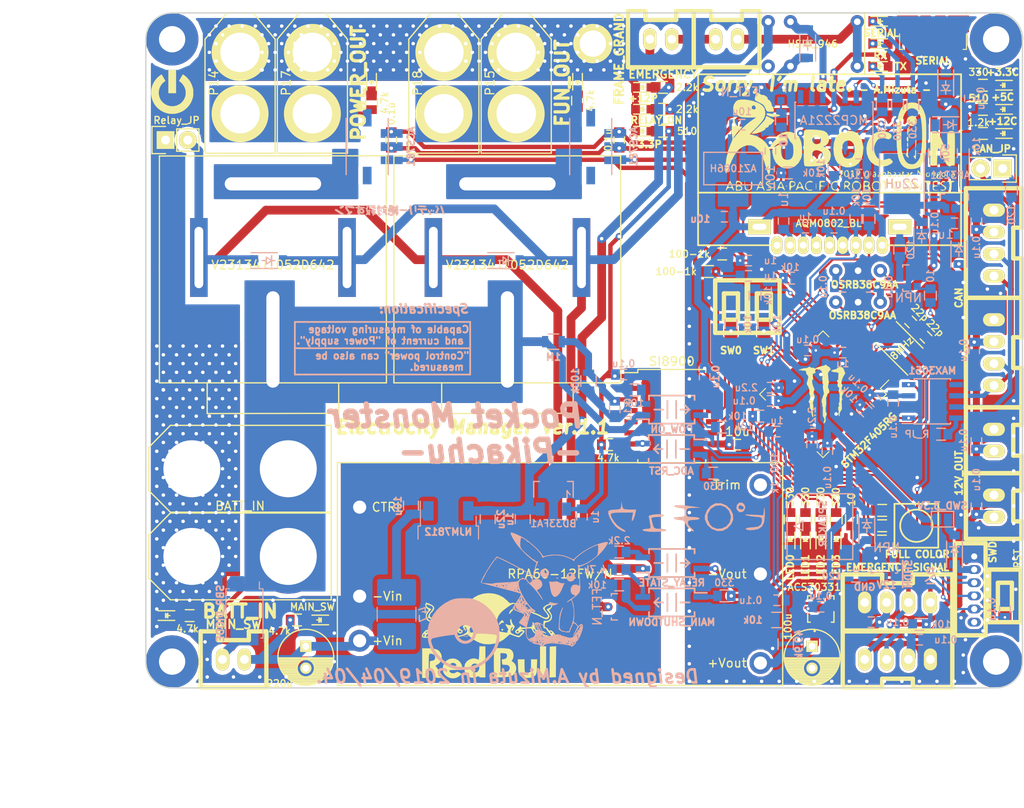
<source format=kicad_pcb>
(kicad_pcb (version 20171130) (host pcbnew "(5.0.2)-1")
  (layers (0 F.Cu signal) (31 B.Cu signal) (34 B.Paste user) (35 F.Paste user) (36 B.SilkS user) (37 F.SilkS user) (38 B.Mask user) (39 F.Mask user) (44 Edge.Cuts user))
  (net 0 "")
  (net 1 GND)
  (net 2 /OSC_IN)
  (net 3 +12V)
  (net 4 /~NRST)
  (net 5 +3.3V)
  (net 6 /OSC_OUT)
  (net 7 "Net-(C11-Pad1)")
  (net 8 "Net-(C13-Pad1)")
  (net 9 +5V)
  (net 10 "Net-(C20-Pad2)")
  (net 11 "Net-(C21-Pad2)")
  (net 12 "Net-(C21-Pad1)")
  (net 13 3V3)
  (net 14 GNDPWR)
  (net 15 "Net-(C23-Pad1)")
  (net 16 "Net-(C23-Pad2)")
  (net 17 +12C)
  (net 18 /24V)
  (net 19 "Net-(C35-Pad1)")
  (net 20 /Voltage)
  (net 21 /ADC12_IN5)
  (net 22 /ADC12_IN6)
  (net 23 "Net-(D1-Pad2)")
  (net 24 "Net-(D1-Pad1)")
  (net 25 "Net-(D2-Pad1)")
  (net 26 "Net-(D3-Pad1)")
  (net 27 "Net-(D4-Pad1)")
  (net 28 "Net-(D5-Pad1)")
  (net 29 "Net-(D6-Pad1)")
  (net 30 "Net-(D7-Pad1)")
  (net 31 "Net-(D8-Pad1)")
  (net 32 "Net-(D9-Pad1)")
  (net 33 +BATT)
  (net 34 "Net-(D10-Pad3)")
  (net 35 "Net-(D13-Pad1)")
  (net 36 "Net-(D14-Pad1)")
  (net 37 "Net-(D15-Pad1)")
  (net 38 "Net-(D16-Pad1)")
  (net 39 "Net-(D17-Pad1)")
  (net 40 "Net-(D18-Pad1)")
  (net 41 "Net-(D19-Pad1)")
  (net 42 "Net-(D20-Pad1)")
  (net 43 /Relay_Out)
  (net 44 "Net-(JP3-Pad1)")
  (net 45 /CAN_L)
  (net 46 /SWDIO)
  (net 47 /SWCLK)
  (net 48 /CAN_H)
  (net 49 /Relay_state)
  (net 50 /Fource_shutdown)
  (net 51 /USART1_TX)
  (net 52 /USART1_RX)
  (net 53 "Net-(P10-Pad2)")
  (net 54 /Coil)
  (net 55 POWER_Vdd)
  (net 56 FUN_Vdd)
  (net 57 "Net-(IC2-Pad3)")
  (net 58 "Net-(Q2-Pad1)")
  (net 59 "Net-(Q3-Pad1)")
  (net 60 "Net-(Q3-Pad3)")
  (net 61 /PB5)
  (net 62 "Net-(R8-Pad1)")
  (net 63 /MAIN_SW_Vdd)
  (net 64 "Net-(IC2-Pad4)")
  (net 65 /PC0)
  (net 66 "Net-(IC3-Pad2)")
  (net 67 "Net-(R12-Pad1)")
  (net 68 /PC1)
  (net 69 "Net-(IC2-Pad1)")
  (net 70 /PC3)
  (net 71 /PC4)
  (net 72 /PC5)
  (net 73 /TIM1_CH1)
  (net 74 /TIM1_CH2)
  (net 75 /TIM1_CH3)
  (net 76 /TIM1_CH4)
  (net 77 "Net-(IC4-Pad2)")
  (net 78 /I2C2_SCL)
  (net 79 /I2C2_SDA)
  (net 80 "Net-(IC4-Pad4)")
  (net 81 /FB)
  (net 82 "Net-(R47-Pad2)")
  (net 83 /CAN1_TX)
  (net 84 /CAN1_RX)
  (net 85 "Net-(U1-Pad5)")
  (net 86 "Net-(U2-Pad3)")
  (net 87 /PC2)
  (net 88 /USART2_TX)
  (net 89 /USART2_RX)
  (net 90 "Net-(U2-Pad45)")
  (net 91 "Net-(U2-Pad50)")
  (net 92 "Net-(U2-Pad51)")
  (net 93 "Net-(U2-Pad52)")
  (net 94 "Net-(U2-Pad53)")
  (net 95 "Net-(U2-Pad54)")
  (net 96 "Net-(U2-Pad55)")
  (net 97 "Net-(U2-Pad56)")
  (net 98 "Net-(U4-Pad1)")
  (net 99 "Net-(U6-Pad4)")
  (net 100 "Net-(U6-Pad5)")
  (net 101 "Net-(U6-Pad6)")
  (net 102 "Net-(U6-Pad11)")
  (net 103 "Net-(U6-Pad14)")
  (net 104 "Net-(U6-Pad15)")
  (net 105 "Net-(U11-Pad5)")
  (net 106 "Net-(U9-Pad4)")
  (net 107 "Net-(U12-Pad87)")
  (net 108 "Net-(P1-Pad6)")
  (net 109 "Net-(C25-Pad1)")
  (net 110 /ADC12_IN7)
  (net 111 /PC15)
  (net 112 /ADC12_IN1)
  (net 113 "Net-(P11-Pad2)")
  (net 114 "Net-(R40-Pad2)")
  (net 115 "Net-(R44-Pad2)")
  (net 116 /PB2)
  (net 117 /PB15)
  (net 118 /PB14)
  (net 119 /PB13)
  (net 120 /PB12)
  (net 121 "Net-(D25-Pad1)")
  (net 122 "Net-(Q7-Pad1)")
  (net 123 "Net-(U19-Pad8)")
  (net 124 "Net-(D26-Pad2)")
  (net 125 "Net-(D27-Pad2)")
  (net 126 "Net-(D28-Pad2)")
  (net 127 "Net-(D29-Pad1)")
  (net 128 "Net-(R59-Pad2)")
  (net 129 "Net-(U19-Pad9)")
  (net 130 "Net-(U19-Pad10)")
  (net 131 /D-)
  (net 132 /D+)
  (net 133 "Net-(U22-Pad3)")
  (net 134 "Net-(J1-Pad6)")
  (net 135 "Net-(J1-Pad4)")
  (net 136 "Net-(R19-Pad2)")
  (net 137 "Net-(R51-Pad2)")
  (net 138 "Net-(R58-Pad2)")
  (net 139 /PC13)
  (net 140 "Net-(R29-Pad2)")
  (net 141 "Net-(Q2-Pad3)")
  (net 142 "Net-(R1-Pad2)")
  (net 143 "Net-(R5-Pad2)")
  (net 144 /ADC12_IN2)
  (net 145 /PC6)
  (net 146 /PC7)
  (net 147 /PC8)
  (net 148 /PC9)
  (net 149 /ADC12_IN9)
  (net 150 /ADC12_IN8)
  (net 151 "Net-(R21-Pad2)")
  (net 152 "Net-(C30-Pad1)")
  (net 153 /PA4)
  (net 154 "Net-(IC1-Pad2)")
  (module Mizz_lib:RPA60-24xxSFW (layer F.Cu) (at 95.25 162)
    (fp_text reference U9 hide)
    (fp_text value RPA60-12FW/N (at 0 0) (layer F.SilkS))
    (fp_text user +Vout (at 19.05 10.16) (layer F.SilkS))
    (fp_text user -Vout (at 19.05 0) (layer F.SilkS))
    (fp_text user Trim (at 19.05 -10.16) (layer F.SilkS))
    (fp_text user CTRL (at -19.685 -7.62) (layer F.SilkS))
    (fp_text user -Vin (at -19.685 2.54) (layer F.SilkS))
    (fp_text user +Vin (at -19.685 7.62) (layer F.SilkS))
    (pad 4 thru_hole circle (at 22.86 -10.16) (size 2.5 2.5) (drill 1.5) (layers *.Cu *.Mask) (net 106 "Net-(U9-Pad4)"))
    (pad 5 thru_hole circle (at 22.86 0) (size 2.5 2.5) (drill 1.5) (layers *.Cu *.Mask) (net 1 GND))
    (pad 6 thru_hole circle (at 22.86 10.16) (size 2.5 2.5) (drill 1.5) (layers *.Cu *.Mask) (net 19 "Net-(C35-Pad1)"))
    (pad 3 thru_hole circle (at -22.86 -7.62) (size 2.5 2.5) (drill 1.5) (layers *.Cu *.Mask) (net 14 GNDPWR))
    (pad 2 thru_hole circle (at -22.86 2.54) (size 2.5 2.5) (drill 1.5) (layers *.Cu *.Mask) (net 14 GNDPWR))
    (pad 1 thru_hole circle (at -22.86 7.62) (size 2.5 2.5) (drill 1.5) (layers *.Cu *.Mask) (net 18 /24V))
  )
  (module Mizz_lib:C_0603 (layer F.Cu) (at 135.25 133.25 315)
    (fp_text reference C5 hide)
    (fp_text value 22p (at 0 -1.5 315) (layer F.SilkS) (effects (font (size 0.8 0.8))))
    (pad 1 smd rect (at -0.949999 0 315) (size 1 1.2) (layers F.Cu F.Paste F.Mask) (net 6 /OSC_OUT))
    (pad 2 smd rect (at 0.93 0 315) (size 1 1.2) (layers F.Cu F.Paste F.Mask) (net 1 GND))
  )
  (module Mizz_lib:Crystal_SMD_5032_2Pads (layer F.Cu) (at 134.25 136.25 135)
    (fp_text reference X1 hide)
    (fp_text value 8MHz (at 0 0 -135) (layer F.SilkS) (effects (font (size 0.8 0.8))))
    (pad 2 smd rect (at 2.05 0 135) (size 2 2.4) (layers F.Cu F.Paste F.Mask) (net 6 /OSC_OUT))
    (pad 1 smd rect (at -2.05 0 135) (size 2 2.4) (layers F.Cu F.Paste F.Mask) (net 2 /OSC_IN))
  )
  (module Mizz_lib:C_0603 (layer B.Cu) (at 124 147.25 270)
    (fp_text reference C13 hide)
    (fp_text value 2.2u (at -3 0 270) (layer B.SilkS) (effects (font (size 0.8 0.8)) (justify mirror)))
    (pad 2 smd rect (at 0.93 0 270) (size 1 1.2) (layers B.Cu B.Paste B.Mask) (net 1 GND))
    (pad 1 smd rect (at -0.949999 0 270) (size 1 1.2) (layers B.Cu B.Paste B.Mask) (net 8 "Net-(C13-Pad1)"))
  )
  (module Mizz_lib:R_0603 (layer F.Cu) (at 132 156.5)
    (fp_text reference R5 hide)
    (fp_text value 330)
    (pad 1 smd rect (at -0.78 0) (size 1 1.2) (layers F.Cu F.Paste F.Mask) (net 75 /TIM1_CH3))
    (pad 2 smd rect (at 0.78 0) (size 1 1.2) (layers F.Cu F.Paste F.Mask) (net 143 "Net-(R5-Pad2)"))
  )
  (module Mizz_lib:R_0603 (layer F.Cu) (at 131.97 158.25)
    (fp_text reference R21 hide)
    (fp_text value 330)
    (pad 2 smd rect (at 0.78 0) (size 1 1.2) (layers F.Cu F.Paste F.Mask) (net 151 "Net-(R21-Pad2)"))
    (pad 1 smd rect (at -0.78 0) (size 1 1.2) (layers F.Cu F.Paste F.Mask) (net 74 /TIM1_CH2))
  )
  (module Mizz_lib:R_0603 (layer F.Cu) (at 132 154.75)
    (fp_text reference R1 hide)
    (fp_text value 330)
    (pad 2 smd rect (at 0.78 0) (size 1 1.2) (layers F.Cu F.Paste F.Mask) (net 142 "Net-(R1-Pad2)"))
    (pad 1 smd rect (at -0.78 0) (size 1 1.2) (layers F.Cu F.Paste F.Mask) (net 76 /TIM1_CH4))
  )
  (module Mizz_lib:C_0603 (layer B.Cu) (at 133.25 142.5 270)
    (fp_text reference C4 hide)
    (fp_text value 0.1u (at 2.75 0 270) (layer B.SilkS) (effects (font (size 0.8 0.8)) (justify mirror)))
    (pad 1 smd rect (at -0.95 0 270) (size 1 1.2) (layers B.Cu B.Paste B.Mask) (net 5 +3.3V))
    (pad 2 smd rect (at 0.93 0 270) (size 1 1.2) (layers B.Cu B.Paste B.Mask) (net 1 GND))
  )
  (module Mizz_lib:C_0603 (layer B.Cu) (at 119.25 140.75 180)
    (fp_text reference C11 hide)
    (fp_text value 2.2u (at 2.75 0 180) (layer B.SilkS) (effects (font (size 0.8 0.8)) (justify mirror)))
    (pad 1 smd rect (at -0.949999 0 180) (size 1 1.2) (layers B.Cu B.Paste B.Mask) (net 7 "Net-(C11-Pad1)"))
    (pad 2 smd rect (at 0.93 0 180) (size 1 1.2) (layers B.Cu B.Paste B.Mask) (net 1 GND))
  )
  (module Mizz_lib:Inductor_Taiyo-Yuden_NR-50xx_HandSoldering (layer B.Cu) (at 134.25 117.5 90)
    (fp_text reference L1 hide)
    (fp_text value 22uH (at 0 0) (layer B.SilkS) (effects (justify mirror)))
    (pad 2 smd rect (at 2.25 0 90) (size 2.4 4.2) (layers B.Cu B.Paste B.Mask) (net 35 "Net-(D13-Pad1)"))
    (pad 1 smd rect (at -2.25 0 90) (size 2.4 4.2) (layers B.Cu B.Paste B.Mask) (net 15 "Net-(C23-Pad1)"))
  )
  (module Mizz_lib:C_0603 (layer B.Cu) (at 126.5 122.5)
    (fp_text reference C19 hide)
    (fp_text value 0.1u (at 0 -1.9) (layer B.SilkS) (effects (font (size 0.8 0.8)) (justify mirror)))
    (pad 1 smd rect (at -0.95 0) (size 1 1.2) (layers B.Cu B.Paste B.Mask) (net 5 +3.3V))
    (pad 2 smd rect (at 0.93 0) (size 1 1.2) (layers B.Cu B.Paste B.Mask) (net 1 GND))
  )
  (module Mizz_lib:SOD-123 (layer B.Cu) (at 140.75 125 90)
    (fp_text reference D12 hide)
    (fp_text value DIODE hide)
    (pad 1 smd rect (at -1.635 0 90) (size 0.91 1.22) (layers B.Cu B.Paste B.Mask) (net 3 +12V))
    (pad 2 smd rect (at 1.635 0 90) (size 0.91 1.22) (layers B.Cu B.Paste B.Mask) (net 109 "Net-(C25-Pad1)"))
  )
  (module Mizz_lib:R_0603 (layer B.Cu) (at 120.5 110.25 90)
    (fp_text reference R48 hide)
    (fp_text value 10 (at -2.25 0.25 90) (layer B.SilkS) (effects (font (size 0.8 0.8) (thickness 0.2)) (justify mirror)))
    (pad 1 smd rect (at -0.78 0 90) (size 1 1.2) (layers B.Cu B.Paste B.Mask) (net 87 /PC2))
    (pad 2 smd rect (at 0.78 0 90) (size 1 1.2) (layers B.Cu B.Paste B.Mask) (net 122 "Net-(Q7-Pad1)"))
  )
  (module Mizz_lib:LED_0603 (layer F.Cu) (at 123.25 158.03 90)
    (fp_text reference D6 hide)
    (fp_text value LED1 (at -3.22 0 90) (layer F.SilkS) (effects (font (size 0.8 0.8) (thickness 0.2))))
    (pad 2 smd rect (at -0.88 0 270) (size 1 1.2) (layers F.Cu F.Paste F.Mask) (net 1 GND))
    (pad 1 smd rect (at 0.88 0 270) (size 1 1.2) (layers F.Cu F.Paste F.Mask) (net 29 "Net-(D6-Pad1)"))
  )
  (module Mizz_lib:C_0603 (layer B.Cu) (at 119.25 142.25)
    (fp_text reference C9 hide)
    (fp_text value 0.1u (at -3 0) (layer B.SilkS) (effects (font (size 0.8 0.8)) (justify mirror)))
    (pad 2 smd rect (at 0.93 0) (size 1 1.2) (layers B.Cu B.Paste B.Mask) (net 5 +3.3V))
    (pad 1 smd rect (at -0.95 0) (size 1 1.2) (layers B.Cu B.Paste B.Mask) (net 1 GND))
  )
  (module Mizz_lib:UGCT7525AN4 (layer B.Cu) (at 125.25 156.25 180)
    (fp_text reference SP1 hide)
    (fp_text value SPEAKER (at 0 0 270) (layer B.SilkS) (effects (font (size 0.8 0.8) (thickness 0.2)) (justify mirror)))
    (pad 3 smd rect (at 3.6 -3.6 180) (size 2.3 2.3) (layers B.Cu B.Paste B.Mask))
    (pad 2 smd rect (at -3 -3.6 180) (size 2.3 2.3) (layers B.Cu B.Paste B.Mask) (net 32 "Net-(D9-Pad1)"))
    (pad 1 smd rect (at -3 3 180) (size 2.3 2.3) (layers B.Cu B.Paste B.Mask) (net 5 +3.3V))
  )
  (module Mizz_lib:C_0603 (layer B.Cu) (at 111.75 139.5 270)
    (fp_text reference C27 hide)
    (fp_text value 0.1u (at 0 -1.25 270) (layer B.SilkS) (effects (font (size 0.8 0.8) (thickness 0.2)) (justify mirror)))
    (pad 2 smd rect (at 0.93 0 270) (size 1 1.2) (layers B.Cu B.Paste B.Mask) (net 1 GND))
    (pad 1 smd rect (at -0.95 0 270) (size 1 1.2) (layers B.Cu B.Paste B.Mask) (net 5 +3.3V))
  )
  (module Mizz_lib:C_0603 (layer B.Cu) (at 120 165 180)
    (fp_text reference C44 hide)
    (fp_text value 0.1u (at 3 0 180) (layer B.SilkS) (effects (font (size 0.8 0.8)) (justify mirror)))
    (pad 1 smd rect (at -0.95 0 180) (size 1 1.2) (layers B.Cu B.Paste B.Mask) (net 150 /ADC12_IN8))
    (pad 2 smd rect (at 0.93 0 180) (size 1 1.2) (layers B.Cu B.Paste B.Mask) (net 1 GND))
  )
  (module Mizz_lib:SOT-23 (layer B.Cu) (at 119.5 107 180)
    (fp_text reference Q7 hide)
    (fp_text value FET_N (at 3.75 0 180) (layer B.SilkS) (effects (justify mirror)))
    (pad 1 smd rect (at -0.95 -1.00076 180) (size 0.8001 0.8001) (layers B.Cu B.Paste B.Mask) (net 122 "Net-(Q7-Pad1)"))
    (pad 2 smd rect (at 0.95 -1.00076 180) (size 0.8001 0.8001) (layers B.Cu B.Paste B.Mask) (net 1 GND))
    (pad 3 smd rect (at 0 0.99822 180) (size 0.8001 0.8001) (layers B.Cu B.Paste B.Mask) (net 121 "Net-(D25-Pad1)"))
  )
  (module Mizz_lib:R_0603 (layer B.Cu) (at 146.75 118.25 90)
    (fp_text reference R6 hide)
    (fp_text value 120 (at -2.75 0 90) (layer B.SilkS) (effects (font (size 0.8 0.8)) (justify mirror)))
    (pad 2 smd rect (at 0.78 0 90) (size 1 1.2) (layers B.Cu B.Paste B.Mask) (net 44 "Net-(JP3-Pad1)"))
    (pad 1 smd rect (at -0.78 0 90) (size 1 1.2) (layers B.Cu B.Paste B.Mask) (net 48 /CAN_H))
  )
  (module RP_KiCAD_Connector:XT60_F (layer F.Cu) (at 90.25 106 270)
    (fp_text reference P15 (at 0 3 270) (layer F.SilkS))
    (fp_text value FUN_OUT (at 0 -5.25 270) (layer F.SilkS) (effects (font (size 1.5 1.5) (thickness 0.375))))
    (pad 1 thru_hole circle (at -3.5 0 270) (size 6.5 6.5) (drill 4.5) (layers *.Cu *.Mask F.SilkS) (net 14 GNDPWR))
    (pad 2 thru_hole circle (at 3.5 0 270) (size 6.5 6.5) (drill 4.5) (layers *.Cu *.Mask F.SilkS) (net 56 FUN_Vdd))
  )
  (module RP_KiCAD_Connector:XT60_M (layer F.Cu) (at 67 106 270)
    (fp_text reference P17 (at 0 3 270) (layer F.SilkS))
    (fp_text value POWER_OUT (at 0 -5.25 270) (layer F.SilkS) (effects (font (size 1.5 1.5) (thickness 0.375))))
    (pad 2 thru_hole circle (at 3.5 0 270) (size 6.5 6.5) (drill 4.5) (layers *.Cu *.Mask F.SilkS) (net 55 POWER_Vdd))
    (pad 1 thru_hole circle (at -3.5 0 270) (size 6.5 6.5) (drill 4.5) (layers *.Cu *.Mask F.SilkS) (net 14 GNDPWR))
  )
  (module Mizz_lib:GS2 (layer B.Cu) (at 138.885 155.75 90)
    (fp_text reference JP2 hide)
    (fp_text value SWD_3.3V (at 1.524 0) (layer B.SilkS) (effects (font (size 0.8 0.8) (thickness 0.2)) (justify mirror)))
    (pad 2 smd rect (at 0 -0.635 90) (size 1.27 0.9652) (layers B.Cu B.Paste B.Mask) (net 5 +3.3V))
    (pad 1 smd rect (at 0 0.635 90) (size 1.27 0.9652) (layers B.Cu B.Paste B.Mask) (net 23 "Net-(D1-Pad2)"))
  )
  (module Mizz_lib:C_0603 (layer B.Cu) (at 131.25 142.25 135)
    (fp_text reference C12 hide)
    (fp_text value 0.1u (at 2.828427 0 135) (layer B.SilkS) (effects (font (size 0.8 0.8)) (justify mirror)))
    (pad 1 smd rect (at -0.949999 0 135) (size 1 1.2) (layers B.Cu B.Paste B.Mask) (net 1 GND))
    (pad 2 smd rect (at 0.93 0 135) (size 1 1.2) (layers B.Cu B.Paste B.Mask) (net 5 +3.3V))
  )
  (module Mizz_lib:C_0603 (layer B.Cu) (at 120.75 121.75 270)
    (fp_text reference C20 hide)
    (fp_text value 1u (at -2.5 0 270) (layer B.SilkS) (effects (justify mirror)))
    (pad 2 smd rect (at 0.93 0 270) (size 1 1.2) (layers B.Cu B.Paste B.Mask) (net 10 "Net-(C20-Pad2)"))
    (pad 1 smd rect (at -0.95 0 270) (size 1 1.2) (layers B.Cu B.Paste B.Mask) (net 5 +3.3V))
  )
  (module Mizz_lib:C_0603 (layer B.Cu) (at 138 119 90)
    (fp_text reference C23 hide)
    (fp_text value 0.1u (at -3 0 90) (layer B.SilkS) (effects (font (size 0.8 0.8)) (justify mirror)))
    (pad 1 smd rect (at -0.95 0 90) (size 1 1.2) (layers B.Cu B.Paste B.Mask) (net 15 "Net-(C23-Pad1)"))
    (pad 2 smd rect (at 0.93 0 90) (size 1 1.2) (layers B.Cu B.Paste B.Mask) (net 16 "Net-(C23-Pad2)"))
  )
  (module Mizz_lib:C_0603 (layer B.Cu) (at 119.25 113.75 270)
    (fp_text reference C24 hide)
    (fp_text value 10u (at 3 0 270) (layer B.SilkS) (effects (justify mirror)))
    (pad 1 smd rect (at -0.95 0 270) (size 1 1.2) (layers B.Cu B.Paste B.Mask) (net 9 +5V))
    (pad 2 smd rect (at 0.93 0 270) (size 1 1.2) (layers B.Cu B.Paste B.Mask) (net 1 GND))
  )
  (module Mizz_lib:C_0603 (layer B.Cu) (at 140.25 122 180)
    (fp_text reference C25 hide)
    (fp_text value 1u (at 1 -1.25 180) (layer B.SilkS) (effects (justify mirror)))
    (pad 2 smd rect (at 0.93 0 180) (size 1 1.2) (layers B.Cu B.Paste B.Mask) (net 1 GND))
    (pad 1 smd rect (at -0.95 0 180) (size 1 1.2) (layers B.Cu B.Paste B.Mask) (net 109 "Net-(C25-Pad1)"))
  )
  (module Mizz_lib:C_0603 (layer B.Cu) (at 114 121.25 180)
    (fp_text reference C26 hide)
    (fp_text value 10u (at 2.75 -0.25 180) (layer B.SilkS) (effects (font (size 0.8 0.8) (thickness 0.2)) (justify mirror)))
    (pad 1 smd rect (at -0.95 0 180) (size 1 1.2) (layers B.Cu B.Paste B.Mask) (net 5 +3.3V))
    (pad 2 smd rect (at 0.93 0 180) (size 1 1.2) (layers B.Cu B.Paste B.Mask) (net 1 GND))
  )
  (module Mizz_lib:C_0603 (layer F.Cu) (at 115.5 147.25)
    (fp_text reference C28 hide)
    (fp_text value 10u (at 0 -1.5) (layer F.SilkS))
    (pad 2 smd rect (at 0.93 0) (size 1 1.2) (layers F.Cu F.Paste F.Mask) (net 1 GND))
    (pad 1 smd rect (at -0.95 0) (size 1 1.2) (layers F.Cu F.Paste F.Mask) (net 5 +3.3V))
  )
  (module Capacitors_ThroughHole:C_Radial_D6.3_L11.2_P2.5 (layer F.Cu) (at 66.25 170.25 270)
    (fp_text reference C32 hide)
    (fp_text value 220u (at 4.25 3) (layer F.SilkS) (effects (font (size 0.8 0.8))))
    (pad 2 thru_hole circle (at 2.5 0 270) (size 1.3 1.3) (drill 0.8) (layers *.Cu *.Mask F.SilkS) (net 14 GNDPWR))
    (pad 1 thru_hole rect (at 0 0 270) (size 1.3 1.3) (drill 0.8) (layers *.Cu *.Mask F.SilkS) (net 18 /24V))
  )
  (module Mizz_lib:C_0603 (layer F.Cu) (at 102 112.5 270)
    (fp_text reference C34 hide)
    (fp_text value 0.1u (at 0 1.25 270) (layer F.SilkS) (effects (font (size 0.8 0.8))))
    (pad 1 smd rect (at -0.95 0 270) (size 1 1.2) (layers F.Cu F.Paste F.Mask) (net 5 +3.3V))
    (pad 2 smd rect (at 0.93 0 270) (size 1 1.2) (layers F.Cu F.Paste F.Mask) (net 1 GND))
  )
  (module Capacitors_ThroughHole:C_Radial_D6.3_L11.2_P2.5 (layer F.Cu) (at 124 170.25 270)
    (fp_text reference C35 hide)
    (fp_text value 100u (at -2.25 2.75 90) (layer F.SilkS) (effects (font (size 0.8 0.8))))
    (pad 1 thru_hole rect (at 0 0 270) (size 1.3 1.3) (drill 0.8) (layers *.Cu *.Mask F.SilkS) (net 19 "Net-(C35-Pad1)"))
    (pad 2 thru_hole circle (at 2.5 0 270) (size 1.3 1.3) (drill 0.8) (layers *.Cu *.Mask F.SilkS) (net 1 GND))
  )
  (module Mizz_lib:SOD-123 (layer B.Cu) (at 140.25 159.25 90)
    (fp_text reference D1 hide)
    (fp_text value DIODE hide)
    (pad 2 smd rect (at 1.635 0 90) (size 0.91 1.22) (layers B.Cu B.Paste B.Mask) (net 23 "Net-(D1-Pad2)"))
    (pad 1 smd rect (at -1.635 0 90) (size 0.91 1.22) (layers B.Cu B.Paste B.Mask) (net 24 "Net-(D1-Pad1)"))
  )
  (module Mizz_lib:SOD-123 (layer B.Cu) (at 130.25 156.5 90)
    (fp_text reference D9 hide)
    (fp_text value DIODE hide)
    (pad 1 smd rect (at -1.635 0 90) (size 0.91 1.22) (layers B.Cu B.Paste B.Mask) (net 32 "Net-(D9-Pad1)"))
    (pad 2 smd rect (at 1.635 0 90) (size 0.91 1.22) (layers B.Cu B.Paste B.Mask) (net 5 +3.3V))
  )
  (module Mizz_lib:SOD-123 (layer B.Cu) (at 136.5 123.5 90)
    (fp_text reference D11 hide)
    (fp_text value DIODE hide)
    (pad 2 smd rect (at 1.635 0 90) (size 0.91 1.22) (layers B.Cu B.Paste B.Mask) (net 15 "Net-(C23-Pad1)"))
    (pad 1 smd rect (at -1.635 0 90) (size 0.91 1.22) (layers B.Cu B.Paste B.Mask) (net 1 GND))
  )
  (module Mizz_lib:SOD-123 (layer B.Cu) (at 139.75 110.75)
    (fp_text reference D13 hide)
    (fp_text value DIODE hide)
    (pad 2 smd rect (at 1.635 0) (size 0.91 1.22) (layers B.Cu B.Paste B.Mask) (net 9 +5V))
    (pad 1 smd rect (at -1.635 0) (size 0.91 1.22) (layers B.Cu B.Paste B.Mask) (net 35 "Net-(D13-Pad1)"))
  )
  (module Mizz_lib:Pin_Header_Straight_1x02 (layer F.Cu) (at 145.75 115.75 270)
    (fp_text reference JP3 hide)
    (fp_text value CAN_JP (at -2.25 1.25) (layer F.SilkS) (effects (font (size 0.8 0.8) (thickness 0.2))))
    (pad 1 thru_hole rect (at 0 0 270) (size 2.032 2.032) (drill 1.016) (layers *.Cu *.Mask F.SilkS) (net 44 "Net-(JP3-Pad1)"))
    (pad 2 thru_hole oval (at 0 2.54 270) (size 2.032 2.032) (drill 1.016) (layers *.Cu *.Mask F.SilkS) (net 45 /CAN_L))
  )
  (module Mizz_lib:XA_4T (layer F.Cu) (at 144.75 128 90)
    (fp_text reference P3 hide)
    (fp_text value CAN)
    (pad 4 thru_hole oval (at 0 0 90) (size 1.5 2.5) (drill 1) (layers *.Cu *.Mask F.SilkS) (net 45 /CAN_L))
    (pad 3 thru_hole oval (at 2.5 0 90) (size 1.5 2.5) (drill 1) (layers *.Cu *.Mask F.SilkS) (net 48 /CAN_H))
    (pad 2 thru_hole oval (at 5 0 90) (size 1.5 2.5) (drill 1) (layers *.Cu *.Mask F.SilkS) (net 3 +12V))
    (pad 1 thru_hole oval (at 7.5 0 90) (size 1.5 2.5) (drill 1) (layers *.Cu *.Mask F.SilkS) (net 1 GND))
  )
  (module Mizz_lib:XA_2T (layer F.Cu) (at 59.25 171.75 180)
    (fp_text reference P9 hide)
    (fp_text value MAIN_SW (at 1.25 4 180) (layer F.SilkS) (effects (font (thickness 0.2))))
    (pad 2 thru_hole oval (at 0 0 180) (size 1.5 2.5) (drill 1) (layers *.Cu *.Mask F.SilkS) (net 18 /24V))
    (pad 1 thru_hole oval (at 2.5 0 180) (size 1.5 2.5) (drill 1) (layers *.Cu *.Mask F.SilkS) (net 34 "Net-(D10-Pad3)"))
  )
  (module Mizz_lib:XT90PB (layer F.Cu) (at 58.75 160 180)
    (fp_text reference P13 hide)
    (fp_text value BATT_IN (at 0 -6.25 180) (layer F.SilkS) (effects (font (size 1.5 1.5) (thickness 0.375))))
    (pad 1 thru_hole circle (at 5.5 0 180) (size 8.5 8.5) (drill 6.5) (layers *.Cu *.Mask) (net 14 GNDPWR))
    (pad 2 thru_hole circle (at -5.5 0 180) (size 8.5 8.5) (drill 6.5) (layers *.Cu *.Mask) (net 33 +BATT))
  )
  (module RP_KiCAD_Connector:XT60_F (layer F.Cu) (at 58.75 106 270)
    (fp_text reference P14 (at 0 3 270) (layer F.SilkS))
    (fp_text value POWER_OUT)
    (pad 2 thru_hole circle (at 3.5 0 270) (size 6.5 6.5) (drill 4.5) (layers *.Cu *.Mask F.SilkS) (net 55 POWER_Vdd))
    (pad 1 thru_hole circle (at -3.5 0 270) (size 6.5 6.5) (drill 4.5) (layers *.Cu *.Mask F.SilkS) (net 14 GNDPWR))
  )
  (module Mizz_lib:XT90PB (layer F.Cu) (at 58.75 150 180)
    (fp_text reference P16 hide)
    (fp_text value BATT_IN (at 0 -4.25 180) (layer F.SilkS))
    (pad 2 thru_hole circle (at -5.5 0 180) (size 8.5 8.5) (drill 6.5) (layers *.Cu *.Mask) (net 33 +BATT))
    (pad 1 thru_hole circle (at 5.5 0 180) (size 8.5 8.5) (drill 6.5) (layers *.Cu *.Mask) (net 14 GNDPWR))
  )
  (module RP_KiCAD_Connector:XT60_M (layer F.Cu) (at 82 106 270)
    (fp_text reference P18 (at 0 3 270) (layer F.SilkS))
    (fp_text value FUN_OUT)
    (pad 1 thru_hole circle (at -3.5 0 270) (size 6.5 6.5) (drill 4.5) (layers *.Cu *.Mask F.SilkS) (net 14 GNDPWR))
    (pad 2 thru_hole circle (at 3.5 0 270) (size 6.5 6.5) (drill 4.5) (layers *.Cu *.Mask F.SilkS) (net 56 FUN_Vdd))
  )
  (module Mizz_lib:SW_SPST_CK_RS282G05A3 (layer F.Cu) (at 146 164.5 270)
    (fp_text reference SW1 hide)
    (fp_text value RST (at -4.25 -1.45 270) (layer F.SilkS) (effects (font (size 0.8 0.8))))
    (pad 2 smd rect (at -2.8 0 270) (size 2.6 1.5) (layers F.Cu F.Paste F.Mask) (net 1 GND))
    (pad 1 smd rect (at 2.8 0 270) (size 2.6 1.5) (layers F.Cu F.Paste F.Mask) (net 4 /~NRST))
  )
  (module Mizz_lib:TSOT-6-MK06A (layer B.Cu) (at 140.25 119)
    (fp_text reference U5 hide)
    (fp_text value AP3211 (at -0.5 -2.5) (layer B.SilkS) (effects (font (size 0.8 0.8)) (justify mirror)))
    (pad 6 smd rect (at -0.94996 1.30048) (size 0.69088 1.00076) (layers B.Cu B.Paste B.Mask) (net 15 "Net-(C23-Pad1)"))
    (pad 5 smd rect (at 0 1.30048) (size 0.69088 1.00076) (layers B.Cu B.Paste B.Mask) (net 109 "Net-(C25-Pad1)"))
    (pad 4 smd rect (at 0.94996 1.30048) (size 0.69088 1.00076) (layers B.Cu B.Paste B.Mask) (net 109 "Net-(C25-Pad1)"))
    (pad 3 smd rect (at 0.94996 -1.30048) (size 0.69088 1.00076) (layers B.Cu B.Paste B.Mask) (net 81 /FB))
    (pad 2 smd rect (at 0 -1.30048) (size 0.69088 1.00076) (layers B.Cu B.Paste B.Mask) (net 1 GND))
    (pad 1 smd rect (at -0.94996 -1.30048) (size 0.69088 1.00076) (layers B.Cu B.Paste B.Mask) (net 16 "Net-(C23-Pad2)"))
  )
  (module Mizz_lib:AZ1086H (layer B.Cu) (at 115 115.75)
    (fp_text reference U7 hide)
    (fp_text value AZ1086H (at 0 0) (layer B.SilkS) (effects (font (size 0.8 0.8)) (justify mirror)))
    (pad 2 smd rect (at 0 -2.9) (size 1.2 2) (layers B.Cu B.Paste B.Mask) (net 5 +3.3V))
    (pad 1 smd rect (at -2.3 -2.9) (size 1.2 2) (layers B.Cu B.Paste B.Mask) (net 1 GND))
    (pad 3 smd rect (at 2.3 -2.9) (size 1.2 2) (layers B.Cu B.Paste B.Mask) (net 9 +5V))
    (pad 2 smd rect (at 0 3.1) (size 3.5 2.5) (layers B.Cu B.Paste B.Mask) (net 5 +3.3V))
  )
  (module Mizz_lib:V23134J1052D642 (layer F.Cu) (at 62.5 127.25)
    (fp_text reference U8 hide)
    (fp_text value V23134J1052D642 (at 0 -0.5) (layer F.SilkS))
    (pad 30 thru_hole rect (at 0 8) (size 3 13) (drill oval 1.5 11) (layers *.Cu *.Mask) (net 33 +BATT))
    (pad 86 thru_hole rect (at -8.45 -1.35) (size 2 9) (drill oval 1 7) (layers *.Cu *.Mask) (net 43 /Relay_Out))
    (pad 85 thru_hole rect (at 8.45 -1.35) (size 2 9) (drill oval 1 7) (layers *.Cu *.Mask) (net 54 /Coil))
    (pad 87 thru_hole rect (at 0 -9.75 90) (size 3 13) (drill oval 1.5 11) (layers *.Cu *.Mask) (net 105 "Net-(U11-Pad5)"))
  )
  (module Mizz_lib:V23134J1052D642 (layer F.Cu) (at 89.25 127.25)
    (fp_text reference U12 hide)
    (fp_text value V23134J1052D642 (at 0 -0.5) (layer F.SilkS))
    (pad 87 thru_hole rect (at 0 -9.75 90) (size 3 13) (drill oval 1.5 11) (layers *.Cu *.Mask) (net 107 "Net-(U12-Pad87)"))
    (pad 85 thru_hole rect (at 8.45 -1.35) (size 2 9) (drill oval 1 7) (layers *.Cu *.Mask) (net 54 /Coil))
    (pad 86 thru_hole rect (at -8.45 -1.35) (size 2 9) (drill oval 1 7) (layers *.Cu *.Mask) (net 43 /Relay_Out))
    (pad 30 thru_hole rect (at 0 8) (size 3 13) (drill oval 1.5 11) (layers *.Cu *.Mask) (net 33 +BATT))
  )
  (module Mizz_lib:ACS781 (layer B.Cu) (at 98.75 113.25 270)
    (fp_text reference U14 hide)
    (fp_text value ACS781 (at 0 -4.9 270) (layer B.SilkS) (effects (font (size 0.8 0.8) (thickness 0.2)) (justify mirror)))
    (pad "" smd rect (at 3.3 0 270) (size 2 1) (layers B.Cu B.Paste B.Mask))
    (pad "" smd rect (at -3.3 0 270) (size 2 1) (layers B.Cu B.Paste B.Mask))
    (pad 3 smd rect (at 1.5 -2.8 270) (size 1 2.5) (layers B.Cu B.Paste B.Mask) (net 115 "Net-(R44-Pad2)"))
    (pad 2 smd rect (at 0 -2.8 270) (size 1 2.5) (layers B.Cu B.Paste B.Mask) (net 1 GND))
    (pad 1 smd rect (at -1.5 -2.8 270) (size 1 2.5) (layers B.Cu B.Paste B.Mask) (net 5 +3.3V))
    (pad 5 smd rect (at 1.5 2.7 270) (size 1.8 2.5) (layers B.Cu B.Paste B.Mask) (net 107 "Net-(U12-Pad87)"))
    (pad 6 smd rect (at -1.5 2.7 270) (size 1.8 2.5) (layers B.Cu B.Paste B.Mask) (net 56 FUN_Vdd))
  )
  (module Mizz_lib:SOIJ-4_5.3x5.3mm_Pitch1.27mm (layer B.Cu) (at 108 165.25 180)
    (fp_text reference IC2 hide)
    (fp_text value MAIN_SHUTDOWN (at 0 -2.25 180) (layer B.SilkS) (effects (font (size 0.8 0.8) (thickness 0.2)) (justify mirror)))
    (pad 1 smd rect (at -3.3 0.635 180) (size 1.7 0.65) (layers B.Cu B.Paste B.Mask) (net 69 "Net-(IC2-Pad1)"))
    (pad 2 smd rect (at -3.3 -0.635 180) (size 1.7 0.65) (layers B.Cu B.Paste B.Mask) (net 1 GND))
    (pad 3 smd rect (at 3.3 -0.635 180) (size 1.7 0.65) (layers B.Cu B.Paste B.Mask) (net 57 "Net-(IC2-Pad3)"))
    (pad 4 smd rect (at 3.3 0.635 180) (size 1.7 0.65) (layers B.Cu B.Paste B.Mask) (net 64 "Net-(IC2-Pad4)"))
  )
  (module Mizz_lib:SOIJ-4_5.3x5.3mm_Pitch1.27mm (layer B.Cu) (at 108 160.75)
    (fp_text reference IC3 hide)
    (fp_text value RELAY_STATE (at 0 2.25) (layer B.SilkS) (effects (font (size 0.8 0.8) (thickness 0.2)) (justify mirror)))
    (pad 4 smd rect (at 3.3 0.635) (size 1.7 0.65) (layers B.Cu B.Paste B.Mask) (net 49 /Relay_state))
    (pad 3 smd rect (at 3.3 -0.635) (size 1.7 0.65) (layers B.Cu B.Paste B.Mask) (net 1 GND))
    (pad 2 smd rect (at -3.3 -0.635) (size 1.7 0.65) (layers B.Cu B.Paste B.Mask) (net 66 "Net-(IC3-Pad2)"))
    (pad 1 smd rect (at -3.3 0.635) (size 1.7 0.65) (layers B.Cu B.Paste B.Mask) (net 54 /Coil))
  )
  (module Mizz_lib:SOIJ-4_5.3x5.3mm_Pitch1.27mm (layer B.Cu) (at 107.96 147.75 180)
    (fp_text reference IC4 hide)
    (fp_text value ADC_RST (at 0 -2.5 180) (layer B.SilkS) (effects (font (size 0.8 0.8) (thickness 0.2)) (justify mirror)))
    (pad 4 smd rect (at 3.3 0.635 180) (size 1.7 0.65) (layers B.Cu B.Paste B.Mask) (net 80 "Net-(IC4-Pad4)"))
    (pad 3 smd rect (at 3.3 -0.635 180) (size 1.7 0.65) (layers B.Cu B.Paste B.Mask) (net 14 GNDPWR))
    (pad 2 smd rect (at -3.3 -0.635 180) (size 1.7 0.65) (layers B.Cu B.Paste B.Mask) (net 77 "Net-(IC4-Pad2)"))
    (pad 1 smd rect (at -3.3 0.635 180) (size 1.7 0.65) (layers B.Cu B.Paste B.Mask) (net 117 /PB15))
  )
  (module Mizz_lib:ZH_6T (layer F.Cu) (at 142.5 160 270)
    (fp_text reference P1 hide)
    (fp_text value SWD (at -0.5 -2.1 270) (layer F.SilkS) (effects (font (size 0.8 0.8) (thickness 0.2))))
    (pad 1 thru_hole oval (at 0 0 270) (size 1 1.524) (drill 0.7) (layers *.Cu *.Mask) (net 1 GND))
    (pad 2 thru_hole oval (at 1.5 0 270) (size 1 1.524) (drill 0.7) (layers *.Cu *.Mask) (net 24 "Net-(D1-Pad1)"))
    (pad 3 thru_hole oval (at 3 0 270) (size 1 1.524) (drill 0.7) (layers *.Cu *.Mask) (net 47 /SWCLK))
    (pad 4 thru_hole oval (at 4.5 0 270) (size 1 1.524) (drill 0.7) (layers *.Cu *.Mask) (net 46 /SWDIO))
    (pad 5 thru_hole oval (at 6 0 270) (size 1 1.524) (drill 0.7) (layers *.Cu *.Mask) (net 4 /~NRST))
    (pad 6 thru_hole oval (at 7.5 0 270) (size 1 1.524) (drill 0.7) (layers *.Cu *.Mask) (net 108 "Net-(P1-Pad6)"))
  )
  (module Mizz_lib:C_0603 (layer F.Cu) (at 137 135 135)
    (fp_text reference C1 hide)
    (fp_text value 22p (at 0 1.5 135) (layer F.SilkS) (effects (font (size 0.8 0.8))))
    (pad 1 smd rect (at -0.949999 0 135) (size 1 1.2) (layers F.Cu F.Paste F.Mask) (net 2 /OSC_IN))
    (pad 2 smd rect (at 0.93 0 135) (size 1 1.2) (layers F.Cu F.Paste F.Mask) (net 1 GND))
  )
  (module Mizz_lib:C_0603 (layer B.Cu) (at 142.5 136.5 270)
    (fp_text reference C2 hide)
    (fp_text value 0.1u (at 0 1.25 270) (layer B.SilkS) (effects (font (size 0.8 0.8)) (justify mirror)))
    (pad 1 smd rect (at -0.95 0 270) (size 1 1.2) (layers B.Cu B.Paste B.Mask) (net 3 +12V))
    (pad 2 smd rect (at 0.93 0 270) (size 1 1.2) (layers B.Cu B.Paste B.Mask) (net 1 GND))
  )
  (module Mizz_lib:C_0603 (layer B.Cu) (at 146 166 90)
    (fp_text reference C3 hide)
    (fp_text value 0.1u (at 0 -1.5 90) (layer B.SilkS) (effects (font (size 0.8 0.8)) (justify mirror)))
    (pad 1 smd rect (at -0.95 0 90) (size 1 1.2) (layers B.Cu B.Paste B.Mask) (net 4 /~NRST))
    (pad 2 smd rect (at 0.93 0 90) (size 1 1.2) (layers B.Cu B.Paste B.Mask) (net 1 GND))
  )
  (module Mizz_lib:C_0603 (layer B.Cu) (at 142.75 121.75 90)
    (fp_text reference C6 hide)
    (fp_text value 0.1u (at -3 0 90) (layer B.SilkS) (effects (font (size 0.8 0.8)) (justify mirror)))
    (pad 2 smd rect (at 0.93 0 90) (size 1 1.2) (layers B.Cu B.Paste B.Mask) (net 1 GND))
    (pad 1 smd rect (at -0.95 0 90) (size 1 1.2) (layers B.Cu B.Paste B.Mask) (net 3 +12V))
  )
  (module Mizz_lib:C_0603 (layer B.Cu) (at 136.25 169.5)
    (fp_text reference C7 hide)
    (fp_text value 0.1u (at 3 0) (layer B.SilkS) (effects (font (size 0.8 0.8)) (justify mirror)))
    (pad 2 smd rect (at 0.93 0) (size 1 1.2) (layers B.Cu B.Paste B.Mask) (net 1 GND))
    (pad 1 smd rect (at -0.95 0) (size 1 1.2) (layers B.Cu B.Paste B.Mask) (net 3 +12V))
  )
  (module Mizz_lib:C_0603 (layer B.Cu) (at 123.5 136.5)
    (fp_text reference C8 hide)
    (fp_text value 0.1u (at 0 -1.25) (layer B.SilkS) (effects (font (size 0.8 0.8)) (justify mirror)))
    (pad 1 smd rect (at -0.95 0) (size 1 1.2) (layers B.Cu B.Paste B.Mask) (net 1 GND))
    (pad 2 smd rect (at 0.93 0) (size 1 1.2) (layers B.Cu B.Paste B.Mask) (net 5 +3.3V))
  )
  (module Mizz_lib:C_0603 (layer B.Cu) (at 125.75 148 90)
    (fp_text reference C10 hide)
    (fp_text value 0.1u (at -3 0 90) (layer B.SilkS) (effects (font (size 0.8 0.8)) (justify mirror)))
    (pad 2 smd rect (at 0.93 0 90) (size 1 1.2) (layers B.Cu B.Paste B.Mask) (net 5 +3.3V))
    (pad 1 smd rect (at -0.95 0 90) (size 1 1.2) (layers B.Cu B.Paste B.Mask) (net 1 GND))
  )
  (module Mizz_lib:C_0603 (layer B.Cu) (at 130.75 167.5 180)
    (fp_text reference C14 hide)
    (fp_text value 0.1u (at -3 0 180) (layer B.SilkS) (effects (font (size 0.8 0.8)) (justify mirror)))
    (pad 2 smd rect (at 0.93 0 180) (size 1 1.2) (layers B.Cu B.Paste B.Mask) (net 1 GND))
    (pad 1 smd rect (at -0.95 0 180) (size 1 1.2) (layers B.Cu B.Paste B.Mask) (net 3 +12V))
  )
  (module Mizz_lib:C_0603 (layer B.Cu) (at 127.5 136.75 180)
    (fp_text reference C15 hide)
    (fp_text value 1u (at 0 -1.25 180) (layer B.SilkS) (effects (font (size 0.8 0.8)) (justify mirror)))
    (pad 2 smd rect (at 0.93 0 180) (size 1 1.2) (layers B.Cu B.Paste B.Mask) (net 5 +3.3V))
    (pad 1 smd rect (at -0.95 0 180) (size 1 1.2) (layers B.Cu B.Paste B.Mask) (net 1 GND))
  )
  (module Mizz_lib:C_0603 (layer B.Cu) (at 142.75 154.25 90)
    (fp_text reference C16 hide)
    (fp_text value 0.1u (at 3 0 90) (layer B.SilkS) (effects (font (size 0.8 0.8)) (justify mirror)))
    (pad 2 smd rect (at 0.93 0 90) (size 1 1.2) (layers B.Cu B.Paste B.Mask) (net 1 GND))
    (pad 1 smd rect (at -0.95 0 90) (size 1 1.2) (layers B.Cu B.Paste B.Mask) (net 3 +12V))
  )
  (module Mizz_lib:C_0603 (layer B.Cu) (at 142.75 146.8 90)
    (fp_text reference C17 hide)
    (fp_text value 0.1u (at 0.05 -1.5 90) (layer B.SilkS) (effects (font (size 0.8 0.8)) (justify mirror)))
    (pad 1 smd rect (at -0.95 0 90) (size 1 1.2) (layers B.Cu B.Paste B.Mask) (net 3 +12V))
    (pad 2 smd rect (at 0.93 0 90) (size 1 1.2) (layers B.Cu B.Paste B.Mask) (net 1 GND))
  )
  (module Mizz_lib:C_0603 (layer B.Cu) (at 129.32 115.25)
    (fp_text reference C18 hide)
    (fp_text value 0.1u (at 0 1.25) (layer B.SilkS) (effects (font (size 0.8 0.8)) (justify mirror)))
    (pad 1 smd rect (at -0.95 0) (size 1 1.2) (layers B.Cu B.Paste B.Mask) (net 1 GND))
    (pad 2 smd rect (at 0.93 0) (size 1 1.2) (layers B.Cu B.Paste B.Mask) (net 5 +3.3V))
  )
  (module Mizz_lib:C_0603 (layer B.Cu) (at 123.25 122.5 180)
    (fp_text reference C21 hide)
    (fp_text value 1u (at 0 1.25 180) (layer B.SilkS) (effects (font (size 0.8 0.8)) (justify mirror)))
    (pad 2 smd rect (at 0.93 0 180) (size 1 1.2) (layers B.Cu B.Paste B.Mask) (net 11 "Net-(C21-Pad2)"))
    (pad 1 smd rect (at -0.95 0 180) (size 1 1.2) (layers B.Cu B.Paste B.Mask) (net 12 "Net-(C21-Pad1)"))
  )
  (module Mizz_lib:C_0603 (layer B.Cu) (at 142 107.75 90)
    (fp_text reference C29 hide)
    (fp_text value 0.1u (at 0 1.25 90) (layer B.SilkS) (effects (font (size 0.8 0.8)) (justify mirror)))
    (pad 2 smd rect (at 0.93 0 90) (size 1 1.2) (layers B.Cu B.Paste B.Mask) (net 1 GND))
    (pad 1 smd rect (at -0.95 0 90) (size 1 1.2) (layers B.Cu B.Paste B.Mask) (net 9 +5V))
  )
  (module Mizz_lib:C_0603 (layer B.Cu) (at 116.75 128)
    (fp_text reference C33 hide)
    (fp_text value 1u (at 2.5 0) (layer B.SilkS) (effects (font (size 0.8 0.8)) (justify mirror)))
    (pad 2 smd rect (at 0.93 0) (size 1 1.2) (layers B.Cu B.Paste B.Mask) (net 1 GND))
    (pad 1 smd rect (at -0.95 0) (size 1 1.2) (layers B.Cu B.Paste B.Mask) (net 112 /ADC12_IN1))
  )
  (module Mizz_lib:C_0603 (layer B.Cu) (at 101.5 143.25 270)
    (fp_text reference C38 hide)
    (fp_text value 0.1u (at 0 -1.5 270) (layer B.SilkS) (effects (font (size 0.8 0.8)) (justify mirror)))
    (pad 1 smd rect (at -0.95 0 270) (size 1 1.2) (layers B.Cu B.Paste B.Mask) (net 20 /Voltage))
    (pad 2 smd rect (at 0.93 0 270) (size 1 1.2) (layers B.Cu B.Paste B.Mask) (net 14 GNDPWR))
  )
  (module Mizz_lib:C_0603 (layer B.Cu) (at 116.75 126.25)
    (fp_text reference C39 hide)
    (fp_text value 1u (at 2.5 0) (layer B.SilkS) (effects (font (size 0.8 0.8)) (justify mirror)))
    (pad 1 smd rect (at -0.95 0) (size 1 1.2) (layers B.Cu B.Paste B.Mask) (net 144 /ADC12_IN2))
    (pad 2 smd rect (at 0.93 0) (size 1 1.2) (layers B.Cu B.Paste B.Mask) (net 1 GND))
  )
  (module Mizz_lib:C_0603 (layer F.Cu) (at 76 112.5 270)
    (fp_text reference C40 hide)
    (fp_text value 0.1u (at -3 0 270) (layer F.SilkS) (effects (font (size 0.8 0.8))))
    (pad 2 smd rect (at 0.93 0 270) (size 1 1.2) (layers F.Cu F.Paste F.Mask) (net 1 GND))
    (pad 1 smd rect (at -0.95 0 270) (size 1 1.2) (layers F.Cu F.Paste F.Mask) (net 5 +3.3V))
  )
  (module Mizz_lib:C_0603 (layer B.Cu) (at 125 165.75)
    (fp_text reference C41 hide)
    (fp_text value 0.1u (at 0 -1.25) (layer B.SilkS) (effects (font (size 0.8 0.8)) (justify mirror)))
    (pad 2 smd rect (at 0.93 0) (size 1 1.2) (layers B.Cu B.Paste B.Mask) (net 1 GND))
    (pad 1 smd rect (at -0.95 0) (size 1 1.2) (layers B.Cu B.Paste B.Mask) (net 5 +3.3V))
  )
  (module Mizz_lib:C_0603 (layer B.Cu) (at 120 145.75)
    (fp_text reference C42 hide)
    (fp_text value 1u (at 0 -1.25) (layer B.SilkS) (effects (font (size 0.8 0.8)) (justify mirror)))
    (pad 1 smd rect (at -0.95 0) (size 1 1.2) (layers B.Cu B.Paste B.Mask) (net 149 /ADC12_IN9))
    (pad 2 smd rect (at 0.93 0) (size 1 1.2) (layers B.Cu B.Paste B.Mask) (net 1 GND))
  )
  (module Mizz_lib:C_0603 (layer B.Cu) (at 97.75 155.5 90)
    (fp_text reference C43 hide)
    (fp_text value 1u (at 0 1.5 90) (layer B.SilkS) (effects (font (size 0.8 0.8)) (justify mirror)))
    (pad 1 smd rect (at -0.95 0 90) (size 1 1.2) (layers B.Cu B.Paste B.Mask) (net 14 GNDPWR))
    (pad 2 smd rect (at 0.93 0 90) (size 1 1.2) (layers B.Cu B.Paste B.Mask) (net 13 3V3))
  )
  (module Mizz_lib:LED_0603 (layer F.Cu) (at 145.75 111.75 180)
    (fp_text reference D2 hide)
    (fp_text value +12C (at 0 1.4 180) (layer F.SilkS) (effects (font (size 0.8 0.8) (thickness 0.2))))
    (pad 1 smd rect (at 0.88 0) (size 1 1.2) (layers F.Cu F.Paste F.Mask) (net 25 "Net-(D2-Pad1)"))
    (pad 2 smd rect (at -0.88 0) (size 1 1.2) (layers F.Cu F.Paste F.Mask) (net 1 GND))
  )
  (module Mizz_lib:LED_0603 (layer F.Cu) (at 145.75 109 180)
    (fp_text reference D3 hide)
    (fp_text value +5C (at 0 1.4 180) (layer F.SilkS) (effects (font (size 0.8 0.8) (thickness 0.2))))
    (pad 2 smd rect (at -0.88 0) (size 1 1.2) (layers F.Cu F.Paste F.Mask) (net 1 GND))
    (pad 1 smd rect (at 0.88 0) (size 1 1.2) (layers F.Cu F.Paste F.Mask) (net 26 "Net-(D3-Pad1)"))
  )
  (module Mizz_lib:LED_0603 (layer F.Cu) (at 145.75 106.25 180)
    (fp_text reference D4 hide)
    (fp_text value +3.3C (at 0 1.5 180) (layer F.SilkS) (effects (font (size 0.8 0.8) (thickness 0.2))))
    (pad 1 smd rect (at 0.88 0) (size 1 1.2) (layers F.Cu F.Paste F.Mask) (net 27 "Net-(D4-Pad1)"))
    (pad 2 smd rect (at -0.88 0) (size 1 1.2) (layers F.Cu F.Paste F.Mask) (net 1 GND))
  )
  (module Mizz_lib:LED_0603 (layer F.Cu) (at 121.5 158.03 90)
    (fp_text reference D5 hide)
    (fp_text value LED0 (at -3.22 0 90) (layer F.SilkS) (effects (font (size 0.8 0.8) (thickness 0.2))))
    (pad 1 smd rect (at 0.88 0 270) (size 1 1.2) (layers F.Cu F.Paste F.Mask) (net 28 "Net-(D5-Pad1)"))
    (pad 2 smd rect (at -0.88 0 270) (size 1 1.2) (layers F.Cu F.Paste F.Mask) (net 1 GND))
  )
  (module Mizz_lib:LED_0603 (layer F.Cu) (at 125 158.03 90)
    (fp_text reference D7 hide)
    (fp_text value LED2 (at -3.22 0 90) (layer F.SilkS) (effects (font (size 0.8 0.8) (thickness 0.2))))
    (pad 1 smd rect (at 0.88 0 270) (size 1 1.2) (layers F.Cu F.Paste F.Mask) (net 30 "Net-(D7-Pad1)"))
    (pad 2 smd rect (at -0.88 0 270) (size 1 1.2) (layers F.Cu F.Paste F.Mask) (net 1 GND))
  )
  (module Mizz_lib:LED_0603 (layer F.Cu) (at 126.75 158.03 90)
    (fp_text reference D8 hide)
    (fp_text value LED3 (at -3.22 0 90) (layer F.SilkS) (effects (font (size 0.8 0.8) (thickness 0.2))))
    (pad 2 smd rect (at -0.88 0 270) (size 1 1.2) (layers F.Cu F.Paste F.Mask) (net 1 GND))
    (pad 1 smd rect (at 0.88 0 270) (size 1 1.2) (layers F.Cu F.Paste F.Mask) (net 31 "Net-(D8-Pad1)"))
  )
  (module Mizz_lib:LED_0603 (layer F.Cu) (at 50.5 166.75)
    (fp_text reference D14 hide)
    (fp_text value BATT_IN)
    (pad 1 smd rect (at 0.88 0 180) (size 1 1.2) (layers F.Cu F.Paste F.Mask) (net 36 "Net-(D14-Pad1)"))
    (pad 2 smd rect (at -0.88 0 180) (size 1 1.2) (layers F.Cu F.Paste F.Mask) (net 14 GNDPWR))
  )
  (module Mizz_lib:LED_0603 (layer F.Cu) (at 67.75 167.25 180)
    (fp_text reference D15 hide)
    (fp_text value MAIN_SW (at 0.75 1.5 180) (layer F.SilkS) (effects (font (size 0.8 0.8))))
    (pad 1 smd rect (at 0.88 0) (size 1 1.2) (layers F.Cu F.Paste F.Mask) (net 37 "Net-(D15-Pad1)"))
    (pad 2 smd rect (at -0.88 0) (size 1 1.2) (layers F.Cu F.Paste F.Mask) (net 14 GNDPWR))
  )
  (module Mizz_lib:LED_0603 (layer F.Cu) (at 73.75 106 270)
    (fp_text reference D16 hide)
    (fp_text value POWER_OUT)
    (pad 2 smd rect (at -0.88 0 90) (size 1 1.2) (layers F.Cu F.Paste F.Mask) (net 14 GNDPWR))
    (pad 1 smd rect (at 0.88 0 90) (size 1 1.2) (layers F.Cu F.Paste F.Mask) (net 38 "Net-(D16-Pad1)"))
  )
  (module Mizz_lib:LED_0603 (layer F.Cu) (at 97.25 106 270)
    (fp_text reference D17 hide)
    (fp_text value FUN_OUT)
    (pad 1 smd rect (at 0.88 0 90) (size 1 1.2) (layers F.Cu F.Paste F.Mask) (net 39 "Net-(D17-Pad1)"))
    (pad 2 smd rect (at -0.88 0 90) (size 1 1.2) (layers F.Cu F.Paste F.Mask) (net 14 GNDPWR))
  )
  (module Mizz_lib:LED_0603 (layer F.Cu) (at 104.74 108.99)
    (fp_text reference D18 hide)
    (fp_text value RELAY_ON (at 1.5 1.25) (layer F.SilkS) (effects (font (size 0.8 0.8) (thickness 0.2))))
    (pad 2 smd rect (at -0.88 0 180) (size 1 1.2) (layers F.Cu F.Paste F.Mask) (net 14 GNDPWR))
    (pad 1 smd rect (at 0.88 0 180) (size 1 1.2) (layers F.Cu F.Paste F.Mask) (net 40 "Net-(D18-Pad1)"))
  )
  (module Mizz_lib:LED_0603 (layer F.Cu) (at 104.74 106.49)
    (fp_text reference D19 hide)
    (fp_text value +12P (at 0 1.25) (layer F.SilkS) (effects (font (size 0.8 0.8) (thickness 0.2))))
    (pad 2 smd rect (at -0.88 0 180) (size 1 1.2) (layers F.Cu F.Paste F.Mask) (net 14 GNDPWR))
    (pad 1 smd rect (at 0.88 0 180) (size 1 1.2) (layers F.Cu F.Paste F.Mask) (net 41 "Net-(D19-Pad1)"))
  )
  (module Mizz_lib:LED_0603 (layer F.Cu) (at 104.74 111.49)
    (fp_text reference D20 hide)
    (fp_text value +3.3P (at 0.25 1.5) (layer F.SilkS) (effects (font (size 0.8 0.8) (thickness 0.2))))
    (pad 2 smd rect (at -0.88 0 180) (size 1 1.2) (layers F.Cu F.Paste F.Mask) (net 14 GNDPWR))
    (pad 1 smd rect (at 0.88 0 180) (size 1 1.2) (layers F.Cu F.Paste F.Mask) (net 42 "Net-(D20-Pad1)"))
  )
  (module Mizz_lib:Pin_Header_Straight_1x02 (layer F.Cu) (at 50.25 112.5 90)
    (fp_text reference JP1 hide)
    (fp_text value Relay_JP (at 2.25 1.25 -180) (layer F.SilkS) (effects (font (size 0.8 0.8))))
    (pad 1 thru_hole rect (at 0 0 90) (size 2.032 2.032) (drill 1.016) (layers *.Cu *.Mask F.SilkS) (net 14 GNDPWR))
    (pad 2 thru_hole oval (at 0 2.54 90) (size 2.032 2.032) (drill 1.016) (layers *.Cu *.Mask F.SilkS) (net 43 /Relay_Out))
  )
  (module Mizz_lib:XA_4T (layer F.Cu) (at 137.5 165.25 180)
    (fp_text reference P5 hide)
    (fp_text value EMERGENCY_SIGNAL (at 3.75 4 180) (layer F.SilkS) (effects (font (size 0.8 0.8) (thickness 0.2))))
    (pad 4 thru_hole oval (at 0 0 180) (size 1.5 2.5) (drill 1) (layers *.Cu *.Mask F.SilkS) (net 49 /Relay_state))
    (pad 3 thru_hole oval (at 2.5 0 180) (size 1.5 2.5) (drill 1) (layers *.Cu *.Mask F.SilkS) (net 50 /Fource_shutdown))
    (pad 2 thru_hole oval (at 5 0 180) (size 1.5 2.5) (drill 1) (layers *.Cu *.Mask F.SilkS) (net 3 +12V))
    (pad 1 thru_hole oval (at 7.5 0 180) (size 1.5 2.5) (drill 1) (layers *.Cu *.Mask F.SilkS) (net 1 GND))
  )
  (module Mizz_lib:XA_2T (layer F.Cu) (at 144.75 155.5 90)
    (fp_text reference P6 hide)
    (fp_text value 12V_OUT (at 5 -4 90) (layer F.SilkS) (effects (font (size 0.8 0.8) (thickness 0.2))))
    (pad 1 thru_hole oval (at 2.5 0 90) (size 1.5 2.5) (drill 1) (layers *.Cu *.Mask F.SilkS) (net 1 GND))
    (pad 2 thru_hole oval (at 0 0 90) (size 1.5 2.5) (drill 1) (layers *.Cu *.Mask F.SilkS) (net 3 +12V))
  )
  (module Mizz_lib:XA_2T (layer F.Cu) (at 144.75 148 90)
    (fp_text reference P7 hide)
    (fp_text value 12V_OUT hide)
    (pad 2 thru_hole oval (at 0 0 90) (size 1.5 2.5) (drill 1) (layers *.Cu *.Mask F.SilkS) (net 3 +12V))
    (pad 1 thru_hole oval (at 2.5 0 90) (size 1.5 2.5) (drill 1) (layers *.Cu *.Mask F.SilkS) (net 1 GND))
  )
  (module Mizz_lib:XA_2T (layer F.Cu) (at 108 101 180)
    (fp_text reference P10 hide)
    (fp_text value EMERGENCY hide)
    (pad 2 thru_hole oval (at 0 0 180) (size 1.5 2.5) (drill 1) (layers *.Cu *.Mask F.SilkS) (net 53 "Net-(P10-Pad2)"))
    (pad 1 thru_hole oval (at 2.5 0 180) (size 1.5 2.5) (drill 1) (layers *.Cu *.Mask F.SilkS) (net 17 +12C))
  )
  (module Mizz_lib:XA_2T (layer F.Cu) (at 115.5 101 180)
    (fp_text reference P11 hide)
    (fp_text value EMERGENCY (at 8.5 -4) (layer F.SilkS) (effects (font (size 0.9 0.9) (thickness 0.2))))
    (pad 1 thru_hole oval (at 2.5 0 180) (size 1.5 2.5) (drill 1) (layers *.Cu *.Mask F.SilkS) (net 53 "Net-(P10-Pad2)"))
    (pad 2 thru_hole oval (at 0 0 180) (size 1.5 2.5) (drill 1) (layers *.Cu *.Mask F.SilkS) (net 113 "Net-(P11-Pad2)"))
  )
  (module Mizz_lib:SolderWirePad_single_3mmDrill (layer F.Cu) (at 99 101.5 90)
    (fp_text reference P12 hide)
    (fp_text value FRAME_GRAND (at -1.75 3 90) (layer F.SilkS) (effects (font (thickness 0.25))))
    (pad 1 thru_hole circle (at 0 0 90) (size 4.50088 4.50088) (drill 3) (layers *.Cu *.Mask F.SilkS) (net 14 GNDPWR))
  )
  (module Mizz_lib:SOT-23 (layer B.Cu) (at 101.75 165.75 270)
    (fp_text reference Q1 hide)
    (fp_text value FET_N (at 0 2.25 270) (layer B.SilkS) (effects (justify mirror)))
    (pad 1 smd rect (at -0.95 -1.00076 270) (size 0.8001 0.8001) (layers B.Cu B.Paste B.Mask) (net 57 "Net-(IC2-Pad3)"))
    (pad 2 smd rect (at 0.95 -1.00076 270) (size 0.8001 0.8001) (layers B.Cu B.Paste B.Mask) (net 14 GNDPWR))
    (pad 3 smd rect (at 0 0.99822 270) (size 0.8001 0.8001) (layers B.Cu B.Paste B.Mask) (net 43 /Relay_Out))
  )
  (module Mizz_lib:SOT-123 (layer B.Cu) (at 132.25 161.25)
    (fp_text reference Q2 hide)
    (fp_text value NPN (at 0.25 -2.25) (layer B.SilkS) (effects (justify mirror)))
    (pad 3 smd rect (at 0 0.99822) (size 0.8001 0.8001) (layers B.Cu B.Paste B.Mask) (net 141 "Net-(Q2-Pad3)"))
    (pad 2 smd rect (at -0.95 -1.00076) (size 0.8001 0.8001) (layers B.Cu B.Paste B.Mask) (net 1 GND))
    (pad 1 smd rect (at 0.95 -1.00076) (size 0.8001 0.8001) (layers B.Cu B.Paste B.Mask) (net 58 "Net-(Q2-Pad1)"))
  )
  (module Mizz_lib:SOT-123 (layer B.Cu) (at 135 128.25 270)
    (fp_text reference Q3 hide)
    (fp_text value NPN (at 2.25 0 180) (layer B.SilkS) (effects (justify mirror)))
    (pad 1 smd rect (at 0.95 -1.00076 270) (size 0.8001 0.8001) (layers B.Cu B.Paste B.Mask) (net 59 "Net-(Q3-Pad1)"))
    (pad 2 smd rect (at -0.95 -1.00076 270) (size 0.8001 0.8001) (layers B.Cu B.Paste B.Mask) (net 1 GND))
    (pad 3 smd rect (at 0 0.99822 270) (size 0.8001 0.8001) (layers B.Cu B.Paste B.Mask) (net 60 "Net-(Q3-Pad3)"))
  )
  (module Mizz_lib:R_0603 (layer F.Cu) (at 143.5 111.75 180)
    (fp_text reference R2 hide)
    (fp_text value 1.2k (at 0.5 1.25 180) (layer F.SilkS) (effects (font (size 0.8 0.8))))
    (pad 2 smd rect (at 0.78 0 180) (size 1 1.2) (layers F.Cu F.Paste F.Mask) (net 3 +12V))
    (pad 1 smd rect (at -0.78 0 180) (size 1 1.2) (layers F.Cu F.Paste F.Mask) (net 25 "Net-(D2-Pad1)"))
  )
  (module Mizz_lib:R_0603 (layer F.Cu) (at 143.5 109 180)
    (fp_text reference R3 hide)
    (fp_text value 510 (at 0.5 1.25 180) (layer F.SilkS) (effects (font (size 0.8 0.8) (thickness 0.2))))
    (pad 1 smd rect (at -0.78 0 180) (size 1 1.2) (layers F.Cu F.Paste F.Mask) (net 26 "Net-(D3-Pad1)"))
    (pad 2 smd rect (at 0.78 0 180) (size 1 1.2) (layers F.Cu F.Paste F.Mask) (net 9 +5V))
  )
  (module Mizz_lib:R_0603 (layer F.Cu) (at 143.5 106.25 180)
    (fp_text reference R4 hide)
    (fp_text value 330 (at 0.5 1.5 180) (layer F.SilkS) (effects (font (size 0.8 0.8))))
    (pad 2 smd rect (at 0.78 0 180) (size 1 1.2) (layers F.Cu F.Paste F.Mask) (net 5 +3.3V))
    (pad 1 smd rect (at -0.78 0 180) (size 1 1.2) (layers F.Cu F.Paste F.Mask) (net 27 "Net-(D4-Pad1)"))
  )
  (module Mizz_lib:R_0603 (layer B.Cu) (at 102 163.25)
    (fp_text reference R7 hide)
    (fp_text value 10k (at -2.5 0) (layer B.SilkS) (effects (font (size 0.8 0.8)) (justify mirror)))
    (pad 1 smd rect (at -0.78 0) (size 1 1.2) (layers B.Cu B.Paste B.Mask) (net 14 GNDPWR))
    (pad 2 smd rect (at 0.78 0) (size 1 1.2) (layers B.Cu B.Paste B.Mask) (net 57 "Net-(IC2-Pad3)"))
  )
  (module Mizz_lib:R_0603 (layer B.Cu) (at 130 143.25 315)
    (fp_text reference R8 hide)
    (fp_text value 10k (at -2.474874 0 315) (layer B.SilkS) (effects (font (size 0.8 0.8)) (justify mirror)))
    (pad 2 smd rect (at 0.78 0 315) (size 1 1.2) (layers B.Cu B.Paste B.Mask) (net 1 GND))
    (pad 1 smd rect (at -0.78 0 315) (size 1 1.2) (layers B.Cu B.Paste B.Mask) (net 62 "Net-(R8-Pad1)"))
  )
  (module Mizz_lib:R_0603 (layer B.Cu) (at 102 161.5)
    (fp_text reference R9 hide)
    (fp_text value 4.7k (at -2.75 0) (layer B.SilkS) (effects (font (size 0.8 0.8)) (justify mirror)))
    (pad 2 smd rect (at 0.78 0) (size 1 1.2) (layers B.Cu B.Paste B.Mask) (net 64 "Net-(IC2-Pad4)"))
    (pad 1 smd rect (at -0.78 0) (size 1 1.2) (layers B.Cu B.Paste B.Mask) (net 63 /MAIN_SW_Vdd))
  )
  (module Mizz_lib:R_0603 (layer F.Cu) (at 121.5 155.78 270)
    (fp_text reference R10 hide)
    (fp_text value 330 (at -2.58 0 270) (layer F.SilkS) (effects (font (size 0.8 0.8))))
    (pad 2 smd rect (at 0.78 0 270) (size 1 1.2) (layers F.Cu F.Paste F.Mask) (net 28 "Net-(D5-Pad1)"))
    (pad 1 smd rect (at -0.78 0 270) (size 1 1.2) (layers F.Cu F.Paste F.Mask) (net 145 /PC6))
  )
  (module Mizz_lib:R_0603 (layer B.Cu) (at 102 159.5)
    (fp_text reference R11 hide)
    (fp_text value 2.2k (at 0 -1.3) (layer B.SilkS) (effects (font (size 0.8 0.8)) (justify mirror)))
    (pad 1 smd rect (at -0.78 0) (size 1 1.2) (layers B.Cu B.Paste B.Mask) (net 14 GNDPWR))
    (pad 2 smd rect (at 0.78 0) (size 1 1.2) (layers B.Cu B.Paste B.Mask) (net 66 "Net-(IC3-Pad2)"))
  )
  (module Mizz_lib:R_0603 (layer B.Cu) (at 138.72 146.06 180)
    (fp_text reference R12 hide)
    (fp_text value R_JP (at 2.75 0) (layer B.SilkS) (effects (font (size 0.8 0.8)) (justify mirror)))
    (pad 2 smd rect (at 0.78 0 180) (size 1 1.2) (layers B.Cu B.Paste B.Mask) (net 1 GND))
    (pad 1 smd rect (at -0.78 0 180) (size 1 1.2) (layers B.Cu B.Paste B.Mask) (net 67 "Net-(R12-Pad1)"))
  )
  (module Mizz_lib:R_0603 (layer F.Cu) (at 123.25 155.78 270)
    (fp_text reference R13 hide)
    (fp_text value 330 (at -2.58 0 270) (layer F.SilkS) (effects (font (size 0.8 0.8))))
    (pad 1 smd rect (at -0.78 0 270) (size 1 1.2) (layers F.Cu F.Paste F.Mask) (net 146 /PC7))
    (pad 2 smd rect (at 0.78 0 270) (size 1 1.2) (layers F.Cu F.Paste F.Mask) (net 29 "Net-(D6-Pad1)"))
  )
  (module Mizz_lib:R_0603 (layer F.Cu) (at 125 155.78 270)
    (fp_text reference R14 hide)
    (fp_text value 330 (at -2.58 0 270) (layer F.SilkS) (effects (font (size 0.8 0.8))))
    (pad 2 smd rect (at 0.78 0 270) (size 1 1.2) (layers F.Cu F.Paste F.Mask) (net 30 "Net-(D7-Pad1)"))
    (pad 1 smd rect (at -0.78 0 270) (size 1 1.2) (layers F.Cu F.Paste F.Mask) (net 147 /PC8))
  )
  (module Mizz_lib:R_0603 (layer B.Cu) (at 114 164.5)
    (fp_text reference R15 hide)
    (fp_text value 330 (at 0 -1.5) (layer B.SilkS) (effects (font (size 0.8 0.8)) (justify mirror)))
    (pad 2 smd rect (at 0.78 0) (size 1 1.2) (layers B.Cu B.Paste B.Mask) (net 50 /Fource_shutdown))
    (pad 1 smd rect (at -0.78 0) (size 1 1.2) (layers B.Cu B.Paste B.Mask) (net 69 "Net-(IC2-Pad1)"))
  )
  (module Mizz_lib:R_0603 (layer F.Cu) (at 126.75 155.78 270)
    (fp_text reference R16 hide)
    (fp_text value 330 (at -2.53 0 270) (layer F.SilkS) (effects (font (size 0.8 0.8))))
    (pad 1 smd rect (at -0.78 0 270) (size 1 1.2) (layers F.Cu F.Paste F.Mask) (net 148 /PC9))
    (pad 2 smd rect (at 0.78 0 270) (size 1 1.2) (layers F.Cu F.Paste F.Mask) (net 31 "Net-(D8-Pad1)"))
  )
  (module Mizz_lib:R_0603 (layer B.Cu) (at 136.25 167.75 180)
    (fp_text reference R17 hide)
    (fp_text value 10k (at -2.5 0 180) (layer B.SilkS) (effects (font (size 0.8 0.8)) (justify mirror)))
    (pad 2 smd rect (at 0.78 0 180) (size 1 1.2) (layers B.Cu B.Paste B.Mask) (net 3 +12V))
    (pad 1 smd rect (at -0.78 0 180) (size 1 1.2) (layers B.Cu B.Paste B.Mask) (net 49 /Relay_state))
  )
  (module Mizz_lib:R_0603 (layer F.Cu) (at 128.5 155.75 90)
    (fp_text reference R20 hide)
    (fp_text value 10 (at 2.25 0 90) (layer F.SilkS) (effects (font (size 0.8 0.8))))
    (pad 1 smd rect (at -0.78 0 90) (size 1 1.2) (layers F.Cu F.Paste F.Mask) (net 58 "Net-(Q2-Pad1)"))
    (pad 2 smd rect (at 0.78 0 90) (size 1 1.2) (layers F.Cu F.Paste F.Mask) (net 73 /TIM1_CH1))
  )
  (module Mizz_lib:R_0603 (layer B.Cu) (at 129 162.25 180)
    (fp_text reference R24 hide)
    (fp_text value 120 (at 2.75 0 180) (layer B.SilkS) (effects (font (size 0.8 0.8)) (justify mirror)))
    (pad 1 smd rect (at -0.78 0 180) (size 1 1.2) (layers B.Cu B.Paste B.Mask) (net 141 "Net-(Q2-Pad3)"))
    (pad 2 smd rect (at 0.78 0 180) (size 1 1.2) (layers B.Cu B.Paste B.Mask) (net 32 "Net-(D9-Pad1)"))
  )
  (module Mizz_lib:R_0603 (layer B.Cu) (at 112.72 150.5 180)
    (fp_text reference R25 hide)
    (fp_text value 330 (at 0 -1.5 180) (layer B.SilkS) (effects (font (size 0.8 0.8)) (justify mirror)))
    (pad 1 smd rect (at -0.78 0 180) (size 1 1.2) (layers B.Cu B.Paste B.Mask) (net 1 GND))
    (pad 2 smd rect (at 0.78 0 180) (size 1 1.2) (layers B.Cu B.Paste B.Mask) (net 77 "Net-(IC4-Pad2)"))
  )
  (module Mizz_lib:R_0603 (layer B.Cu) (at 130.5 121.5 90)
    (fp_text reference R26 hide)
    (fp_text value 10k (at 2.5 -0.25 90) (layer B.SilkS) (effects (font (size 0.8 0.8)) (justify mirror)))
    (pad 2 smd rect (at 0.78 0 90) (size 1 1.2) (layers B.Cu B.Paste B.Mask) (net 5 +3.3V))
    (pad 1 smd rect (at -0.78 0 90) (size 1 1.2) (layers B.Cu B.Paste B.Mask) (net 78 /I2C2_SCL))
  )
  (module Mizz_lib:R_0603 (layer B.Cu) (at 129 121.5 90)
    (fp_text reference R27 hide)
    (fp_text value 10k (at 2.5 0 90) (layer B.SilkS) (effects (font (size 0.8 0.8)) (justify mirror)))
    (pad 1 smd rect (at -0.78 0 90) (size 1 1.2) (layers B.Cu B.Paste B.Mask) (net 79 /I2C2_SDA))
    (pad 2 smd rect (at 0.78 0 90) (size 1 1.2) (layers B.Cu B.Paste B.Mask) (net 5 +3.3V))
  )
  (module Mizz_lib:R_0603 (layer B.Cu) (at 137.5 130.25 270)
    (fp_text reference R28 hide)
    (fp_text value 10 (at -2.25 0 270) (layer B.SilkS) (effects (font (size 0.8 0.8)) (justify mirror)))
    (pad 2 smd rect (at 0.78 0 270) (size 1 1.2) (layers B.Cu B.Paste B.Mask) (net 139 /PC13))
    (pad 1 smd rect (at -0.78 0 270) (size 1 1.2) (layers B.Cu B.Paste B.Mask) (net 59 "Net-(Q3-Pad1)"))
  )
  (module Mizz_lib:R_0603 (layer B.Cu) (at 134 125 90)
    (fp_text reference R29 hide)
    (fp_text value 120 (at 0 1.25 90) (layer B.SilkS) (effects (font (size 0.8 0.8)) (justify mirror)))
    (pad 2 smd rect (at 0.78 0 90) (size 1 1.2) (layers B.Cu B.Paste B.Mask) (net 140 "Net-(R29-Pad2)"))
    (pad 1 smd rect (at -0.78 0 90) (size 1 1.2) (layers B.Cu B.Paste B.Mask) (net 60 "Net-(Q3-Pad3)"))
  )
  (module Mizz_lib:R_0603 (layer F.Cu) (at 100.75 147.25)
    (fp_text reference R30 hide)
    (fp_text value 4.7k (at 0 1.5) (layer F.SilkS) (effects (font (size 0.8 0.8))))
    (pad 2 smd rect (at 0.78 0) (size 1 1.2) (layers F.Cu F.Paste F.Mask) (net 80 "Net-(IC4-Pad4)"))
    (pad 1 smd rect (at -0.78 0) (size 1 1.2) (layers F.Cu F.Paste F.Mask) (net 13 3V3))
  )
  (module Mizz_lib:R_0603 (layer B.Cu) (at 138 114 90)
    (fp_text reference R31 hide)
    (fp_text value 50k (at 0 1.25 90) (layer B.SilkS) (effects (font (size 0.8 0.8)) (justify mirror)))
    (pad 2 smd rect (at 0.78 0 90) (size 1 1.2) (layers B.Cu B.Paste B.Mask) (net 35 "Net-(D13-Pad1)"))
    (pad 1 smd rect (at -0.78 0 90) (size 1 1.2) (layers B.Cu B.Paste B.Mask) (net 81 /FB))
  )
  (module Mizz_lib:R_0603 (layer B.Cu) (at 141.25 114 270)
    (fp_text reference R32 hide)
    (fp_text value 10k (at -0.75 -1.5 270) (layer B.SilkS) (effects (font (size 0.8 0.8)) (justify mirror)))
    (pad 1 smd rect (at -0.78 0 270) (size 1 1.2) (layers B.Cu B.Paste B.Mask) (net 1 GND))
    (pad 2 smd rect (at 0.78 0 270) (size 1 1.2) (layers B.Cu B.Paste B.Mask) (net 81 /FB))
  )
  (module Mizz_lib:R_0603 (layer F.Cu) (at 53 166.75)
    (fp_text reference R33 hide)
    (fp_text value 4.7k (at -0.25 1.5) (layer F.SilkS) (effects (font (size 0.8 0.8))))
    (pad 1 smd rect (at -0.78 0) (size 1 1.2) (layers F.Cu F.Paste F.Mask) (net 36 "Net-(D14-Pad1)"))
    (pad 2 smd rect (at 0.78 0) (size 1 1.2) (layers F.Cu F.Paste F.Mask) (net 33 +BATT))
  )
  (module Mizz_lib:R_0603 (layer F.Cu) (at 65.25 167.25 180)
    (fp_text reference R34 hide)
    (fp_text value 4.7k (at 2 -1.25 180) (layer F.SilkS) (effects (font (size 0.8 0.8))))
    (pad 2 smd rect (at 0.78 0 180) (size 1 1.2) (layers F.Cu F.Paste F.Mask) (net 18 /24V))
    (pad 1 smd rect (at -0.78 0 180) (size 1 1.2) (layers F.Cu F.Paste F.Mask) (net 37 "Net-(D15-Pad1)"))
  )
  (module Mizz_lib:R_0603 (layer F.Cu) (at 73.75 108.25 270)
    (fp_text reference R35 hide)
    (fp_text value 4.7k (at 0 -1.5 270) (layer F.SilkS) (effects (font (size 0.8 0.8))))
    (pad 1 smd rect (at -0.78 0 270) (size 1 1.2) (layers F.Cu F.Paste F.Mask) (net 38 "Net-(D16-Pad1)"))
    (pad 2 smd rect (at 0.78 0 270) (size 1 1.2) (layers F.Cu F.Paste F.Mask) (net 55 POWER_Vdd))
  )
  (module Mizz_lib:R_0603 (layer F.Cu) (at 97.25 108 270)
    (fp_text reference R36 hide)
    (fp_text value 4.7k (at 0 -1.5 270) (layer F.SilkS) (effects (font (size 0.8 0.8))))
    (pad 2 smd rect (at 0.78 0 270) (size 1 1.2) (layers F.Cu F.Paste F.Mask) (net 56 FUN_Vdd))
    (pad 1 smd rect (at -0.78 0 270) (size 1 1.2) (layers F.Cu F.Paste F.Mask) (net 39 "Net-(D17-Pad1)"))
  )
  (module Mizz_lib:R_0603 (layer F.Cu) (at 107 108.99)
    (fp_text reference R37 hide)
    (fp_text value 2.2k (at 2.75 0) (layer F.SilkS) (effects (font (size 0.8 0.8))))
    (pad 1 smd rect (at -0.78 0) (size 1 1.2) (layers F.Cu F.Paste F.Mask) (net 40 "Net-(D18-Pad1)"))
    (pad 2 smd rect (at 0.78 0) (size 1 1.2) (layers F.Cu F.Paste F.Mask) (net 54 /Coil))
  )
  (module Mizz_lib:R_0603 (layer F.Cu) (at 107 106.49)
    (fp_text reference R38 hide)
    (fp_text value 2.2k (at 2.75 0) (layer F.SilkS) (effects (font (size 0.8 0.8))))
    (pad 2 smd rect (at 0.78 0) (size 1 1.2) (layers F.Cu F.Paste F.Mask) (net 17 +12C))
    (pad 1 smd rect (at -0.78 0) (size 1 1.2) (layers F.Cu F.Paste F.Mask) (net 41 "Net-(D19-Pad1)"))
  )
  (module Mizz_lib:R_0603 (layer F.Cu) (at 107 111.49)
    (fp_text reference R39 hide)
    (fp_text value 510 (at 2.75 0) (layer F.SilkS) (effects (font (size 0.8 0.8))))
    (pad 2 smd rect (at 0.78 0) (size 1 1.2) (layers F.Cu F.Paste F.Mask) (net 13 3V3))
    (pad 1 smd rect (at -0.78 0) (size 1 1.2) (layers F.Cu F.Paste F.Mask) (net 42 "Net-(D20-Pad1)"))
  )
  (module Mizz_lib:R_0603 (layer F.Cu) (at 112.25 127.5 180)
    (fp_text reference R40 hide)
    (fp_text value 100-1k (at 3.75 0 180) (layer F.SilkS) (effects (font (size 0.8 0.8))))
    (pad 1 smd rect (at -0.78 0 180) (size 1 1.2) (layers F.Cu F.Paste F.Mask) (net 112 /ADC12_IN1))
    (pad 2 smd rect (at 0.78 0 180) (size 1 1.2) (layers F.Cu F.Paste F.Mask) (net 114 "Net-(R40-Pad2)"))
  )
  (module Mizz_lib:R_0603 (layer F.Cu) (at 113.75 125.5 180)
    (fp_text reference R44 hide)
    (fp_text value 100-1k (at 3.75 0 180) (layer F.SilkS) (effects (font (size 0.8 0.8))))
    (pad 1 smd rect (at -0.78 0 180) (size 1 1.2) (layers F.Cu F.Paste F.Mask) (net 144 /ADC12_IN2))
    (pad 2 smd rect (at 0.78 0 180) (size 1 1.2) (layers F.Cu F.Paste F.Mask) (net 115 "Net-(R44-Pad2)"))
  )
  (module Mizz_lib:R_0603 (layer B.Cu) (at 121 151 270)
    (fp_text reference R47 hide)
    (fp_text value 100-1k (at -0.5 1.25 90) (layer B.SilkS) (effects (font (size 0.8 0.8)) (justify mirror)))
    (pad 1 smd rect (at -0.78 0 270) (size 1 1.2) (layers B.Cu B.Paste B.Mask) (net 149 /ADC12_IN9))
    (pad 2 smd rect (at 0.78 0 270) (size 1 1.2) (layers B.Cu B.Paste B.Mask) (net 82 "Net-(R47-Pad2)"))
  )
  (module Mizz_lib:ACS781 (layer B.Cu) (at 73.25 113.25 270)
    (fp_text reference U11 hide)
    (fp_text value ACS781 (at 0 -5 270) (layer B.SilkS) (effects (font (size 0.8 0.8) (thickness 0.2)) (justify mirror)))
    (pad "" smd rect (at 3.3 0 270) (size 2 1) (layers B.Cu B.Paste B.Mask))
    (pad "" smd rect (at -3.3 0 270) (size 2 1) (layers B.Cu B.Paste B.Mask))
    (pad 3 smd rect (at 1.5 -2.8 270) (size 1 2.5) (layers B.Cu B.Paste B.Mask) (net 114 "Net-(R40-Pad2)"))
    (pad 2 smd rect (at 0 -2.8 270) (size 1 2.5) (layers B.Cu B.Paste B.Mask) (net 1 GND))
    (pad 1 smd rect (at -1.5 -2.8 270) (size 1 2.5) (layers B.Cu B.Paste B.Mask) (net 5 +3.3V))
    (pad 5 smd rect (at 1.5 2.7 270) (size 1.8 2.5) (layers B.Cu B.Paste B.Mask) (net 105 "Net-(U11-Pad5)"))
    (pad 6 smd rect (at -1.5 2.7 270) (size 1.8 2.5) (layers B.Cu B.Paste B.Mask) (net 55 POWER_Vdd))
  )
  (module Mizz_lib:XA_4T (layer F.Cu) (at 144.75 140.5 90)
    (fp_text reference P2 hide)
    (fp_text value CAN (at 10 -4 90) (layer F.SilkS) (effects (font (size 0.8 0.8) (thickness 0.2))))
    (pad 4 thru_hole oval (at 0 0 90) (size 1.5 2.5) (drill 1) (layers *.Cu *.Mask F.SilkS) (net 45 /CAN_L))
    (pad 3 thru_hole oval (at 2.5 0 90) (size 1.5 2.5) (drill 1) (layers *.Cu *.Mask F.SilkS) (net 48 /CAN_H))
    (pad 2 thru_hole oval (at 5 0 90) (size 1.5 2.5) (drill 1) (layers *.Cu *.Mask F.SilkS) (net 3 +12V))
    (pad 1 thru_hole oval (at 7.5 0 90) (size 1.5 2.5) (drill 1) (layers *.Cu *.Mask F.SilkS) (net 1 GND))
  )
  (module Mizz_lib:C_0603 (layer B.Cu) (at 102.5 139.25 180)
    (fp_text reference C22 hide)
    (fp_text value 0.1u (at 0 1.25 180) (layer B.SilkS) (effects (font (size 0.8 0.8)) (justify mirror)))
    (pad 1 smd rect (at -0.95 0 180) (size 1 1.2) (layers B.Cu B.Paste B.Mask) (net 14 GNDPWR))
    (pad 2 smd rect (at 0.93 0 180) (size 1 1.2) (layers B.Cu B.Paste B.Mask) (net 13 3V3))
  )
  (module Mizz_lib:SOD-123 (layer B.Cu) (at 62 126.25)
    (fp_text reference D22 hide)
    (fp_text value DIODE hide)
    (pad 2 smd rect (at 1.635 0) (size 0.91 1.22) (layers B.Cu B.Paste B.Mask) (net 54 /Coil))
    (pad 1 smd rect (at -1.635 0) (size 0.91 1.22) (layers B.Cu B.Paste B.Mask) (net 43 /Relay_Out))
  )
  (module Mizz_lib:SOD-123 (layer B.Cu) (at 89 126.25)
    (fp_text reference D23 hide)
    (fp_text value DIODE hide)
    (pad 1 smd rect (at -1.635 0) (size 0.91 1.22) (layers B.Cu B.Paste B.Mask) (net 43 /Relay_Out))
    (pad 2 smd rect (at 1.635 0) (size 0.91 1.22) (layers B.Cu B.Paste B.Mask) (net 54 /Coil))
  )
  (module Mizz_lib:ALLEGRO_ACS70331EESATR-005U3 (layer F.Cu) (at 125 166 90)
    (fp_text reference U13 hide)
    (fp_text value ACS70331 (at 2.5 -0.75) (layer F.SilkS) (effects (font (size 0.8 0.8))))
    (pad 4 smd rect (at -1.35 0.7 90) (size 1.3 0.4) (layers F.Cu F.Paste F.Mask) (net 3 +12V))
    (pad 2 smd rect (at -1.35 -0.3 90) (size 1.3 0.4) (layers F.Cu F.Paste F.Mask) (net 19 "Net-(C35-Pad1)"))
    (pad 12 smd rect (at 0.15 -1.45) (size 0.85 0.3) (layers F.Cu F.Paste F.Mask) (net 5 +3.3V))
    (pad 11 smd rect (at 0.65 -1.45) (size 0.85 0.3) (layers F.Cu F.Paste F.Mask))
    (pad 10 smd rect (at 1.35 -0.75 270) (size 0.85 0.3) (layers F.Cu F.Paste F.Mask) (net 82 "Net-(R47-Pad2)"))
    (pad 9 smd rect (at 1.35 -0.25 270) (size 0.85 0.3) (layers F.Cu F.Paste F.Mask))
    (pad 8 smd rect (at 1.35 0.25 270) (size 0.85 0.3) (layers F.Cu F.Paste F.Mask))
    (pad 7 smd rect (at 1.35 0.75 270) (size 0.85 0.3) (layers F.Cu F.Paste F.Mask))
    (pad 6 smd rect (at 0.65 1.45) (size 0.85 0.3) (layers F.Cu F.Paste F.Mask))
    (pad 5 smd rect (at 0.15 1.45) (size 0.85 0.3) (layers F.Cu F.Paste F.Mask) (net 1 GND))
    (pad 3 smd rect (at -1.35 0.3 90) (size 1.3 0.4) (layers F.Cu F.Paste F.Mask) (net 3 +12V))
    (pad 1 smd rect (at -1.35 -0.7 90) (size 1.3 0.4) (layers F.Cu F.Paste F.Mask) (net 19 "Net-(C35-Pad1)"))
  )
  (module Mizz_lib:R_0805 (layer B.Cu) (at 94.5 135.5 180)
    (fp_text reference R45 hide)
    (fp_text value 1M (at 0 -1.75 180) (layer B.SilkS) (effects (font (size 0.8 0.8) (thickness 0.2)) (justify mirror)))
    (pad 2 smd rect (at 0.95 0 180) (size 0.7 1.3) (layers B.Cu B.Paste B.Mask) (net 33 +BATT))
    (pad 1 smd rect (at -0.95 0 180) (size 0.7 1.3) (layers B.Cu B.Paste B.Mask) (net 20 /Voltage))
  )
  (module Mizz_lib:R_0805 (layer B.Cu) (at 98.5 140 90)
    (fp_text reference R46 hide)
    (fp_text value 100k (at 0 -1.5 90) (layer B.SilkS) (effects (font (size 0.8 0.8) (thickness 0.2)) (justify mirror)))
    (pad 1 smd rect (at -0.95 0 90) (size 0.7 1.3) (layers B.Cu B.Paste B.Mask) (net 14 GNDPWR))
    (pad 2 smd rect (at 0.95 0 90) (size 0.7 1.3) (layers B.Cu B.Paste B.Mask) (net 20 /Voltage))
  )
  (module Mizz_lib:SOIC-16_7.5x10.3mm_Pitch1.27mm (layer F.Cu) (at 108 144)
    (fp_text reference U6 hide)
    (fp_text value SI8900 (at 0 -6.25) (layer F.SilkS))
    (pad 1 smd rect (at -4.65 -4.445) (size 1.5 0.6) (layers F.Cu F.Paste F.Mask) (net 13 3V3))
    (pad 2 smd rect (at -4.65 -3.175) (size 1.5 0.6) (layers F.Cu F.Paste F.Mask) (net 13 3V3))
    (pad 3 smd rect (at -4.65 -1.905) (size 1.5 0.6) (layers F.Cu F.Paste F.Mask) (net 20 /Voltage))
    (pad 4 smd rect (at -4.65 -0.635) (size 1.5 0.6) (layers F.Cu F.Paste F.Mask) (net 99 "Net-(U6-Pad4)"))
    (pad 5 smd rect (at -4.65 0.635) (size 1.5 0.6) (layers F.Cu F.Paste F.Mask) (net 100 "Net-(U6-Pad5)"))
    (pad 6 smd rect (at -4.65 1.905) (size 1.5 0.6) (layers F.Cu F.Paste F.Mask) (net 101 "Net-(U6-Pad6)"))
    (pad 7 smd rect (at -4.65 3.175) (size 1.5 0.6) (layers F.Cu F.Paste F.Mask) (net 80 "Net-(IC4-Pad4)"))
    (pad 8 smd rect (at -4.65 4.445) (size 1.5 0.6) (layers F.Cu F.Paste F.Mask) (net 14 GNDPWR))
    (pad 9 smd rect (at 4.65 4.445) (size 1.5 0.6) (layers F.Cu F.Paste F.Mask) (net 1 GND))
    (pad 10 smd rect (at 4.65 3.175) (size 1.5 0.6) (layers F.Cu F.Paste F.Mask) (net 5 +3.3V))
    (pad 11 smd rect (at 4.65 1.905) (size 1.5 0.6) (layers F.Cu F.Paste F.Mask) (net 102 "Net-(U6-Pad11)"))
    (pad 12 smd rect (at 4.65 0.635) (size 1.5 0.6) (layers F.Cu F.Paste F.Mask) (net 89 /USART2_RX))
    (pad 13 smd rect (at 4.65 -0.635) (size 1.5 0.6) (layers F.Cu F.Paste F.Mask) (net 88 /USART2_TX))
    (pad 14 smd rect (at 4.65 -1.905) (size 1.5 0.6) (layers F.Cu F.Paste F.Mask) (net 103 "Net-(U6-Pad14)"))
    (pad 15 smd rect (at 4.65 -3.175) (size 1.5 0.6) (layers F.Cu F.Paste F.Mask) (net 104 "Net-(U6-Pad15)"))
    (pad 16 smd rect (at 4.65 -4.445) (size 1.5 0.6) (layers F.Cu F.Paste F.Mask) (net 5 +3.3V))
  )
  (module Mizz_lib:SOT89-3_Housing (layer B.Cu) (at 94.5 152.7507 180)
    (fp_text reference U15 hide)
    (fp_text value BD33FA1 (at 0 -3.5 180) (layer B.SilkS) (effects (font (size 0.8 0.8)) (justify mirror)))
    (pad 1 smd rect (at -1.50114 -1.85166 180) (size 1.00076 1.50114) (layers B.Cu B.Paste B.Mask) (net 13 3V3))
    (pad 2 smd rect (at 0 -1.85166 180) (size 1.00076 1.50114) (layers B.Cu B.Paste B.Mask) (net 14 GNDPWR))
    (pad 3 smd rect (at 1.50114 -1.85166 180) (size 1.00076 1.50114) (layers B.Cu B.Paste B.Mask) (net 17 +12C))
    (pad 2 smd rect (at 0 1.09982 180) (size 1.99898 2.99974) (layers B.Cu B.Paste B.Mask) (net 14 GNDPWR))
    (pad 2 smd trapezoid (at 0 -0.7493) (size 1.50114 0.7493) (rect_delta 0 -0.50038) (layers B.Cu B.Paste B.Mask) (net 14 GNDPWR))
  )
  (module Mizz_lib:C_0805 (layer B.Cu) (at 91 155.75 90)
    (fp_text reference C37 hide)
    (fp_text value 1u (at 0 -1.5 90) (layer B.SilkS) (effects (font (size 0.8 0.8) (thickness 0.2)) (justify mirror)))
    (pad 1 smd rect (at -1 0 90) (size 1 1.25) (layers B.Cu B.Paste B.Mask) (net 14 GNDPWR))
    (pad 2 smd rect (at 1 0 90) (size 1 1.25) (layers B.Cu B.Paste B.Mask) (net 17 +12C))
  )
  (module Mizz_lib:R_0805 (layer B.Cu) (at 121 170 270)
    (fp_text reference R52 hide)
    (fp_text value 49.9k (at 0 -1.5 270) (layer B.SilkS) (effects (font (size 0.8 0.8) (thickness 0.2)) (justify mirror)))
    (pad 2 smd rect (at 0.95 0 270) (size 0.7 1.3) (layers B.Cu B.Paste B.Mask) (net 19 "Net-(C35-Pad1)"))
    (pad 1 smd rect (at -0.95 0 270) (size 0.7 1.3) (layers B.Cu B.Paste B.Mask) (net 150 /ADC12_IN8))
  )
  (module Mizz_lib:XA_4T (layer F.Cu) (at 130 171.75)
    (fp_text reference P4 hide)
    (fp_text value EMERGENCY_SIGNAL)
    (pad 4 thru_hole oval (at 0 0) (size 1.5 2.5) (drill 1) (layers *.Cu *.Mask F.SilkS) (net 49 /Relay_state))
    (pad 3 thru_hole oval (at 2.5 0) (size 1.5 2.5) (drill 1) (layers *.Cu *.Mask F.SilkS) (net 50 /Fource_shutdown))
    (pad 2 thru_hole oval (at 5 0) (size 1.5 2.5) (drill 1) (layers *.Cu *.Mask F.SilkS) (net 3 +12V))
    (pad 1 thru_hole oval (at 7.5 0) (size 1.5 2.5) (drill 1) (layers *.Cu *.Mask F.SilkS) (net 1 GND))
  )
  (module Mizz_lib:Mini_Monster (layer F.Cu) (at 125.25 141.5)
    (fp_text reference U18 hide)
    (fp_text value LOGO hide)
  )
  (module Mizz_lib:Power_logo_Silk_5x5 (layer F.Cu) (at 51 107)
    (fp_text reference U17 hide)
    (fp_text value LOGO hide)
  )
  (module Mizz_lib:C_0603 (layer B.Cu) (at 130.55 129.25 180)
    (fp_text reference C47 hide)
    (fp_text value 0.1u (at -2.2 0 270) (layer B.SilkS) (effects (font (size 0.8 0.8)) (justify mirror)))
    (pad 2 smd rect (at 0.93 0 180) (size 1 1.2) (layers B.Cu B.Paste B.Mask) (net 1 GND))
    (pad 1 smd rect (at -0.95 0 180) (size 1 1.2) (layers B.Cu B.Paste B.Mask) (net 9 +5V))
  )
  (module Mizz_lib:C_0603 (layer B.Cu) (at 127.5 129.25)
    (fp_text reference C48 hide)
    (fp_text value 0.1u (at -2.25 0 270) (layer B.SilkS) (effects (font (size 0.8 0.8)) (justify mirror)))
    (pad 2 smd rect (at 0.93 0) (size 1 1.2) (layers B.Cu B.Paste B.Mask) (net 1 GND))
    (pad 1 smd rect (at -0.95 0) (size 1 1.2) (layers B.Cu B.Paste B.Mask) (net 9 +5V))
  )
  (module Mizz_lib:SOD-123 (layer B.Cu) (at 123.5 101.5 90)
    (fp_text reference D25 hide)
    (fp_text value DIODE hide)
    (pad 1 smd rect (at -1.635 0 90) (size 0.91 1.22) (layers B.Cu B.Paste B.Mask) (net 121 "Net-(D25-Pad1)"))
    (pad 2 smd rect (at 1.635 0 90) (size 0.91 1.22) (layers B.Cu B.Paste B.Mask) (net 9 +5V))
  )
  (module Mizz_lib:R_0603 (layer B.Cu) (at 121.25 116.25 180)
    (fp_text reference R18 hide)
    (fp_text value 10k (at -2.75 0 180) (layer B.SilkS) (effects (font (size 0.8 0.8)) (justify mirror)))
    (pad 1 smd rect (at -0.78 0 180) (size 1 1.2) (layers B.Cu B.Paste B.Mask) (net 1 GND))
    (pad 2 smd rect (at 0.78 0 180) (size 1 1.2) (layers B.Cu B.Paste B.Mask) (net 87 /PC2))
  )
  (module Mizz_lib:LED_0603 (layer F.Cu) (at 131.8 104.1)
    (fp_text reference D26 hide)
    (fp_text value TX (at 2.3 0) (layer F.SilkS) (effects (font (size 0.8 0.8) (thickness 0.2))))
    (pad 2 smd rect (at -0.88 0 180) (size 1 1.2) (layers F.Cu F.Paste F.Mask) (net 124 "Net-(D26-Pad2)"))
    (pad 1 smd rect (at 0.88 0 180) (size 1 1.2) (layers F.Cu F.Paste F.Mask) (net 5 +3.3V))
  )
  (module Mizz_lib:LED_0603 (layer F.Cu) (at 131.8 101.5)
    (fp_text reference D27 hide)
    (fp_text value RX (at 0 1.35) (layer F.SilkS) (effects (font (size 0.8 0.8) (thickness 0.2))))
    (pad 1 smd rect (at 0.88 0 180) (size 1 1.2) (layers F.Cu F.Paste F.Mask) (net 5 +3.3V))
    (pad 2 smd rect (at -0.88 0 180) (size 1 1.2) (layers F.Cu F.Paste F.Mask) (net 125 "Net-(D27-Pad2)"))
  )
  (module Mizz_lib:LED_0603 (layer F.Cu) (at 131.8 98.95)
    (fp_text reference D28 hide)
    (fp_text value SERIAL (at 0.1 1.35) (layer F.SilkS) (effects (font (size 0.8 0.8) (thickness 0.2))))
    (pad 2 smd rect (at -0.88 0 180) (size 1 1.2) (layers F.Cu F.Paste F.Mask) (net 126 "Net-(D28-Pad2)"))
    (pad 1 smd rect (at 0.88 0 180) (size 1 1.2) (layers F.Cu F.Paste F.Mask) (net 5 +3.3V))
  )
  (module Mizz_lib:SOD-123 (layer B.Cu) (at 139.25 106.5 270)
    (fp_text reference D29 hide)
    (fp_text value DIODE hide)
    (pad 1 smd rect (at -1.635 0 270) (size 0.91 1.22) (layers B.Cu B.Paste B.Mask) (net 127 "Net-(D29-Pad1)"))
    (pad 2 smd rect (at 1.635 0 270) (size 0.91 1.22) (layers B.Cu B.Paste B.Mask) (net 9 +5V))
  )
  (module Mizz_lib:R_0603 (layer B.Cu) (at 132 108.5 270)
    (fp_text reference R19 hide)
    (fp_text value 330 (at 2.75 0 270) (layer B.SilkS) (effects (font (size 0.8 0.8)) (justify mirror)))
    (pad 1 smd rect (at -0.78 0 270) (size 1 1.2) (layers B.Cu B.Paste B.Mask) (net 124 "Net-(D26-Pad2)"))
    (pad 2 smd rect (at 0.78 0 270) (size 1 1.2) (layers B.Cu B.Paste B.Mask) (net 136 "Net-(R19-Pad2)"))
  )
  (module Mizz_lib:R_0603 (layer B.Cu) (at 133.75 108.5 270)
    (fp_text reference R51 hide)
    (fp_text value 330 (at 2.94 0.01 270) (layer B.SilkS) (effects (font (size 0.8 0.8)) (justify mirror)))
    (pad 2 smd rect (at 0.78 0 270) (size 1 1.2) (layers B.Cu B.Paste B.Mask) (net 137 "Net-(R51-Pad2)"))
    (pad 1 smd rect (at -0.78 0 270) (size 1 1.2) (layers B.Cu B.Paste B.Mask) (net 125 "Net-(D27-Pad2)"))
  )
  (module Mizz_lib:R_0603 (layer B.Cu) (at 135.5 108.5 270)
    (fp_text reference R58 hide)
    (fp_text value 330 (at 2.75 0 270) (layer B.SilkS) (effects (font (size 0.8 0.8)) (justify mirror)))
    (pad 1 smd rect (at -0.78 0 270) (size 1 1.2) (layers B.Cu B.Paste B.Mask) (net 126 "Net-(D28-Pad2)"))
    (pad 2 smd rect (at 0.78 0 270) (size 1 1.2) (layers B.Cu B.Paste B.Mask) (net 138 "Net-(R58-Pad2)"))
  )
  (module Mizz_lib:R_0603 (layer B.Cu) (at 126.5 115.75 90)
    (fp_text reference R59 hide)
    (fp_text value 10k (at 0 -1.5 90) (layer B.SilkS) (effects (font (size 0.8 0.8)) (justify mirror)))
    (pad 2 smd rect (at 0.78 0 90) (size 1 1.2) (layers B.Cu B.Paste B.Mask) (net 128 "Net-(R59-Pad2)"))
    (pad 1 smd rect (at -0.78 0 90) (size 1 1.2) (layers B.Cu B.Paste B.Mask) (net 5 +3.3V))
  )
  (module Mizz_lib:SOIC-14_3.9x8.7mm_Pitch1.27mm (layer B.Cu) (at 126.5 110.25 90)
    (fp_text reference U19 hide)
    (fp_text value MCP2221A (at 0 0 180) (layer B.SilkS) (effects (justify mirror)))
    (pad 1 smd rect (at -2.7 3.81 90) (size 1.5 0.6) (layers B.Cu B.Paste B.Mask) (net 5 +3.3V))
    (pad 2 smd rect (at -2.7 2.54 90) (size 1.5 0.6) (layers B.Cu B.Paste B.Mask) (net 136 "Net-(R19-Pad2)"))
    (pad 3 smd rect (at -2.7 1.27 90) (size 1.5 0.6) (layers B.Cu B.Paste B.Mask) (net 137 "Net-(R51-Pad2)"))
    (pad 4 smd rect (at -2.7 0 90) (size 1.5 0.6) (layers B.Cu B.Paste B.Mask) (net 128 "Net-(R59-Pad2)"))
    (pad 5 smd rect (at -2.7 -1.27 90) (size 1.5 0.6) (layers B.Cu B.Paste B.Mask) (net 51 /USART1_TX))
    (pad 6 smd rect (at -2.7 -2.54 90) (size 1.5 0.6) (layers B.Cu B.Paste B.Mask) (net 52 /USART1_RX))
    (pad 7 smd rect (at -2.7 -3.81 90) (size 1.5 0.6) (layers B.Cu B.Paste B.Mask) (net 138 "Net-(R58-Pad2)"))
    (pad 8 smd rect (at 2.7 -3.81 90) (size 1.5 0.6) (layers B.Cu B.Paste B.Mask) (net 123 "Net-(U19-Pad8)"))
    (pad 9 smd rect (at 2.7 -2.54 90) (size 1.5 0.6) (layers B.Cu B.Paste B.Mask) (net 129 "Net-(U19-Pad9)"))
    (pad 10 smd rect (at 2.7 -1.27 90) (size 1.5 0.6) (layers B.Cu B.Paste B.Mask) (net 130 "Net-(U19-Pad10)"))
    (pad 11 smd rect (at 2.7 0 90) (size 1.5 0.6) (layers B.Cu B.Paste B.Mask) (net 5 +3.3V))
    (pad 12 smd rect (at 2.7 1.27 90) (size 1.5 0.6) (layers B.Cu B.Paste B.Mask) (net 131 /D-))
    (pad 13 smd rect (at 2.7 2.54 90) (size 1.5 0.6) (layers B.Cu B.Paste B.Mask) (net 132 /D+))
    (pad 14 smd rect (at 2.7 3.81 90) (size 1.5 0.6) (layers B.Cu B.Paste B.Mask) (net 1 GND))
  )
  (module Mizz_lib:relay_HSINDA_Y14H (layer F.Cu) (at 119 99)
    (fp_text reference U22 hide)
    (fp_text value HSIN_946 (at 5.08 2.54) (layer F.SilkS) (effects (font (size 0.8 0.8))))
    (pad 1 thru_hole circle (at 10.16 0) (size 1.524 1.524) (drill 0.762) (layers *.Cu *.Mask) (net 113 "Net-(P11-Pad2)"))
    (pad 1 thru_hole circle (at 10.16 5.08) (size 1.524 1.524) (drill 0.762) (layers *.Cu *.Mask) (net 113 "Net-(P11-Pad2)"))
    (pad 5 thru_hole circle (at 2.54 0) (size 1.524 1.524) (drill 0.762) (layers *.Cu *.Mask) (net 9 +5V))
    (pad 2 thru_hole circle (at 2.54 5.08) (size 1.524 1.524) (drill 0.762) (layers *.Cu *.Mask) (net 121 "Net-(D25-Pad1)"))
    (pad 3 thru_hole circle (at 0 5.08) (size 1.524 1.524) (drill 0.762) (layers *.Cu *.Mask) (net 133 "Net-(U22-Pad3)"))
    (pad 4 thru_hole circle (at 0 0) (size 1.524 1.524) (drill 0.762) (layers *.Cu *.Mask) (net 54 /Coil))
  )
  (module Mizz_lib:USB_Micro-B_Molex_47346-0001 (layer F.Cu) (at 137.8 100.45 180)
    (fp_text reference J1 hide)
    (fp_text value SERIAL (at 0 -3) (layer F.SilkS) (effects (font (size 0.8 0.8) (thickness 0.2))))
    (pad 6 smd rect (at 0.84 1.2 180) (size 1.175 1.9) (layers F.Cu F.Paste F.Mask) (net 134 "Net-(J1-Pad6)"))
    (pad 6 smd rect (at -0.84 1.2 180) (size 1.175 1.9) (layers F.Cu F.Paste F.Mask) (net 134 "Net-(J1-Pad6)"))
    (pad 6 smd rect (at 2.91 1.2 180) (size 2.375 1.9) (layers F.Cu F.Paste F.Mask) (net 134 "Net-(J1-Pad6)"))
    (pad 6 smd rect (at -2.91 1.2 180) (size 2.375 1.9) (layers F.Cu F.Paste F.Mask) (net 134 "Net-(J1-Pad6)"))
    (pad 6 smd rect (at 2.4625 -1.1 180) (size 1.475 2.1) (layers F.Cu F.Paste F.Mask) (net 134 "Net-(J1-Pad6)"))
    (pad 6 smd rect (at -2.4625 -1.1 180) (size 1.475 2.1) (layers F.Cu F.Paste F.Mask) (net 134 "Net-(J1-Pad6)"))
    (pad 5 smd rect (at 1.3 -1.46 180) (size 0.45 1.38) (layers F.Cu F.Paste F.Mask) (net 1 GND))
    (pad 4 smd rect (at 0.65 -1.46 180) (size 0.45 1.38) (layers F.Cu F.Paste F.Mask) (net 135 "Net-(J1-Pad4)"))
    (pad 3 smd rect (at 0 -1.46 180) (size 0.45 1.38) (layers F.Cu F.Paste F.Mask) (net 132 /D+))
    (pad 2 smd rect (at -0.65 -1.46 180) (size 0.45 1.38) (layers F.Cu F.Paste F.Mask) (net 131 /D-))
    (pad 1 smd rect (at -1.3 -1.46 180) (size 0.45 1.38) (layers F.Cu F.Paste F.Mask) (net 127 "Net-(D29-Pad1)"))
  )
  (module Mizz_lib:OSRB38C9AA (layer F.Cu) (at 129.25 131)
    (fp_text reference U20 hide)
    (fp_text value OSRB38C9AA (at 0.75 -2) (layer F.SilkS) (effects (font (size 0.8 0.8) (thickness 0.2))))
    (pad 3 thru_hole circle (at 2.54 0) (size 1.524 1.524) (drill 0.762) (layers *.Cu *.Mask) (net 9 +5V))
    (pad 2 thru_hole circle (at 0 0) (size 1.524 1.524) (drill 0.762) (layers *.Cu *.Mask) (net 1 GND))
    (pad 1 thru_hole circle (at -2.54 0) (size 1.524 1.524) (drill 0.762) (layers *.Cu *.Mask) (net 65 /PC0))
  )
  (module Mizz_lib:OSRB38C9AA (layer F.Cu) (at 129.25 127.4 180)
    (fp_text reference U21 hide)
    (fp_text value OSRB38C9AA (at -0.5 -5.1 180) (layer F.SilkS) (effects (font (size 0.8 0.8) (thickness 0.2))))
    (pad 1 thru_hole circle (at -2.54 0 180) (size 1.524 1.524) (drill 0.762) (layers *.Cu *.Mask) (net 65 /PC0))
    (pad 2 thru_hole circle (at 0 0 180) (size 1.524 1.524) (drill 0.762) (layers *.Cu *.Mask) (net 1 GND))
    (pad 3 thru_hole circle (at 2.54 0 180) (size 1.524 1.524) (drill 0.762) (layers *.Cu *.Mask) (net 9 +5V))
  )
  (module Mizz_lib:C_0603 (layer B.Cu) (at 116 110.75)
    (fp_text reference C49 hide)
    (fp_text value 10u (at 0 -1.5) (layer B.SilkS) (effects (font (size 0.8 0.8)) (justify mirror)))
    (pad 1 smd rect (at -0.95 0) (size 1 1.2) (layers B.Cu B.Paste B.Mask) (net 5 +3.3V))
    (pad 2 smd rect (at 0.93 0) (size 1 1.2) (layers B.Cu B.Paste B.Mask) (net 1 GND))
  )
  (module Mizz_lib:R_0805 (layer B.Cu) (at 120 167.25)
    (fp_text reference R53 hide)
    (fp_text value 10k (at -2.75 0) (layer B.SilkS) (effects (font (size 0.8 0.8) (thickness 0.2)) (justify mirror)))
    (pad 2 smd rect (at 0.95 0) (size 0.7 1.3) (layers B.Cu B.Paste B.Mask) (net 150 /ADC12_IN8))
    (pad 1 smd rect (at -0.95 0) (size 0.7 1.3) (layers B.Cu B.Paste B.Mask) (net 1 GND))
  )
  (module Mizz_lib:SW_SPST_CK_RS282G05A3 (layer F.Cu) (at 114.75 131.5 90)
    (fp_text reference SW2 hide)
    (fp_text value SW0 (at -5 0 180) (layer F.SilkS) (effects (font (size 0.8 0.8) (thickness 0.2))))
    (pad 2 smd rect (at -2.8 0 90) (size 2.6 1.5) (layers F.Cu F.Paste F.Mask) (net 72 /PC5))
    (pad 1 smd rect (at 2.8 0 90) (size 2.6 1.5) (layers F.Cu F.Paste F.Mask) (net 1 GND))
  )
  (module Mizz_lib:SW_SPST_CK_RS282G05A3 (layer F.Cu) (at 118.5 131.5 90)
    (fp_text reference SW3 hide)
    (fp_text value SW1 (at -5 0 180) (layer F.SilkS) (effects (font (size 0.8 0.8) (thickness 0.2))))
    (pad 1 smd rect (at 2.8 0 90) (size 2.6 1.5) (layers F.Cu F.Paste F.Mask) (net 1 GND))
    (pad 2 smd rect (at -2.8 0 90) (size 2.6 1.5) (layers F.Cu F.Paste F.Mask) (net 71 /PC4))
  )
  (module Mizz_lib:OSTBABS4C2B (layer F.Cu) (at 136 156.5 270)
    (fp_text reference U3 hide)
    (fp_text value "FULL COLOR" (at 3.25 0) (layer F.SilkS) (effects (font (size 0.8 0.8) (thickness 0.2))))
    (pad 6 smd rect (at -1.6 -2.4 270) (size 1 1.5) (layers F.Cu F.Paste F.Mask) (net 1 GND))
    (pad 5 smd rect (at 0 -2.4 270) (size 1 1.5) (layers F.Cu F.Paste F.Mask) (net 1 GND))
    (pad 4 smd rect (at 1.6 -2.4 270) (size 1 1.5) (layers F.Cu F.Paste F.Mask) (net 1 GND))
    (pad 3 smd rect (at 1.6 2.6 270) (size 1 1.5) (layers F.Cu F.Paste F.Mask) (net 151 "Net-(R21-Pad2)"))
    (pad 2 smd rect (at 0 2.6 270) (size 1 1.5) (layers F.Cu F.Paste F.Mask) (net 143 "Net-(R5-Pad2)"))
    (pad 1 smd rect (at -1.6 2.6 270) (size 1 1.5) (layers F.Cu F.Paste F.Mask) (net 142 "Net-(R1-Pad2)"))
  )
  (module Mizz_lib:R_0603 (layer B.Cu) (at 114.75 133.5 270)
    (fp_text reference R22 hide)
    (fp_text value 10k (at 0 -1.9 270) (layer B.SilkS) (effects (font (size 0.8 0.8)) (justify mirror)))
    (pad 2 smd rect (at 0.78 0 270) (size 1 1.2) (layers B.Cu B.Paste B.Mask) (net 72 /PC5))
    (pad 1 smd rect (at -0.78 0 270) (size 1 1.2) (layers B.Cu B.Paste B.Mask) (net 5 +3.3V))
  )
  (module Mizz_lib:R_0603 (layer B.Cu) (at 118.5 133.5 270)
    (fp_text reference R23 hide)
    (fp_text value 10k (at 0 -1.5 270) (layer B.SilkS) (effects (font (size 0.8 0.8)) (justify mirror)))
    (pad 1 smd rect (at -0.78 0 270) (size 1 1.2) (layers B.Cu B.Paste B.Mask) (net 5 +3.3V))
    (pad 2 smd rect (at 0.78 0 270) (size 1 1.2) (layers B.Cu B.Paste B.Mask) (net 71 /PC4))
  )
  (module Mizz_lib:AQM0802_BackLight (layer F.Cu) (at 111 105)
    (fp_text reference U4 hide)
    (fp_text value AQM0802_BL (at 14.9 17) (layer F.SilkS) (effects (font (size 0.8 0.8))))
    (pad 9 thru_hole oval (at 21 19.5) (size 1.2 2) (drill 0.8) (layers *.Cu *.Mask F.SilkS) (net 5 +3.3V))
    (pad 8 thru_hole oval (at 19.5 19.5) (size 1.2 2) (drill 0.8) (layers *.Cu *.Mask F.SilkS) (net 78 /I2C2_SCL))
    (pad 7 thru_hole oval (at 18 19.5) (size 1.2 2) (drill 0.8) (layers *.Cu *.Mask F.SilkS) (net 79 /I2C2_SDA))
    (pad 6 thru_hole oval (at 16.5 19.5) (size 1.2 2) (drill 0.8) (layers *.Cu *.Mask F.SilkS) (net 1 GND))
    (pad 5 thru_hole oval (at 15 19.5) (size 1.2 2) (drill 0.8) (layers *.Cu *.Mask F.SilkS) (net 5 +3.3V))
    (pad 4 thru_hole oval (at 13.5 19.5) (size 1.2 2) (drill 0.8) (layers *.Cu *.Mask F.SilkS) (net 12 "Net-(C21-Pad1)"))
    (pad 3 thru_hole oval (at 12 19.5) (size 1.2 2) (drill 0.8) (layers *.Cu *.Mask F.SilkS) (net 11 "Net-(C21-Pad2)"))
    (pad 2 thru_hole oval (at 10.5 19.5) (size 1.2 2) (drill 0.8) (layers *.Cu *.Mask F.SilkS) (net 10 "Net-(C20-Pad2)"))
    (pad 1 thru_hole oval (at 9 19.5) (size 1.2 2) (drill 0.8) (layers *.Cu *.Mask F.SilkS) (net 98 "Net-(U4-Pad1)"))
    (pad 11 thru_hole rect (at 23 17.4) (size 2.6 1.7) (drill oval 1.6 0.7) (layers *.Cu *.Mask F.SilkS) (net 140 "Net-(R29-Pad2)"))
    (pad 10 thru_hole rect (at 7 17.4) (size 2.6 1.7) (drill oval 1.6 0.7) (layers *.Cu *.Mask F.SilkS) (net 5 +3.3V))
  )
  (module Mizz_lib:SOIC-8_3.9x4.9mm_Pitch1.27mm (layer B.Cu) (at 137.72 142.31)
    (fp_text reference U1 hide)
    (fp_text value MAX3051 (at 0 -3.5) (layer B.SilkS) (effects (font (size 0.8 0.8) (thickness 0.2)) (justify mirror)))
    (pad 1 smd rect (at -2.7 1.905) (size 1.55 0.6) (layers B.Cu B.Paste B.Mask) (net 83 /CAN1_TX))
    (pad 2 smd rect (at -2.7 0.635) (size 1.55 0.6) (layers B.Cu B.Paste B.Mask) (net 1 GND))
    (pad 3 smd rect (at -2.7 -0.635) (size 1.55 0.6) (layers B.Cu B.Paste B.Mask) (net 5 +3.3V))
    (pad 4 smd rect (at -2.7 -1.905) (size 1.55 0.6) (layers B.Cu B.Paste B.Mask) (net 84 /CAN1_RX))
    (pad 5 smd rect (at 2.7 -1.905) (size 1.55 0.6) (layers B.Cu B.Paste B.Mask) (net 85 "Net-(U1-Pad5)"))
    (pad 6 smd rect (at 2.7 -0.635) (size 1.55 0.6) (layers B.Cu B.Paste B.Mask) (net 45 /CAN_L))
    (pad 7 smd rect (at 2.7 0.635) (size 1.55 0.6) (layers B.Cu B.Paste B.Mask) (net 48 /CAN_H))
    (pad 8 smd rect (at 2.7 1.905) (size 1.55 0.6) (layers B.Cu B.Paste B.Mask) (net 67 "Net-(R12-Pad1)"))
  )
  (module Package_QFP:LQFP-64_10x10mm_P0.5mm (layer F.Cu) (at 125.25 141.5 225)
    (fp_text reference U2 hide)
    (fp_text value STM32F405RG (at 0 -7.424621 225) (layer F.SilkS) (effects (font (size 0.8 0.8) (thickness 0.2))))
    (pad 1 smd roundrect (at -5.675 -3.749999 225) (size 1.55 0.3) (layers F.Cu F.Paste F.Mask) (net 5 +3.3V))
    (pad 2 smd roundrect (at -5.675 -3.25 225) (size 1.55 0.3) (layers F.Cu F.Paste F.Mask) (net 139 /PC13))
    (pad 3 smd roundrect (at -5.675 -2.75 225) (size 1.55 0.3) (layers F.Cu F.Paste F.Mask) (net 86 "Net-(U2-Pad3)"))
    (pad 4 smd roundrect (at -5.675 -2.25 225) (size 1.55 0.3) (layers F.Cu F.Paste F.Mask) (net 111 /PC15))
    (pad 5 smd roundrect (at -5.675 -1.75 225) (size 1.55 0.3) (layers F.Cu F.Paste F.Mask) (net 2 /OSC_IN))
    (pad 6 smd roundrect (at -5.675 -1.249999 225) (size 1.55 0.3) (layers F.Cu F.Paste F.Mask) (net 6 /OSC_OUT))
    (pad 7 smd roundrect (at -5.675 -0.75 225) (size 1.55 0.3) (layers F.Cu F.Paste F.Mask) (net 4 /~NRST))
    (pad 8 smd roundrect (at -5.675 -0.25 225) (size 1.55 0.3) (layers F.Cu F.Paste F.Mask) (net 65 /PC0))
    (pad 9 smd roundrect (at -5.675 0.25 225) (size 1.55 0.3) (layers F.Cu F.Paste F.Mask) (net 68 /PC1))
    (pad 10 smd roundrect (at -5.675 0.75 225) (size 1.55 0.3) (layers F.Cu F.Paste F.Mask) (net 87 /PC2))
    (pad 11 smd roundrect (at -5.675 1.249999 225) (size 1.55 0.3) (layers F.Cu F.Paste F.Mask) (net 70 /PC3))
    (pad 12 smd roundrect (at -5.675 1.75 225) (size 1.55 0.3) (layers F.Cu F.Paste F.Mask) (net 1 GND))
    (pad 13 smd roundrect (at -5.675 2.25 225) (size 1.55 0.3) (layers F.Cu F.Paste F.Mask) (net 5 +3.3V))
    (pad 14 smd roundrect (at -5.675 2.75 225) (size 1.55 0.3) (layers F.Cu F.Paste F.Mask) (net 144 /ADC12_IN2))
    (pad 15 smd roundrect (at -5.675 3.25 225) (size 1.55 0.3) (layers F.Cu F.Paste F.Mask) (net 112 /ADC12_IN1))
    (pad 16 smd roundrect (at -5.675 3.749999 225) (size 1.55 0.3) (layers F.Cu F.Paste F.Mask) (net 88 /USART2_TX))
    (pad 17 smd roundrect (at -3.749999 5.675 225) (size 0.3 1.55) (layers F.Cu F.Paste F.Mask) (net 89 /USART2_RX))
    (pad 18 smd roundrect (at -3.25 5.675 225) (size 0.3 1.55) (layers F.Cu F.Paste F.Mask) (net 1 GND))
    (pad 19 smd roundrect (at -2.75 5.675 225) (size 0.3 1.55) (layers F.Cu F.Paste F.Mask) (net 5 +3.3V))
    (pad 20 smd roundrect (at -2.25 5.675 225) (size 0.3 1.55) (layers F.Cu F.Paste F.Mask) (net 153 /PA4))
    (pad 21 smd roundrect (at -1.75 5.675 225) (size 0.3 1.55) (layers F.Cu F.Paste F.Mask) (net 21 /ADC12_IN5))
    (pad 22 smd roundrect (at -1.249999 5.675 225) (size 0.3 1.55) (layers F.Cu F.Paste F.Mask) (net 22 /ADC12_IN6))
    (pad 23 smd roundrect (at -0.75 5.675 225) (size 0.3 1.55) (layers F.Cu F.Paste F.Mask) (net 110 /ADC12_IN7))
    (pad 24 smd roundrect (at -0.25 5.675 225) (size 0.3 1.55) (layers F.Cu F.Paste F.Mask) (net 71 /PC4))
    (pad 25 smd roundrect (at 0.25 5.675 225) (size 0.3 1.55) (layers F.Cu F.Paste F.Mask) (net 72 /PC5))
    (pad 26 smd roundrect (at 0.75 5.675 225) (size 0.3 1.55) (layers F.Cu F.Paste F.Mask) (net 150 /ADC12_IN8))
    (pad 27 smd roundrect (at 1.249999 5.675 225) (size 0.3 1.55) (layers F.Cu F.Paste F.Mask) (net 149 /ADC12_IN9))
    (pad 28 smd roundrect (at 1.75 5.675 225) (size 0.3 1.55) (layers F.Cu F.Paste F.Mask) (net 116 /PB2))
    (pad 29 smd roundrect (at 2.25 5.675 225) (size 0.3 1.55) (layers F.Cu F.Paste F.Mask) (net 78 /I2C2_SCL))
    (pad 30 smd roundrect (at 2.75 5.675 225) (size 0.3 1.55) (layers F.Cu F.Paste F.Mask) (net 79 /I2C2_SDA))
    (pad 31 smd roundrect (at 3.25 5.675 225) (size 0.3 1.55) (layers F.Cu F.Paste F.Mask) (net 7 "Net-(C11-Pad1)"))
    (pad 32 smd roundrect (at 3.749999 5.675 225) (size 0.3 1.55) (layers F.Cu F.Paste F.Mask) (net 5 +3.3V))
    (pad 33 smd roundrect (at 5.675 3.749999 225) (size 1.55 0.3) (layers F.Cu F.Paste F.Mask) (net 120 /PB12))
    (pad 34 smd roundrect (at 5.675 3.25 225) (size 1.55 0.3) (layers F.Cu F.Paste F.Mask) (net 119 /PB13))
    (pad 35 smd roundrect (at 5.675 2.75 225) (size 1.55 0.3) (layers F.Cu F.Paste F.Mask) (net 118 /PB14))
    (pad 36 smd roundrect (at 5.675 2.25 225) (size 1.55 0.3) (layers F.Cu F.Paste F.Mask) (net 117 /PB15))
    (pad 37 smd roundrect (at 5.675 1.75 225) (size 1.55 0.3) (layers F.Cu F.Paste F.Mask) (net 145 /PC6))
    (pad 38 smd roundrect (at 5.675 1.249999 225) (size 1.55 0.3) (layers F.Cu F.Paste F.Mask) (net 146 /PC7))
    (pad 39 smd roundrect (at 5.675 0.75 225) (size 1.55 0.3) (layers F.Cu F.Paste F.Mask) (net 147 /PC8))
    (pad 40 smd roundrect (at 5.675 0.25 225) (size 1.55 0.3) (layers F.Cu F.Paste F.Mask) (net 148 /PC9))
    (pad 41 smd roundrect (at 5.675 -0.25 225) (size 1.55 0.3) (layers F.Cu F.Paste F.Mask) (net 73 /TIM1_CH1))
    (pad 42 smd roundrect (at 5.675 -0.75 225) (size 1.55 0.3) (layers F.Cu F.Paste F.Mask) (net 74 /TIM1_CH2))
    (pad 43 smd roundrect (at 5.675 -1.249999 225) (size 1.55 0.3) (layers F.Cu F.Paste F.Mask) (net 75 /TIM1_CH3))
    (pad 44 smd roundrect (at 5.675 -1.75 225) (size 1.55 0.3) (layers F.Cu F.Paste F.Mask) (net 76 /TIM1_CH4))
    (pad 45 smd roundrect (at 5.675 -2.25 225) (size 1.55 0.3) (layers F.Cu F.Paste F.Mask) (net 90 "Net-(U2-Pad45)"))
    (pad 46 smd roundrect (at 5.675 -2.75 225) (size 1.55 0.3) (layers F.Cu F.Paste F.Mask) (net 46 /SWDIO))
    (pad 47 smd roundrect (at 5.675 -3.25 225) (size 1.55 0.3) (layers F.Cu F.Paste F.Mask) (net 8 "Net-(C13-Pad1)"))
    (pad 48 smd roundrect (at 5.675 -3.749999 225) (size 1.55 0.3) (layers F.Cu F.Paste F.Mask) (net 5 +3.3V))
    (pad 49 smd roundrect (at 3.749999 -5.675 225) (size 0.3 1.55) (layers F.Cu F.Paste F.Mask) (net 47 /SWCLK))
    (pad 50 smd roundrect (at 3.25 -5.675 225) (size 0.3 1.55) (layers F.Cu F.Paste F.Mask) (net 91 "Net-(U2-Pad50)"))
    (pad 51 smd roundrect (at 2.75 -5.675 225) (size 0.3 1.55) (layers F.Cu F.Paste F.Mask) (net 92 "Net-(U2-Pad51)"))
    (pad 52 smd roundrect (at 2.25 -5.675 225) (size 0.3 1.55) (layers F.Cu F.Paste F.Mask) (net 93 "Net-(U2-Pad52)"))
    (pad 53 smd roundrect (at 1.75 -5.675 225) (size 0.3 1.55) (layers F.Cu F.Paste F.Mask) (net 94 "Net-(U2-Pad53)"))
    (pad 54 smd roundrect (at 1.249999 -5.675 225) (size 0.3 1.55) (layers F.Cu F.Paste F.Mask) (net 95 "Net-(U2-Pad54)"))
    (pad 55 smd roundrect (at 0.75 -5.675 225) (size 0.3 1.55) (layers F.Cu F.Paste F.Mask) (net 96 "Net-(U2-Pad55)"))
    (pad 56 smd roundrect (at 0.25 -5.675 225) (size 0.3 1.55) (layers F.Cu F.Paste F.Mask) (net 97 "Net-(U2-Pad56)"))
    (pad 57 smd roundrect (at -0.25 -5.675 225) (size 0.3 1.55) (layers F.Cu F.Paste F.Mask) (net 61 /PB5))
    (pad 58 smd roundrect (at -0.75 -5.675 225) (size 0.3 1.55) (layers F.Cu F.Paste F.Mask) (net 51 /USART1_TX))
    (pad 59 smd roundrect (at -1.249999 -5.675 225) (size 0.3 1.55) (layers F.Cu F.Paste F.Mask) (net 52 /USART1_RX))
    (pad 60 smd roundrect (at -1.75 -5.675 225) (size 0.3 1.55) (layers F.Cu F.Paste F.Mask) (net 62 "Net-(R8-Pad1)"))
    (pad 61 smd roundrect (at -2.25 -5.675 225) (size 0.3 1.55) (layers F.Cu F.Paste F.Mask) (net 84 /CAN1_RX))
    (pad 62 smd roundrect (at -2.75 -5.675 225) (size 0.3 1.55) (layers F.Cu F.Paste F.Mask) (net 83 /CAN1_TX))
    (pad 63 smd roundrect (at -3.25 -5.675 225) (size 0.3 1.55) (layers F.Cu F.Paste F.Mask) (net 1 GND))
    (pad 64 smd roundrect (at -3.749999 -5.675 225) (size 0.3 1.55) (layers F.Cu F.Paste F.Mask) (net 5 +3.3V))
  )
  (module Mizz_lib:Robocon2019_30.0x30.0_silk (layer F.Cu) (at 127.25 113)
    (fp_text reference U16 hide)
    (fp_text value LOGO hide)
  )
  (module Mizz_lib:Battery_Killer_logo (layer B.Cu) (at 75.75 120.5 180)
    (fp_text reference U23 hide)
    (fp_text value LOGO hide)
  )
  (module Mizz_lib:MonsterBall_10x10_silk (layer B.Cu) (at 83.5 169.25 180)
    (fp_text reference U25 hide)
    (fp_text value LOGO hide)
  )
  (module Mizz_lib:PiOtyu_silk_21.3x6.8 (layer B.Cu) (at 110 155.5 180)
    (fp_text reference U26 hide)
    (fp_text value LOGO hide)
  )
  (module Package_TO_SOT_SMD:TO-252-2 (layer B.Cu) (at 82.5 159 270)
    (fp_text reference U10 hide)
    (fp_text value NJM7812 (at -1.8 0) (layer B.SilkS) (effects (font (size 0.8 0.8) (thickness 0.2)) (justify mirror)))
    (pad 1 smd rect (at -4.2 2.28 270) (size 2.2 1.2) (layers B.Cu B.Paste B.Mask) (net 152 "Net-(C30-Pad1)"))
    (pad 3 smd rect (at -4.2 -2.28 270) (size 2.2 1.2) (layers B.Cu B.Paste B.Mask) (net 17 +12C))
    (pad 2 smd rect (at 2.1 0 270) (size 6.4 5.8) (layers B.Cu B.Mask) (net 14 GNDPWR))
  )
  (module Resistor_SMD:R_2816_7142Metric (layer B.Cu) (at 76.6 166.6 270)
    (fp_text reference R41 hide)
    (fp_text value 47 (at 0 -3.15 270) (layer B.SilkS) (effects (justify mirror)))
    (pad 1 smd roundrect (at -2.5125 0 270) (size 3.025 4.45) (layers B.Cu B.Paste B.Mask) (roundrect_rratio 0.082645) (net 152 "Net-(C30-Pad1)"))
    (pad 2 smd roundrect (at 2.5125 0 270) (size 3.025 4.45) (layers B.Cu B.Paste B.Mask) (roundrect_rratio 0.082645) (net 18 /24V))
  )
  (module Mizz_lib:SOIJ-4_5.3x5.3mm_Pitch1.27mm (layer B.Cu) (at 108 143.25)
    (fp_text reference IC1 hide)
    (fp_text value POW_ON (at 0 2.25) (layer B.SilkS) (effects (font (size 0.8 0.8) (thickness 0.2)) (justify mirror)))
    (pad 4 smd rect (at 3.3 0.635) (size 1.7 0.65) (layers B.Cu B.Paste B.Mask) (net 118 /PB14))
    (pad 3 smd rect (at 3.3 -0.635) (size 1.7 0.65) (layers B.Cu B.Paste B.Mask) (net 1 GND))
    (pad 2 smd rect (at -3.3 -0.635) (size 1.7 0.65) (layers B.Cu B.Paste B.Mask) (net 154 "Net-(IC1-Pad2)"))
    (pad 1 smd rect (at -3.3 0.635) (size 1.7 0.65) (layers B.Cu B.Paste B.Mask) (net 33 +BATT))
  )
  (module Mizz_lib:R_0603 (layer B.Cu) (at 113.75 145.25)
    (fp_text reference R42 hide)
    (fp_text value 10k (at 2.5 0) (layer B.SilkS) (effects (font (size 0.8 0.8)) (justify mirror)))
    (pad 2 smd rect (at 0.78 0) (size 1 1.2) (layers B.Cu B.Paste B.Mask) (net 5 +3.3V))
    (pad 1 smd rect (at -0.78 0) (size 1 1.2) (layers B.Cu B.Paste B.Mask) (net 118 /PB14))
  )
  (module Mizz_lib:R_0603 (layer B.Cu) (at 103.75 141 180)
    (fp_text reference R43 hide)
    (fp_text value 10k (at 0 -1.5 180) (layer B.SilkS) (effects (font (size 0.8 0.8)) (justify mirror)))
    (pad 1 smd rect (at -0.78 0 180) (size 1 1.2) (layers B.Cu B.Paste B.Mask) (net 154 "Net-(IC1-Pad2)"))
    (pad 2 smd rect (at 0.78 0 180) (size 1 1.2) (layers B.Cu B.Paste B.Mask) (net 14 GNDPWR))
  )
  (module Mizz_lib:R_0603 (layer B.Cu) (at 117.5 130.25 270)
    (fp_text reference R49 hide)
    (fp_text value 10k (at 0 -1.5 270) (layer B.SilkS) (effects (font (size 0.8 0.8)) (justify mirror)))
    (pad 1 smd rect (at -0.78 0 270) (size 1 1.2) (layers B.Cu B.Paste B.Mask) (net 112 /ADC12_IN1))
    (pad 2 smd rect (at 0.78 0 270) (size 1 1.2) (layers B.Cu B.Paste B.Mask) (net 1 GND))
  )
  (module Mizz_lib:R_0603 (layer B.Cu) (at 121.5 128.25)
    (fp_text reference R50 hide)
    (fp_text value 10k (at 0 -1.25) (layer B.SilkS) (effects (font (size 0.8 0.8)) (justify mirror)))
    (pad 2 smd rect (at 0.78 0) (size 1 1.2) (layers B.Cu B.Paste B.Mask) (net 1 GND))
    (pad 1 smd rect (at -0.78 0) (size 1 1.2) (layers B.Cu B.Paste B.Mask) (net 144 /ADC12_IN2))
  )
  (module Mizz_lib:R_0603 (layer B.Cu) (at 118 144)
    (fp_text reference R54 hide)
    (fp_text value 10k (at -2.5 0) (layer B.SilkS) (effects (font (size 0.8 0.8)) (justify mirror)))
    (pad 1 smd rect (at -0.78 0) (size 1 1.2) (layers B.Cu B.Paste B.Mask) (net 149 /ADC12_IN9))
    (pad 2 smd rect (at 0.78 0) (size 1 1.2) (layers B.Cu B.Paste B.Mask) (net 1 GND))
  )
  (module Mizz_lib:Pikatyuu_15x15 (layer B.Cu) (at 93.5 163.75 180)
    (fp_text reference U24 hide)
    (fp_text value LOGO hide)
  )
  (module Mizz_lib:kitLogo_Mask_5.0x5.0 (layer B.Cu) (at 84.75 129 180)
    (fp_text reference U27 hide)
    (fp_text value LOGO hide)
  )
  (module Mizz_lib:RedBull_Logo_Silk_16x16 (layer F.Cu) (at 87.25 169)
    (fp_text reference U28 hide)
    (fp_text value LOGO hide)
  )
  (module Capacitors_SMD:C_0805 (layer B.Cu) (at 78.25 154.2 90)
    (fp_text reference C30 hide)
    (fp_text value 10u (at -0.05 -1.5 90) (layer B.SilkS) (effects (font (size 0.8 0.8) (thickness 0.2)) (justify mirror)))
    (pad 1 smd rect (at -1 0 90) (size 1 1.25) (layers B.Cu B.Paste B.Mask) (net 152 "Net-(C30-Pad1)"))
    (pad 2 smd rect (at 1 0 90) (size 1 1.25) (layers B.Cu B.Paste B.Mask) (net 14 GNDPWR))
  )
  (module Capacitors_SMD:C_0805 (layer B.Cu) (at 87 155.75 270)
    (fp_text reference C31 hide)
    (fp_text value 22u (at 0 -1.5 270) (layer B.SilkS) (effects (font (size 0.8 0.8) (thickness 0.2)) (justify mirror)))
    (pad 2 smd rect (at 1 0 270) (size 1 1.25) (layers B.Cu B.Paste B.Mask) (net 14 GNDPWR))
    (pad 1 smd rect (at -1 0 270) (size 1 1.25) (layers B.Cu B.Paste B.Mask) (net 17 +12C))
  )
  (module Package_TO_SOT_SMD:TO-277B (layer B.Cu) (at 59.25 166.5 180)
    (fp_text reference D10 hide)
    (fp_text value SBR_DIODE (at 2.75 0 90) (layer B.SilkS) (effects (font (size 0.8 0.8) (thickness 0.2)) (justify mirror)))
    (pad 1 smd rect (at -0.97 3.15 180) (size 0.95 1) (layers B.Cu B.Paste B.Mask) (net 33 +BATT))
    (pad 3 smd rect (at 0 -1.2 180) (size 3.2 4.9) (layers B.Cu B.Mask) (net 34 "Net-(D10-Pad3)"))
    (pad 2 smd rect (at 0.97 3.15 180) (size 0.95 1) (layers B.Cu B.Paste B.Mask) (net 33 +BATT))
  )
  (gr_text "Pocket Monster \n-Pikachu-" (at 98.25 146) (layer B.SilkS) (effects (font (size 2.5 2.5) (thickness 0.625) italic) (justify left mirror)))
  (gr_line (start 65 139.25) (end 65.5 139.25) (layer B.SilkS) (width 0.2))
  (gr_line (start 65 136.25) (end 65 139.25) (layer B.SilkS) (width 0.2))
  (gr_line (start 65 133.25) (end 65.5 133.25) (layer B.SilkS) (width 0.2))
  (gr_line (start 65 136.25) (end 65 133.25) (layer B.SilkS) (width 0.2))
  (gr_line (start 65.5 136.25) (end 65 136.25) (layer B.SilkS) (width 0.2))
  (gr_text "- A.Mizuta -" (at 133.5 106.75) (layer F.SilkS) (effects (font (size 0.8 0.8) (thickness 0.2))))
  (gr_text "Sorry, I'm late." (at 120 106.15) (layer F.SilkS) (effects (font (size 1.5 1.5) (thickness 0.375) italic)))
  (gr_line (start 66.25 139.25) (end 65.5 139.25) (layer B.SilkS) (width 0.2))
  (gr_line (start 75 139.25) (end 66.25 139.25) (layer B.SilkS) (width 0.2))
  (gr_line (start 83 139.25) (end 75 139.25) (layer B.SilkS) (width 0.2))
  (gr_line (start 85 139.25) (end 83 139.25) (layer B.SilkS) (width 0.2))
  (gr_line (start 85 136.25) (end 85 139.25) (layer B.SilkS) (width 0.2))
  (gr_line (start 76.75 136.25) (end 65.5 136.25) (layer B.SilkS) (width 0.2))
  (gr_line (start 85 136.25) (end 76.75 136.25) (layer B.SilkS) (width 0.2))
  (gr_line (start 85 133.25) (end 85 136.25) (layer B.SilkS) (width 0.2))
  (gr_line (start 79.75 133.25) (end 65.5 133.25) (layer B.SilkS) (width 0.2))
  (gr_line (start 85 133.25) (end 79.75 133.25) (layer B.SilkS) (width 0.2))
  (gr_text "\"Control power\" can also be \n measured." (at 85 137.75) (layer B.SilkS) (effects (font (size 0.8 0.8) (thickness 0.2)) (justify left mirror)))
  (gr_text "Capable of measuring voltage\n and current of \"Power supply\"." (at 85 134.75) (layer B.SilkS) (effects (font (size 0.8 0.8) (thickness 0.2)) (justify left mirror)))
  (gr_text Specification: (at 79.75 131.75) (layer B.SilkS) (effects (font (size 1 1) (thickness 0.25) italic) (justify mirror)))
  (gr_text "Electrocity Manager ver.1.1" (at 85.25 145.25) (layer F.SilkS) (effects (font (size 1.5 1.5) (thickness 0.375) italic)))
  (gr_text "Designed by A.Mizuta in 2019/04/04." (at 89.275 173.7) (layer B.SilkS) (effects (font (size 1.5 1.5) (thickness 0.3) italic) (justify mirror)))
  (gr_arc (start 51 172) (end 48 172) (angle -90) (layer Edge.Cuts) (width 0.15))
  (gr_arc (start 51 101) (end 51 98) (angle -90) (layer Edge.Cuts) (width 0.15))
  (gr_line (start 48 172) (end 48 101) (layer Edge.Cuts) (width 0.15))
  (gr_line (start 145 175) (end 51 175) (layer Edge.Cuts) (width 0.15))
  (gr_line (start 148 101) (end 148 172) (layer Edge.Cuts) (width 0.15))
  (gr_line (start 51 98) (end 145 98) (layer Edge.Cuts) (width 0.15))
  (gr_arc (start 145 172) (end 145 175) (angle -90) (layer Edge.Cuts) (width 0.15))
  (gr_arc (start 145 101) (end 148 101) (angle -90) (layer Edge.Cuts) (width 0.2))
  (gr_text GND (at 130 163.5) (layer B.SilkS) (effects (font (size 0.8 0.8) (thickness 0.2)) (justify mirror)))
  (gr_text 12V (at 132.5 163.25) (layer B.SilkS) (effects (font (size 0.8 0.8) (thickness 0.2)) (justify mirror)))
  (gr_text I/O (at 137.5 162.25 270) (layer B.SilkS) (effects (font (size 0.8 0.8) (thickness 0.2)) (justify mirror)))
  (gr_text ~SHDN (at 135 162 90) (layer B.SilkS) (effects (font (size 0.8 0.8) (thickness 0.2)) (justify mirror)))
  (via (at 51 172) (size 6) (drill 3) (layers F.Cu B.Cu) (net 0))
  (via (at 145 101) (size 6) (drill 3) (layers F.Cu B.Cu) (net 0))
  (via (at 145 172) (size 6) (drill 3) (layers F.Cu B.Cu) (net 0))
  (via (at 51 101) (size 6) (drill 3) (layers F.Cu B.Cu) (net 0))
  (via (at 131.28 160.2) (size 0.8) (drill 0.4) (layers F.Cu B.Cu) (net 1))
  (segment (start 102.990037 113.43) (end 103.050037 113.49) (width 0.5) (layer F.Cu) (net 1))
  (segment (start 102 113.43) (end 102.990037 113.43) (width 0.5) (layer F.Cu) (net 1))
  (via (at 102 113.43) (size 0.8) (drill 0.4) (layers F.Cu B.Cu) (net 1))
  (segment (start 102 113.43) (end 101.82 113.25) (width 1) (layer B.Cu) (net 1))
  (segment (start 101.82 113.25) (end 101.55 113.25) (width 1) (layer B.Cu) (net 1))
  (via (at 76 113.43) (size 0.8) (drill 0.4) (layers F.Cu B.Cu) (net 1))
  (segment (start 76 113.43) (end 76.05 113.38) (width 1) (layer B.Cu) (net 1))
  (segment (start 76.05 113.38) (end 76.05 113.25) (width 1) (layer B.Cu) (net 1))
  (segment (start 100.25 113.43) (end 102 113.43) (width 0.5) (layer F.Cu) (net 1))
  (segment (start 99.68999 113.99001) (end 100.25 113.43) (width 0.5) (layer F.Cu) (net 1))
  (segment (start 83.25999 113.99001) (end 99.68999 113.99001) (width 0.5) (layer F.Cu) (net 1))
  (segment (start 83.25 114) (end 83.25999 113.99001) (width 0.5) (layer F.Cu) (net 1))
  (segment (start 79.28 114) (end 83.25 114) (width 0.5) (layer F.Cu) (net 1))
  (segment (start 78.72 113.44) (end 79.28 114) (width 0.5) (layer F.Cu) (net 1))
  (segment (start 77.11 113.44) (end 78.72 113.44) (width 0.5) (layer F.Cu) (net 1))
  (segment (start 77.1 113.43) (end 77.11 113.44) (width 0.5) (layer F.Cu) (net 1))
  (segment (start 76 113.43) (end 77.1 113.43) (width 0.5) (layer F.Cu) (net 1))
  (via (at 110 174.25) (size 0.8) (drill 0.4) (layers F.Cu B.Cu) (net 1))
  (via (at 112.25 174.25) (size 0.8) (drill 0.4) (layers F.Cu B.Cu) (net 1))
  (via (at 114.25 174.25) (size 0.8) (drill 0.4) (layers F.Cu B.Cu) (net 1))
  (via (at 116.25 174.25) (size 0.8) (drill 0.4) (layers F.Cu B.Cu) (net 1))
  (via (at 118.25 174.25) (size 0.8) (drill 0.4) (layers F.Cu B.Cu) (net 1))
  (via (at 120.25 174.25) (size 0.8) (drill 0.4) (layers F.Cu B.Cu) (net 1))
  (via (at 122.25 174.25) (size 0.8) (drill 0.4) (layers F.Cu B.Cu) (net 1))
  (via (at 124.25 174.25) (size 0.8) (drill 0.4) (layers F.Cu B.Cu) (net 1))
  (via (at 126.25 174.25) (size 0.8) (drill 0.4) (layers F.Cu B.Cu) (net 1))
  (via (at 128.25 174.25) (size 0.8) (drill 0.4) (layers F.Cu B.Cu) (net 1))
  (via (at 130.25 174.25) (size 0.8) (drill 0.4) (layers F.Cu B.Cu) (net 1))
  (via (at 132.25 174.25) (size 0.8) (drill 0.4) (layers F.Cu B.Cu) (net 1))
  (via (at 134.25 174.25) (size 0.8) (drill 0.4) (layers F.Cu B.Cu) (net 1))
  (via (at 136.25 174.25) (size 0.8) (drill 0.4) (layers F.Cu B.Cu) (net 1))
  (via (at 138.25 174.25) (size 0.8) (drill 0.4) (layers F.Cu B.Cu) (net 1))
  (via (at 140.25 174.25) (size 0.8) (drill 0.4) (layers F.Cu B.Cu) (net 1))
  (via (at 141.25 173.25) (size 0.8) (drill 0.4) (layers F.Cu B.Cu) (net 1))
  (via (at 141.25 171.25) (size 0.8) (drill 0.4) (layers F.Cu B.Cu) (net 1))
  (via (at 141.5 169.5) (size 0.8) (drill 0.4) (layers F.Cu B.Cu) (net 1))
  (via (at 143.5 168.5) (size 0.8) (drill 0.4) (layers F.Cu B.Cu) (net 1))
  (via (at 147.25 163.75) (size 0.8) (drill 0.4) (layers F.Cu B.Cu) (net 1))
  (via (at 110 172.25) (size 0.8) (drill 0.4) (layers F.Cu B.Cu) (net 1))
  (via (at 110 170.25) (size 0.8) (drill 0.4) (layers F.Cu B.Cu) (net 1))
  (via (at 110 168.25) (size 0.8) (drill 0.4) (layers F.Cu B.Cu) (net 1))
  (via (at 110 166.25) (size 0.8) (drill 0.4) (layers F.Cu B.Cu) (net 1))
  (via (at 110 163) (size 0.8) (drill 0.4) (layers F.Cu B.Cu) (net 1))
  (via (at 110 159) (size 0.8) (drill 0.4) (layers F.Cu B.Cu) (net 1))
  (via (at 110 157) (size 0.8) (drill 0.4) (layers F.Cu B.Cu) (net 1))
  (via (at 110 155) (size 0.8) (drill 0.4) (layers F.Cu B.Cu) (net 1))
  (via (at 110 153) (size 0.8) (drill 0.4) (layers F.Cu B.Cu) (net 1))
  (via (at 110 151) (size 0.8) (drill 0.4) (layers F.Cu B.Cu) (net 1))
  (via (at 110 141.75) (size 0.8) (drill 0.4) (layers F.Cu B.Cu) (net 1))
  (via (at 110 139.75) (size 0.8) (drill 0.4) (layers F.Cu B.Cu) (net 1))
  (via (at 110 111.75) (size 0.8) (drill 0.4) (layers F.Cu B.Cu) (net 1))
  (via (at 110 109.75) (size 0.8) (drill 0.4) (layers F.Cu B.Cu) (net 1))
  (via (at 110.5 108.25) (size 0.8) (drill 0.4) (layers F.Cu B.Cu) (net 1))
  (via (at 111.5 107.25) (size 0.8) (drill 0.4) (layers F.Cu B.Cu) (net 1))
  (via (at 113.5 107.25) (size 0.8) (drill 0.4) (layers F.Cu B.Cu) (net 1))
  (via (at 115.25 107) (size 0.8) (drill 0.4) (layers F.Cu B.Cu) (net 1))
  (via (at 116.75 106.5) (size 0.8) (drill 0.4) (layers F.Cu B.Cu) (net 1))
  (via (at 118.25 106.5) (size 0.8) (drill 0.4) (layers F.Cu B.Cu) (net 1))
  (via (at 120.75 106.5) (size 0.8) (drill 0.4) (layers F.Cu B.Cu) (net 1))
  (via (at 141.5 103.25) (size 0.8) (drill 0.4) (layers F.Cu B.Cu) (net 1))
  (via (at 143 104.75) (size 0.8) (drill 0.4) (layers F.Cu B.Cu) (net 1))
  (via (at 145 105) (size 0.8) (drill 0.4) (layers F.Cu B.Cu) (net 1))
  (via (at 147 104.5) (size 0.8) (drill 0.4) (layers F.Cu B.Cu) (net 1))
  (via (at 147 113.5) (size 0.8) (drill 0.4) (layers F.Cu B.Cu) (net 1))
  (via (at 147 142.25) (size 0.8) (drill 0.4) (layers F.Cu B.Cu) (net 1))
  (via (at 147 144.25) (size 0.8) (drill 0.4) (layers F.Cu B.Cu) (net 1))
  (via (at 147 146.25) (size 0.8) (drill 0.4) (layers F.Cu B.Cu) (net 1))
  (via (at 147 148.25) (size 0.8) (drill 0.4) (layers F.Cu B.Cu) (net 1))
  (via (at 147 150.25) (size 0.8) (drill 0.4) (layers F.Cu B.Cu) (net 1))
  (via (at 147 152.25) (size 0.8) (drill 0.4) (layers F.Cu B.Cu) (net 1))
  (via (at 147 154.25) (size 0.8) (drill 0.4) (layers F.Cu B.Cu) (net 1))
  (via (at 147 156.25) (size 0.8) (drill 0.4) (layers F.Cu B.Cu) (net 1))
  (via (at 147 158.25) (size 0.8) (drill 0.4) (layers F.Cu B.Cu) (net 1))
  (via (at 147 160.25) (size 0.8) (drill 0.4) (layers F.Cu B.Cu) (net 1))
  (segment (start 129.25 129.62) (end 129.62 129.25) (width 0.8) (layer B.Cu) (net 1))
  (segment (start 129.25 131) (end 129.25 129.62) (width 0.8) (layer B.Cu) (net 1))
  (segment (start 129.25 128.43) (end 128.43 129.25) (width 0.8) (layer B.Cu) (net 1))
  (segment (start 129.25 127.4) (end 129.25 128.43) (width 0.8) (layer B.Cu) (net 1))
  (via (at 128.37 115.25) (size 0.5) (drill 0.3) (layers F.Cu B.Cu) (net 1))
  (via (at 141.24 136.88) (size 0.8) (drill 0.4) (layers F.Cu B.Cu) (net 1))
  (via (at 130 109.75) (size 0.8) (drill 0.4) (layers F.Cu B.Cu) (net 1))
  (via (at 122.5 110.25) (size 0.8) (drill 0.4) (layers F.Cu B.Cu) (net 1))
  (segment (start 126.45 165.85) (end 125.92 165.85) (width 0.25) (layer F.Cu) (net 1))
  (via (at 122.5 169.5) (size 0.8) (drill 0.4) (layers F.Cu B.Cu) (net 1))
  (via (at 119.5 170.5) (size 0.8) (drill 0.4) (layers F.Cu B.Cu) (net 1))
  (via (at 127.25 164.25) (size 0.8) (drill 0.4) (layers F.Cu B.Cu) (net 1))
  (via (at 143 156.75) (size 0.8) (drill 0.4) (layers F.Cu B.Cu) (net 1))
  (via (at 144 167.25) (size 0.8) (drill 0.4) (layers F.Cu B.Cu) (net 1))
  (via (at 144 165) (size 0.8) (drill 0.4) (layers F.Cu B.Cu) (net 1))
  (via (at 144 162.25) (size 0.8) (drill 0.4) (layers F.Cu B.Cu) (net 1))
  (via (at 144 163.75) (size 0.8) (drill 0.4) (layers F.Cu B.Cu) (net 1))
  (via (at 141 167) (size 0.8) (drill 0.4) (layers F.Cu B.Cu) (net 1))
  (via (at 123.25 137.5) (size 0.8) (drill 0.4) (layers F.Cu B.Cu) (net 1))
  (via (at 122 140) (size 0.8) (drill 0.4) (layers F.Cu B.Cu) (net 1))
  (via (at 124 142) (size 0.8) (drill 0.4) (layers F.Cu B.Cu) (net 1))
  (via (at 124.25 145) (size 0.8) (drill 0.4) (layers F.Cu B.Cu) (net 1))
  (via (at 126.75 143.75) (size 0.8) (drill 0.4) (layers F.Cu B.Cu) (net 1))
  (via (at 125 139.25) (size 0.8) (drill 0.4) (layers F.Cu B.Cu) (net 1))
  (via (at 122 143.5) (size 0.8) (drill 0.4) (layers F.Cu B.Cu) (net 1))
  (via (at 127.5 138) (size 0.8) (drill 0.4) (layers F.Cu B.Cu) (net 1))
  (via (at 128.5 143.75) (size 0.8) (drill 0.4) (layers F.Cu B.Cu) (net 1))
  (via (at 141.25 128.75) (size 0.8) (drill 0.4) (layers F.Cu B.Cu) (net 1))
  (via (at 141.25 132.75) (size 0.8) (drill 0.4) (layers F.Cu B.Cu) (net 1))
  (via (at 144 129.5) (size 0.8) (drill 0.4) (layers F.Cu B.Cu) (net 1))
  (via (at 145.5 130) (size 0.8) (drill 0.4) (layers F.Cu B.Cu) (net 1))
  (via (at 142.5 114) (size 0.8) (drill 0.4) (layers F.Cu B.Cu) (net 1))
  (via (at 137 106) (size 0.8) (drill 0.4) (layers F.Cu B.Cu) (net 1))
  (via (at 136.5 103) (size 0.5) (drill 0.3) (layers F.Cu B.Cu) (net 1))
  (segment (start 136.5 101.91) (end 136.5 103) (width 0.3) (layer F.Cu) (net 1))
  (segment (start 127.5 137.434315) (end 127.5 138) (width 0.25) (layer F.Cu) (net 1))
  (segment (start 127.406676 137.340991) (end 127.5 137.434315) (width 0.25) (layer F.Cu) (net 1))
  (segment (start 127.406676 136.86845) (end 127.406676 137.340991) (width 0.25) (layer F.Cu) (net 1))
  (segment (start 128.025394 136.249732) (end 127.406676 136.86845) (width 0.25) (layer F.Cu) (net 1))
  (segment (start 130.94221 142.596016) (end 130.426016 142.596016) (width 0.25) (layer F.Cu) (net 1))
  (segment (start 131.560928 143.214734) (end 130.94221 142.596016) (width 0.25) (layer F.Cu) (net 1))
  (segment (start 130.426016 142.596016) (end 130.31 142.48) (width 0.25) (layer F.Cu) (net 1))
  (segment (start 124.186194 135.84) (end 124.88 135.84) (width 0.25) (layer F.Cu) (net 1))
  (segment (start 123.535266 135.189072) (end 124.186194 135.84) (width 0.25) (layer F.Cu) (net 1))
  (segment (start 124.88 135.84) (end 124.98 135.94) (width 0.25) (layer F.Cu) (net 1))
  (via (at 138.75 160) (size 0.8) (drill 0.4) (layers F.Cu B.Cu) (net 1))
  (via (at 137 154) (size 0.8) (drill 0.4) (layers F.Cu B.Cu) (net 1))
  (via (at 141 155.25) (size 0.8) (drill 0.4) (layers F.Cu B.Cu) (net 1))
  (via (at 126.75 149.75) (size 0.8) (drill 0.4) (layers F.Cu B.Cu) (net 1))
  (via (at 130.5 147.75) (size 0.8) (drill 0.4) (layers F.Cu B.Cu) (net 1))
  (via (at 136 151) (size 0.8) (drill 0.4) (layers F.Cu B.Cu) (net 1))
  (via (at 110 131.75) (size 0.8) (drill 0.4) (layers F.Cu B.Cu) (net 1))
  (via (at 110 133.75) (size 0.8) (drill 0.4) (layers F.Cu B.Cu) (net 1))
  (via (at 110 135.75) (size 0.8) (drill 0.4) (layers F.Cu B.Cu) (net 1))
  (via (at 110 145.5) (size 0.8) (drill 0.4) (layers F.Cu B.Cu) (net 1))
  (via (at 110 137.75) (size 0.8) (drill 0.4) (layers F.Cu B.Cu) (net 1))
  (segment (start 109.55 113.49) (end 113.86 113.49) (width 0.5) (layer F.Cu) (net 1))
  (segment (start 109.55 113.49) (end 109.8 113.49) (width 0.5) (layer F.Cu) (net 1))
  (segment (start 103.050037 113.49) (end 109.55 113.49) (width 0.5) (layer F.Cu) (net 1))
  (via (at 118.25 127.25) (size 0.8) (drill 0.4) (layers F.Cu B.Cu) (net 1))
  (via (at 112.25 130.5) (size 0.8) (drill 0.4) (layers F.Cu B.Cu) (net 1))
  (segment (start 131.525305 137.699569) (end 135.699569 137.699569) (width 0.25) (layer F.Cu) (net 2))
  (segment (start 130.517946 138.706928) (end 131.525305 137.699569) (width 0.25) (layer F.Cu) (net 2))
  (segment (start 137.671751 135.727387) (end 137.671751 135.671751) (width 0.25) (layer F.Cu) (net 2))
  (segment (start 135.699569 137.699569) (end 137.671751 135.727387) (width 0.25) (layer F.Cu) (net 2))
  (segment (start 144.75 123) (end 143.91 123) (width 1) (layer F.Cu) (net 3))
  (segment (start 142.75 147.75) (end 142.52 147.75) (width 0.8) (layer B.Cu) (net 3))
  (segment (start 144.5 147.75) (end 144.75 148) (width 1) (layer B.Cu) (net 3))
  (segment (start 142.75 147.75) (end 144.5 147.75) (width 1) (layer B.Cu) (net 3))
  (segment (start 144.45 155.2) (end 144.75 155.5) (width 1) (layer B.Cu) (net 3))
  (segment (start 142.75 155.2) (end 144.45 155.2) (width 1) (layer B.Cu) (net 3))
  (segment (start 132.5 165.25) (end 132.5 165.05) (width 0.8) (layer F.Cu) (net 3))
  (segment (start 135.3 171.45) (end 135 171.75) (width 1) (layer B.Cu) (net 3))
  (segment (start 135.3 169.5) (end 135.3 171.45) (width 1) (layer B.Cu) (net 3))
  (segment (start 125.7 167.8) (end 126.83 168.93) (width 0.8) (layer F.Cu) (net 3))
  (segment (start 125.7 167.35) (end 125.7 167.8) (width 0.8) (layer F.Cu) (net 3))
  (via (at 131.7 167.5) (size 0.8) (drill 0.4) (layers F.Cu B.Cu) (net 3))
  (segment (start 126.83 168.93) (end 130.27 168.93) (width 0.8) (layer F.Cu) (net 3))
  (segment (start 130.27 168.93) (end 131.7 167.5) (width 0.8) (layer F.Cu) (net 3))
  (segment (start 132.5 166.7) (end 131.7 167.5) (width 0.8) (layer B.Cu) (net 3))
  (segment (start 132.5 165.25) (end 132.5 166.7) (width 0.8) (layer B.Cu) (net 3))
  (segment (start 133.25 168.93) (end 134.32 168.93) (width 0.8) (layer F.Cu) (net 3))
  (segment (start 133.25 168.93) (end 134.73 168.93) (width 0.8) (layer F.Cu) (net 3))
  (segment (start 130.27 168.93) (end 133.25 168.93) (width 0.8) (layer F.Cu) (net 3))
  (segment (start 134.32 168.93) (end 137.32 168.93) (width 0.8) (layer F.Cu) (net 3))
  (segment (start 137.32 168.93) (end 140.75 165.5) (width 0.8) (layer F.Cu) (net 3))
  (via (at 142.75 155.2) (size 0.8) (drill 0.4) (layers F.Cu B.Cu) (net 3))
  (segment (start 140.75 165.5) (end 140.75 157.2) (width 0.8) (layer F.Cu) (net 3))
  (segment (start 140.75 157.2) (end 142.75 155.2) (width 0.8) (layer F.Cu) (net 3))
  (via (at 142.75 147.75) (size 0.8) (drill 0.4) (layers F.Cu B.Cu) (net 3))
  (segment (start 142.75 155.2) (end 142.75 147.75) (width 0.8) (layer F.Cu) (net 3))
  (segment (start 142.75 135.8) (end 142.5 135.55) (width 0.8) (layer F.Cu) (net 3))
  (via (at 142.5 135.55) (size 0.8) (drill 0.4) (layers F.Cu B.Cu) (net 3))
  (segment (start 144.7 135.55) (end 144.75 135.5) (width 0.8) (layer B.Cu) (net 3))
  (segment (start 142.5 135.55) (end 144.7 135.55) (width 0.8) (layer B.Cu) (net 3))
  (via (at 142.75 122.7) (size 0.8) (drill 0.4) (layers F.Cu B.Cu) (net 3))
  (segment (start 144.45 122.7) (end 144.75 123) (width 0.8) (layer B.Cu) (net 3))
  (segment (start 142.75 122.7) (end 144.45 122.7) (width 0.8) (layer B.Cu) (net 3))
  (via (at 134.73 168.93) (size 0.8) (drill 0.4) (layers F.Cu B.Cu) (net 3))
  (segment (start 135.47 167.75) (end 135.47 168.19) (width 0.8) (layer B.Cu) (net 3))
  (segment (start 135.47 168.19) (end 134.73 168.93) (width 0.8) (layer B.Cu) (net 3))
  (segment (start 135.3 169.5) (end 134.73 168.93) (width 0.8) (layer B.Cu) (net 3))
  (segment (start 141.42 111.75) (end 140.25 112.92) (width 0.8) (layer F.Cu) (net 3))
  (segment (start 142.72 111.75) (end 141.42 111.75) (width 0.8) (layer F.Cu) (net 3))
  (segment (start 140.25 118.5) (end 141.44 119.69) (width 0.8) (layer F.Cu) (net 3))
  (segment (start 140.25 112.92) (end 140.25 118.5) (width 0.8) (layer F.Cu) (net 3))
  (segment (start 142.75 136.51) (end 142.75 135.8) (width 0.8) (layer F.Cu) (net 3))
  (segment (start 142.75 147.75) (end 142.75 136.51) (width 0.8) (layer F.Cu) (net 3))
  (segment (start 142.75 121) (end 141.44 119.69) (width 0.8) (layer F.Cu) (net 3))
  (segment (start 142.75 122.7) (end 142.75 121) (width 0.8) (layer F.Cu) (net 3))
  (segment (start 142.75 136.51) (end 142.75 128.9) (width 0.8) (layer F.Cu) (net 3))
  (segment (start 142.75 128.9) (end 142.75 122.7) (width 0.8) (layer F.Cu) (net 3))
  (via (at 140.75 126.635) (size 0.8) (drill 0.4) (layers F.Cu B.Cu) (net 3))
  (segment (start 142.75 128.48) (end 142.75 128.9) (width 0.8) (layer F.Cu) (net 3))
  (segment (start 140.905 126.635) (end 142.75 128.48) (width 0.8) (layer F.Cu) (net 3))
  (segment (start 140.75 126.635) (end 140.905 126.635) (width 0.8) (layer F.Cu) (net 3))
  (segment (start 142.5 166) (end 144 166) (width 0.25) (layer B.Cu) (net 4))
  (segment (start 144.95 166.95) (end 146 166.95) (width 0.25) (layer B.Cu) (net 4))
  (segment (start 144 166) (end 144.95 166.95) (width 0.25) (layer B.Cu) (net 4))
  (via (at 146 166.95) (size 0.5) (drill 0.3) (layers F.Cu B.Cu) (net 4))
  (via (at 131.355 136.089529) (size 0.5) (drill 0.3) (layers F.Cu B.Cu) (net 4))
  (segment (start 129.810839 137.999821) (end 131.355 136.45566) (width 0.25) (layer F.Cu) (net 4))
  (segment (start 131.355 136.45566) (end 131.355 136.089529) (width 0.25) (layer F.Cu) (net 4))
  (via (at 138.95 164.63) (size 0.5) (drill 0.3) (layers F.Cu B.Cu) (net 4))
  (segment (start 142.5 166) (end 140.32 166) (width 0.25) (layer B.Cu) (net 4))
  (segment (start 140.32 166) (end 138.95 164.63) (width 0.25) (layer B.Cu) (net 4))
  (segment (start 138.95 164.63) (end 138.95 164.276447) (width 0.25) (layer F.Cu) (net 4))
  (segment (start 138.95 164.276447) (end 138.95 161.75) (width 0.25) (layer F.Cu) (net 4))
  (segment (start 138.95 161.75) (end 135.98 158.78) (width 0.25) (layer F.Cu) (net 4))
  (segment (start 133.999529 136.089529) (end 131.355 136.089529) (width 0.25) (layer B.Cu) (net 4))
  (segment (start 137 139.09) (end 133.999529 136.089529) (width 0.25) (layer B.Cu) (net 4))
  (via (at 135.98 152.34) (size 0.5) (drill 0.3) (layers F.Cu B.Cu) (net 4))
  (segment (start 135.98 153.54) (end 135.98 152.34) (width 0.25) (layer F.Cu) (net 4))
  (segment (start 135.98 158.78) (end 135.98 153.54) (width 0.25) (layer F.Cu) (net 4))
  (segment (start 137 151.32) (end 135.98 152.34) (width 0.25) (layer B.Cu) (net 4))
  (segment (start 137 150.81) (end 137 151.32) (width 0.25) (layer B.Cu) (net 4))
  (segment (start 137 150.81) (end 137 139.09) (width 0.25) (layer B.Cu) (net 4))
  (via (at 102 111.55) (size 0.8) (drill 0.4) (layers F.Cu B.Cu) (net 5))
  (segment (start 102 111.55) (end 101.8 111.75) (width 1) (layer B.Cu) (net 5))
  (segment (start 101.8 111.75) (end 101.55 111.75) (width 1) (layer B.Cu) (net 5))
  (via (at 76 111.55) (size 0.8) (drill 0.4) (layers F.Cu B.Cu) (net 5))
  (segment (start 76 111.55) (end 76.05 111.6) (width 1) (layer B.Cu) (net 5))
  (segment (start 76.05 111.6) (end 76.05 111.75) (width 1) (layer B.Cu) (net 5))
  (segment (start 100.9 111.55) (end 102 111.55) (width 0.5) (layer F.Cu) (net 5))
  (segment (start 99.16 113.29) (end 100.9 111.55) (width 0.5) (layer F.Cu) (net 5))
  (segment (start 79.75 113.29) (end 99.16 113.29) (width 0.5) (layer F.Cu) (net 5))
  (segment (start 78.01 111.55) (end 79.75 113.29) (width 0.5) (layer F.Cu) (net 5))
  (segment (start 76 111.55) (end 78.01 111.55) (width 0.5) (layer F.Cu) (net 5))
  (segment (start 130.25 113.01) (end 130.31 112.95) (width 0.8) (layer B.Cu) (net 5))
  (segment (start 130.25 115.25) (end 130.25 113.01) (width 0.8) (layer B.Cu) (net 5))
  (segment (start 132.68 101.5) (end 132.68 98.95) (width 0.5) (layer F.Cu) (net 5))
  (via (at 123.55 165.950002) (size 0.5) (drill 0.3) (layers F.Cu B.Cu) (net 5))
  (segment (start 123.55 165.85) (end 123.55 165.950002) (width 0.25) (layer F.Cu) (net 5))
  (segment (start 128.18 153.18) (end 128.25 153.25) (width 0.8) (layer B.Cu) (net 5))
  (segment (start 113.01 112.79) (end 115.05 110.75) (width 0.5) (layer F.Cu) (net 5))
  (segment (start 103.34 112.79) (end 113.01 112.79) (width 0.5) (layer F.Cu) (net 5))
  (segment (start 102.1 111.55) (end 103.34 112.79) (width 0.5) (layer F.Cu) (net 5))
  (segment (start 102 111.55) (end 102.1 111.55) (width 0.5) (layer F.Cu) (net 5))
  (via (at 115.05 110.75) (size 0.8) (drill 0.4) (layers F.Cu B.Cu) (net 5))
  (segment (start 115.05 112.8) (end 115 112.85) (width 0.5) (layer B.Cu) (net 5))
  (segment (start 115.05 110.75) (end 115.05 112.8) (width 0.5) (layer B.Cu) (net 5))
  (segment (start 132.68 101.5) (end 132.68 104.1) (width 0.5) (layer F.Cu) (net 5))
  (via (at 126.5 104.75) (size 0.8) (drill 0.4) (layers F.Cu B.Cu) (net 5))
  (segment (start 126.5 107.55) (end 126.5 104.75) (width 0.5) (layer B.Cu) (net 5))
  (segment (start 126.5 104.75) (end 128.5 102.75) (width 0.5) (layer F.Cu) (net 5))
  (segment (start 132.68 104) (end 132.68 104.1) (width 0.5) (layer F.Cu) (net 5))
  (segment (start 131.43 102.75) (end 132.68 104) (width 0.5) (layer F.Cu) (net 5))
  (segment (start 128.5 102.75) (end 131.43 102.75) (width 0.5) (layer F.Cu) (net 5))
  (segment (start 130.31 112.5) (end 130.31 112.95) (width 0.5) (layer B.Cu) (net 5))
  (segment (start 115 112.85) (end 115 118.85) (width 0.8) (layer B.Cu) (net 5))
  (segment (start 115 121.2) (end 114.95 121.25) (width 0.8) (layer B.Cu) (net 5))
  (segment (start 115 118.85) (end 115 121.2) (width 0.8) (layer B.Cu) (net 5))
  (segment (start 114.95 121.25) (end 114.95 121.7) (width 0.8) (layer B.Cu) (net 5))
  (segment (start 115.65 122.4) (end 118 122.4) (width 0.8) (layer B.Cu) (net 5))
  (segment (start 114.95 121.7) (end 115.65 122.4) (width 0.8) (layer B.Cu) (net 5))
  (segment (start 119.6 120.8) (end 118 122.4) (width 0.8) (layer B.Cu) (net 5))
  (segment (start 120.75 120.8) (end 119.6 120.8) (width 0.8) (layer B.Cu) (net 5))
  (segment (start 125.55 121.1) (end 125.55 122.5) (width 0.8) (layer B.Cu) (net 5))
  (segment (start 125.25 120.8) (end 125.55 121.1) (width 0.8) (layer B.Cu) (net 5))
  (segment (start 126 122.95) (end 126 124.5) (width 0.8) (layer B.Cu) (net 5))
  (segment (start 125.55 122.5) (end 126 122.95) (width 0.8) (layer B.Cu) (net 5))
  (segment (start 125.25 120.8) (end 128.2 120.8) (width 0.8) (layer B.Cu) (net 5))
  (segment (start 128.28 120.72) (end 129 120.72) (width 0.8) (layer B.Cu) (net 5))
  (segment (start 128.2 120.8) (end 128.28 120.72) (width 0.8) (layer B.Cu) (net 5))
  (segment (start 129 120.72) (end 130.5 120.72) (width 0.8) (layer B.Cu) (net 5))
  (segment (start 130.5 120.72) (end 130.97 120.72) (width 0.8) (layer B.Cu) (net 5))
  (segment (start 132 121.75) (end 132 124.5) (width 0.8) (layer B.Cu) (net 5))
  (segment (start 130.97 120.72) (end 132 121.75) (width 0.8) (layer B.Cu) (net 5))
  (segment (start 114.95 121.25) (end 114.95 122.65) (width 0.8) (layer B.Cu) (net 5))
  (segment (start 111.65 138.55) (end 111.75 138.55) (width 0.8) (layer B.Cu) (net 5))
  (via (at 111.75 138.55) (size 0.8) (drill 0.4) (layers F.Cu B.Cu) (net 5))
  (segment (start 111.75 138.655) (end 112.65 139.555) (width 0.8) (layer F.Cu) (net 5))
  (segment (start 111.75 138.55) (end 111.75 138.655) (width 0.8) (layer F.Cu) (net 5))
  (segment (start 128.635 153.25) (end 130.25 154.865) (width 0.8) (layer B.Cu) (net 5))
  (segment (start 128.25 153.25) (end 128.635 153.25) (width 0.8) (layer B.Cu) (net 5))
  (segment (start 126.5 104.75) (end 126.5 106.05) (width 0.8) (layer F.Cu) (net 5))
  (segment (start 127.70001 107.25001) (end 131.65001 107.25001) (width 0.8) (layer F.Cu) (net 5))
  (segment (start 126.5 106.05) (end 127.70001 107.25001) (width 0.8) (layer F.Cu) (net 5))
  (segment (start 131.65001 107.25001) (end 131.81 107.41) (width 0.8) (layer F.Cu) (net 5))
  (segment (start 131.81 107.41) (end 139.98 107.41) (width 0.8) (layer F.Cu) (net 5))
  (segment (start 141.14 106.25) (end 142.72 106.25) (width 0.8) (layer F.Cu) (net 5))
  (segment (start 139.98 107.41) (end 141.14 106.25) (width 0.8) (layer F.Cu) (net 5))
  (segment (start 122.86 120.8) (end 123.54 120.8) (width 0.8) (layer B.Cu) (net 5))
  (segment (start 122.86 120.8) (end 125.25 120.8) (width 0.8) (layer B.Cu) (net 5))
  (segment (start 120.75 120.8) (end 122.86 120.8) (width 0.8) (layer B.Cu) (net 5))
  (segment (start 126.5 117.84) (end 126.5 116.53) (width 0.8) (layer B.Cu) (net 5))
  (segment (start 123.54 120.8) (end 126.5 117.84) (width 0.8) (layer B.Cu) (net 5))
  (segment (start 130.25 118.75) (end 128.2 120.8) (width 0.8) (layer B.Cu) (net 5))
  (segment (start 130.25 115.25) (end 130.25 118.75) (width 0.8) (layer B.Cu) (net 5))
  (segment (start 115.05 110.65) (end 115.05 110.75) (width 0.8) (layer F.Cu) (net 5))
  (segment (start 116.6 109.1) (end 115.05 110.65) (width 0.5) (layer F.Cu) (net 5))
  (via (at 126.510779 108.88922) (size 0.8) (drill 0.4) (layers F.Cu B.Cu) (net 5))
  (segment (start 126.5 107.55) (end 126.5 108.878441) (width 0.5) (layer B.Cu) (net 5))
  (segment (start 126.5 108.878441) (end 126.510779 108.88922) (width 0.5) (layer B.Cu) (net 5))
  (segment (start 126.510779 108.919221) (end 126.33 109.1) (width 0.5) (layer F.Cu) (net 5))
  (segment (start 126.510779 108.88922) (end 126.510779 108.919221) (width 0.5) (layer F.Cu) (net 5))
  (segment (start 126.33 109.1) (end 116.6 109.1) (width 0.5) (layer F.Cu) (net 5))
  (segment (start 114.75 132.72) (end 118.5 132.72) (width 0.8) (layer B.Cu) (net 5))
  (via (at 114.55 147.25) (size 0.8) (drill 0.4) (layers F.Cu B.Cu) (net 5))
  (segment (start 114.55 145.85) (end 114.55 147.25) (width 0.8) (layer B.Cu) (net 5))
  (segment (start 114.55 141.049998) (end 114.55 145.85) (width 0.8) (layer B.Cu) (net 5))
  (segment (start 111.75 138.55) (end 112.050002 138.55) (width 0.8) (layer B.Cu) (net 5))
  (segment (start 114.475 147.175) (end 114.55 147.25) (width 0.8) (layer F.Cu) (net 5))
  (segment (start 112.65 147.175) (end 114.475 147.175) (width 0.8) (layer F.Cu) (net 5))
  (segment (start 118.567841 140.121142) (end 120.01 141.563301) (width 0.25) (layer F.Cu) (net 5))
  (segment (start 120.18 141.733301) (end 120.01 141.563301) (width 0.25) (layer F.Cu) (net 5))
  (segment (start 120.18 142.25) (end 120.18 141.733301) (width 0.25) (layer F.Cu) (net 5))
  (segment (start 124.05 165.669999) (end 124.05 165.75) (width 0.8) (layer B.Cu) (net 5))
  (segment (start 126.08 163.639999) (end 124.05 165.669999) (width 0.8) (layer B.Cu) (net 5))
  (segment (start 126.08 157.37) (end 126.08 163.639999) (width 0.8) (layer B.Cu) (net 5))
  (segment (start 128.25 155.2) (end 126.08 157.37) (width 0.8) (layer B.Cu) (net 5))
  (segment (start 128.25 153.25) (end 128.25 155.2) (width 0.8) (layer B.Cu) (net 5))
  (segment (start 128.25 147.25) (end 128.25 153.25) (width 0.8) (layer B.Cu) (net 5))
  (segment (start 136.75 155.75) (end 138.25 155.75) (width 0.8) (layer B.Cu) (net 5))
  (segment (start 128.25 147.25) (end 136.75 155.75) (width 0.8) (layer B.Cu) (net 5))
  (segment (start 125.75 147.07) (end 125.75 144.75) (width 0.8) (layer B.Cu) (net 5))
  (segment (start 125.75 144.75) (end 128.25 147.25) (width 0.8) (layer B.Cu) (net 5))
  (segment (start 125.32 144.32) (end 125.32 141.450002) (width 0.8) (layer B.Cu) (net 5))
  (segment (start 125.75 144.75) (end 125.32 144.32) (width 0.8) (layer B.Cu) (net 5))
  (segment (start 123.459998 139.59) (end 123.459998 140.460002) (width 0.8) (layer B.Cu) (net 5))
  (segment (start 121.67 142.25) (end 120.18 142.25) (width 0.8) (layer B.Cu) (net 5))
  (segment (start 123.459998 140.460002) (end 121.67 142.25) (width 0.8) (layer B.Cu) (net 5))
  (segment (start 123.459998 139.59) (end 122.529998 138.66) (width 0.8) (layer B.Cu) (net 5))
  (segment (start 123.67 138.66) (end 124.43 137.9) (width 0.8) (layer B.Cu) (net 5))
  (segment (start 122.529998 138.66) (end 123.67 138.66) (width 0.8) (layer B.Cu) (net 5))
  (segment (start 124.95 136.75) (end 124.43 137.27) (width 0.8) (layer B.Cu) (net 5))
  (segment (start 126.57 136.75) (end 124.95 136.75) (width 0.8) (layer B.Cu) (net 5))
  (segment (start 124.43 137.9) (end 124.43 137.27) (width 0.8) (layer B.Cu) (net 5))
  (segment (start 124.43 137.27) (end 124.43 136.5) (width 0.8) (layer B.Cu) (net 5))
  (via (at 120.18 142.25) (size 0.5) (drill 0.3) (layers F.Cu B.Cu) (net 5))
  (via (at 124.43 136.5) (size 0.5) (drill 0.3) (layers F.Cu B.Cu) (net 5))
  (segment (start 124.139088 136.5) (end 124.43 136.5) (width 0.25) (layer F.Cu) (net 5))
  (segment (start 123.181713 135.542625) (end 124.139088 136.5) (width 0.25) (layer F.Cu) (net 5))
  (via (at 126.57 136.75) (size 0.5) (drill 0.3) (layers F.Cu B.Cu) (net 5))
  (segment (start 126.81802 136.75) (end 126.57 136.75) (width 0.25) (layer F.Cu) (net 5))
  (segment (start 127.671841 135.896179) (end 126.81802 136.75) (width 0.25) (layer F.Cu) (net 5))
  (via (at 130.592391 141.592391) (size 0.5) (drill 0.3) (layers F.Cu B.Cu) (net 5))
  (segment (start 130.645691 141.592391) (end 131.914481 142.861181) (width 0.25) (layer F.Cu) (net 5))
  (segment (start 130.592391 141.592391) (end 130.645691 141.592391) (width 0.25) (layer F.Cu) (net 5))
  (segment (start 130.592391 141.460909) (end 131.914481 140.138819) (width 0.25) (layer F.Cu) (net 5))
  (segment (start 130.592391 141.592391) (end 130.592391 141.460909) (width 0.25) (layer F.Cu) (net 5))
  (via (at 125.75 147.07) (size 0.5) (drill 0.3) (layers F.Cu B.Cu) (net 5))
  (segment (start 124.9833 147.07) (end 123.888819 148.164481) (width 0.25) (layer F.Cu) (net 5))
  (segment (start 125.75 147.07) (end 124.9833 147.07) (width 0.25) (layer F.Cu) (net 5))
  (segment (start 133.125 141.675) (end 133 141.55) (width 0.5) (layer B.Cu) (net 5))
  (segment (start 135.02 141.675) (end 133.125 141.675) (width 0.5) (layer B.Cu) (net 5))
  (segment (start 129.73 140.73) (end 130.592391 141.592391) (width 0.8) (layer B.Cu) (net 5))
  (segment (start 124.599998 140.73) (end 129.73 140.73) (width 0.8) (layer B.Cu) (net 5))
  (segment (start 124.599998 140.73) (end 123.459998 139.59) (width 0.8) (layer B.Cu) (net 5))
  (segment (start 125.32 141.450002) (end 124.599998 140.73) (width 0.8) (layer B.Cu) (net 5))
  (segment (start 130.634782 141.55) (end 130.592391 141.592391) (width 0.5) (layer B.Cu) (net 5))
  (segment (start 133 141.55) (end 130.634782 141.55) (width 0.5) (layer B.Cu) (net 5))
  (via (at 119.850002 133.5) (size 0.8) (drill 0.4) (layers F.Cu B.Cu) (net 5))
  (segment (start 119.070002 132.72) (end 119.850002 133.5) (width 0.8) (layer B.Cu) (net 5))
  (segment (start 118.5 132.72) (end 119.070002 132.72) (width 0.8) (layer B.Cu) (net 5))
  (segment (start 122.529998 138.66) (end 121.405564 137.535566) (width 0.8) (layer B.Cu) (net 5))
  (segment (start 119.850002 133.5) (end 119.850002 133.556406) (width 0.8) (layer F.Cu) (net 5))
  (via (at 121.113362 134.764446) (size 0.8) (drill 0.4) (layers F.Cu B.Cu) (net 5))
  (segment (start 120.998916 134.65) (end 121.113362 134.764446) (width 0.8) (layer F.Cu) (net 5))
  (segment (start 120.943596 134.65) (end 120.998916 134.65) (width 0.8) (layer F.Cu) (net 5))
  (segment (start 119.850002 133.556406) (end 120.943596 134.65) (width 0.8) (layer F.Cu) (net 5))
  (segment (start 121.113362 137.243364) (end 121.405564 137.535566) (width 0.8) (layer B.Cu) (net 5))
  (segment (start 121.113362 134.764446) (end 121.113362 137.243364) (width 0.8) (layer B.Cu) (net 5))
  (segment (start 110.96 126.64) (end 110.96 130.96) (width 0.8) (layer B.Cu) (net 5))
  (segment (start 114.95 122.65) (end 110.96 126.64) (width 0.8) (layer B.Cu) (net 5))
  (segment (start 114.75 132.72) (end 113.81 132.72) (width 0.8) (layer B.Cu) (net 5))
  (segment (start 112.72 132.72) (end 110.96 130.96) (width 0.8) (layer B.Cu) (net 5))
  (segment (start 113.81 132.72) (end 112.72 132.72) (width 0.8) (layer B.Cu) (net 5))
  (segment (start 112.050002 138.55) (end 113.25 139.749998) (width 0.8) (layer B.Cu) (net 5))
  (segment (start 113.25 139.749998) (end 114.55 141.049998) (width 0.8) (layer B.Cu) (net 5))
  (segment (start 111.75 131.75) (end 110.96 130.96) (width 0.8) (layer B.Cu) (net 5))
  (segment (start 111.75 138.55) (end 111.75 131.75) (width 0.8) (layer B.Cu) (net 5))
  (segment (start 132.800431 135.717336) (end 132.800431 134.800431) (width 0.25) (layer F.Cu) (net 6))
  (segment (start 130.164392 138.353375) (end 132.800431 135.717336) (width 0.25) (layer F.Cu) (net 6))
  (segment (start 134.578249 133.022613) (end 134.578249 132.578249) (width 0.25) (layer F.Cu) (net 6))
  (segment (start 132.800431 134.800431) (end 134.578249 133.022613) (width 0.25) (layer F.Cu) (net 6))
  (via (at 120.199999 140.75) (size 0.5) (drill 0.3) (layers F.Cu B.Cu) (net 7))
  (segment (start 119.903806 140.75) (end 120.199999 140.75) (width 0.25) (layer F.Cu) (net 7))
  (segment (start 118.921394 139.767588) (end 119.903806 140.75) (width 0.25) (layer F.Cu) (net 7))
  (via (at 124 146.300001) (size 0.5) (drill 0.3) (layers F.Cu B.Cu) (net 8))
  (segment (start 124.153984 146.453985) (end 124 146.300001) (width 0.25) (layer F.Cu) (net 8))
  (segment (start 124.153984 147.19221) (end 124.153984 146.453985) (width 0.25) (layer F.Cu) (net 8))
  (segment (start 123.535266 147.810928) (end 124.153984 147.19221) (width 0.25) (layer F.Cu) (net 8))
  (segment (start 122.405 99.865) (end 121.54 99) (width 1) (layer B.Cu) (net 9))
  (segment (start 123.5 99.865) (end 122.405 99.865) (width 1) (layer B.Cu) (net 9))
  (via (at 126.55 129.25) (size 0.8) (drill 0.4) (layers F.Cu B.Cu) (net 9))
  (segment (start 126.71 129.09) (end 126.55 129.25) (width 0.8) (layer B.Cu) (net 9))
  (segment (start 126.71 127.4) (end 126.71 129.09) (width 0.8) (layer B.Cu) (net 9))
  (via (at 131.5 129.25) (size 0.8) (drill 0.4) (layers F.Cu B.Cu) (net 9))
  (segment (start 126.55 129.25) (end 131.5 129.25) (width 0.8) (layer F.Cu) (net 9))
  (segment (start 131.79 129.54) (end 131.5 129.25) (width 0.8) (layer B.Cu) (net 9))
  (segment (start 131.79 131) (end 131.79 129.54) (width 0.8) (layer B.Cu) (net 9))
  (segment (start 141.385 109.315) (end 142 108.7) (width 0.8) (layer B.Cu) (net 9))
  (segment (start 141.385 110.75) (end 141.385 109.315) (width 0.8) (layer B.Cu) (net 9))
  (via (at 142 108.7) (size 0.8) (drill 0.4) (layers F.Cu B.Cu) (net 9))
  (segment (start 142.72 109) (end 142.3 109) (width 0.8) (layer F.Cu) (net 9))
  (segment (start 142.3 109) (end 142 108.7) (width 0.8) (layer F.Cu) (net 9))
  (segment (start 119.2 112.85) (end 119.25 112.8) (width 0.8) (layer B.Cu) (net 9))
  (segment (start 117.3 112.85) (end 119.2 112.85) (width 0.8) (layer B.Cu) (net 9))
  (segment (start 141.385 108.86) (end 141.385 109.315) (width 0.8) (layer B.Cu) (net 9))
  (segment (start 140.66 108.135) (end 141.385 108.86) (width 0.8) (layer B.Cu) (net 9))
  (segment (start 139.25 108.135) (end 140.66 108.135) (width 0.8) (layer B.Cu) (net 9))
  (via (at 139.25 108.41) (size 0.8) (drill 0.4) (layers F.Cu B.Cu) (net 9))
  (segment (start 139.25 108.135) (end 139.25 108.41) (width 0.8) (layer B.Cu) (net 9))
  (via (at 125.25 105.25) (size 0.8) (drill 0.4) (layers F.Cu B.Cu) (net 9))
  (segment (start 125.25 106.214227) (end 125.25 105.25) (width 0.8) (layer F.Cu) (net 9))
  (segment (start 127.445773 108.41) (end 125.25 106.214227) (width 0.8) (layer F.Cu) (net 9))
  (segment (start 125.25 101.615) (end 123.5 99.865) (width 0.8) (layer B.Cu) (net 9))
  (segment (start 125.25 105.25) (end 125.25 101.615) (width 0.8) (layer B.Cu) (net 9))
  (via (at 119.25 112.8) (size 0.8) (drill 0.4) (layers F.Cu B.Cu) (net 9))
  (segment (start 132.43 108.41) (end 127.445773 108.41) (width 0.8) (layer F.Cu) (net 9))
  (segment (start 138.16 108.41) (end 137.88 108.41) (width 0.8) (layer F.Cu) (net 9))
  (segment (start 138.16 108.41) (end 132.43 108.41) (width 0.8) (layer F.Cu) (net 9))
  (segment (start 139.25 108.41) (end 138.16 108.41) (width 0.8) (layer F.Cu) (net 9))
  (segment (start 133.49 112.8) (end 119.25 112.8) (width 0.8) (layer F.Cu) (net 9))
  (segment (start 136.95 109.34) (end 133.49 112.8) (width 0.8) (layer F.Cu) (net 9))
  (segment (start 137.88 108.41) (end 137.32 108.97) (width 0.8) (layer F.Cu) (net 9))
  (segment (start 136.95 109.34) (end 137.32 108.97) (width 0.8) (layer F.Cu) (net 9))
  (segment (start 139.25 108.41) (end 137.9 109.76) (width 0.8) (layer F.Cu) (net 9))
  (segment (start 137.9 124.15) (end 137.9 126.81) (width 0.8) (layer B.Cu) (net 9))
  (segment (start 135.46 129.25) (end 137.14 127.57) (width 0.8) (layer F.Cu) (net 9))
  (segment (start 131.5 129.25) (end 135.46 129.25) (width 0.8) (layer F.Cu) (net 9))
  (via (at 137.9 126.81) (size 0.8) (drill 0.4) (layers F.Cu B.Cu) (net 9))
  (segment (start 137.9 126.81) (end 137.14 127.57) (width 0.8) (layer F.Cu) (net 9))
  (via (at 137.9 123.42) (size 0.8) (drill 0.4) (layers F.Cu B.Cu) (net 9))
  (segment (start 137.9 109.76) (end 137.9 123.42) (width 0.8) (layer F.Cu) (net 9))
  (segment (start 137.9 123.42) (end 137.9 124.15) (width 0.8) (layer B.Cu) (net 9))
  (segment (start 121.5 123.43) (end 121.5 124.5) (width 0.5) (layer B.Cu) (net 10))
  (segment (start 120.75 122.68) (end 121.5 123.43) (width 0.5) (layer B.Cu) (net 10))
  (segment (start 122.82 124.07) (end 123 124.25) (width 0.5) (layer B.Cu) (net 11))
  (segment (start 123 123.18) (end 123 124.5) (width 0.5) (layer B.Cu) (net 11))
  (segment (start 122.32 122.5) (end 123 123.18) (width 0.5) (layer B.Cu) (net 11))
  (segment (start 124.7 124.05) (end 124.5 124.25) (width 0.5) (layer B.Cu) (net 12))
  (segment (start 124.2 124.2) (end 124.5 124.5) (width 0.5) (layer B.Cu) (net 12))
  (segment (start 124.2 122.5) (end 124.2 124.2) (width 0.5) (layer B.Cu) (net 12))
  (via (at 101.5 139.43) (size 0.8) (drill 0.4) (layers F.Cu B.Cu) (net 13))
  (segment (start 103.225 139.43) (end 103.35 139.555) (width 0.5) (layer F.Cu) (net 13))
  (segment (start 101.5 139.43) (end 103.225 139.43) (width 0.5) (layer F.Cu) (net 13))
  (segment (start 103.35 139.555) (end 103.35 140.825) (width 0.5) (layer F.Cu) (net 13))
  (segment (start 97.71764 154.60236) (end 97.75 154.57) (width 0.5) (layer B.Cu) (net 13))
  (segment (start 96.00114 154.60236) (end 97.71764 154.60236) (width 0.5) (layer B.Cu) (net 13))
  (segment (start 97.75 154.57) (end 98.18 154.57) (width 0.5) (layer B.Cu) (net 13))
  (via (at 99.97 147.25) (size 0.8) (drill 0.4) (layers F.Cu B.Cu) (net 13))
  (segment (start 98.18 154.57) (end 99.97 152.78) (width 0.5) (layer B.Cu) (net 13))
  (segment (start 99.97 152.78) (end 99.97 147.25) (width 0.5) (layer B.Cu) (net 13))
  (segment (start 100.4 139.43) (end 101.5 139.43) (width 0.5) (layer F.Cu) (net 13))
  (segment (start 99.97 139.86) (end 100.4 139.43) (width 0.5) (layer F.Cu) (net 13))
  (segment (start 99.97 147.25) (end 99.97 139.86) (width 0.5) (layer F.Cu) (net 13))
  (via (at 107.65 111.49) (size 0.8) (drill 0.4) (layers F.Cu B.Cu) (net 13))
  (segment (start 107.78 111.49) (end 107.65 111.49) (width 0.5) (layer F.Cu) (net 13))
  (via (at 102 123.5) (size 0.8) (drill 0.4) (layers F.Cu B.Cu) (net 13))
  (segment (start 107.65 111.49) (end 107.65 117.85) (width 0.5) (layer B.Cu) (net 13))
  (segment (start 107.65 117.85) (end 102 123.5) (width 0.5) (layer B.Cu) (net 13))
  (segment (start 101 138.83) (end 99.97 139.86) (width 0.5) (layer F.Cu) (net 13))
  (segment (start 102 123.5) (end 101 124.5) (width 0.5) (layer F.Cu) (net 13))
  (segment (start 101 124.5) (end 101 138.83) (width 0.5) (layer F.Cu) (net 13))
  (via (at 69.5 101.5) (size 0.8) (drill 0.4) (layers F.Cu B.Cu) (net 14))
  (via (at 69.5 103.5) (size 0.8) (drill 0.4) (layers F.Cu B.Cu) (net 14))
  (via (at 68.75 104.5) (size 0.8) (drill 0.4) (layers F.Cu B.Cu) (net 14))
  (via (at 65.75 104.5) (size 0.8) (drill 0.4) (layers F.Cu B.Cu) (net 14))
  (via (at 65 103.5) (size 0.8) (drill 0.4) (layers F.Cu B.Cu) (net 14))
  (via (at 65.75 100.5) (size 0.8) (drill 0.4) (layers F.Cu B.Cu) (net 14))
  (via (at 65 101.5) (size 0.8) (drill 0.4) (layers F.Cu B.Cu) (net 14))
  (via (at 50 149) (size 0.8) (drill 0.4) (layers F.Cu B.Cu) (net 14))
  (via (at 50.75 148) (size 0.8) (drill 0.4) (layers F.Cu B.Cu) (net 14))
  (via (at 51.5 147) (size 0.8) (drill 0.4) (layers F.Cu B.Cu) (net 14))
  (via (at 54.5 147) (size 0.8) (drill 0.4) (layers F.Cu B.Cu) (net 14))
  (via (at 50.75 152) (size 0.8) (drill 0.4) (layers F.Cu B.Cu) (net 14))
  (via (at 51.5 153) (size 0.8) (drill 0.4) (layers F.Cu B.Cu) (net 14))
  (via (at 54.5 153) (size 0.8) (drill 0.4) (layers F.Cu B.Cu) (net 14))
  (via (at 54.5 157) (size 0.8) (drill 0.4) (layers F.Cu B.Cu) (net 14))
  (via (at 56.75 160) (size 0.8) (drill 0.4) (layers F.Cu B.Cu) (net 14))
  (via (at 51.5 157) (size 0.8) (drill 0.4) (layers F.Cu B.Cu) (net 14))
  (via (at 52.25 156) (size 0.8) (drill 0.4) (layers F.Cu B.Cu) (net 14))
  (via (at 53.75 156) (size 0.8) (drill 0.4) (layers F.Cu B.Cu) (net 14))
  (via (at 55.25 156) (size 0.8) (drill 0.4) (layers F.Cu B.Cu) (net 14))
  (via (at 56 157) (size 0.8) (drill 0.4) (layers F.Cu B.Cu) (net 14))
  (via (at 56.75 158) (size 0.8) (drill 0.4) (layers F.Cu B.Cu) (net 14))
  (via (at 56.75 148) (size 0.8) (drill 0.4) (layers F.Cu B.Cu) (net 14))
  (via (at 56 147) (size 0.8) (drill 0.4) (layers F.Cu B.Cu) (net 14))
  (via (at 52.25 146) (size 0.8) (drill 0.4) (layers F.Cu B.Cu) (net 14))
  (via (at 50 147) (size 0.8) (drill 0.4) (layers F.Cu B.Cu) (net 14))
  (via (at 49.25 150) (size 0.8) (drill 0.4) (layers F.Cu B.Cu) (net 14))
  (via (at 50 159) (size 0.8) (drill 0.4) (layers F.Cu B.Cu) (net 14))
  (via (at 49.25 160) (size 0.8) (drill 0.4) (layers F.Cu B.Cu) (net 14))
  (via (at 50 161) (size 0.8) (drill 0.4) (layers F.Cu B.Cu) (net 14))
  (via (at 51.5 163) (size 0.8) (drill 0.4) (layers F.Cu B.Cu) (net 14))
  (via (at 54.5 163) (size 0.8) (drill 0.4) (layers F.Cu B.Cu) (net 14))
  (via (at 56.75 162) (size 0.8) (drill 0.4) (layers F.Cu B.Cu) (net 14))
  (segment (start 103.86 111.49) (end 103.86 108.99) (width 0.8) (layer F.Cu) (net 14))
  (segment (start 103.86 108.99) (end 103.86 106.49) (width 0.8) (layer F.Cu) (net 14))
  (segment (start 102.58 104.77) (end 102.04 104.77) (width 0.8) (layer F.Cu) (net 14))
  (segment (start 103.86 106.49) (end 103.86 106.05) (width 0.8) (layer F.Cu) (net 14))
  (segment (start 103.86 106.05) (end 102.58 104.77) (width 0.8) (layer F.Cu) (net 14))
  (via (at 58.25 160) (size 0.8) (drill 0.4) (layers F.Cu B.Cu) (net 14))
  (via (at 58.25 158) (size 0.8) (drill 0.4) (layers F.Cu B.Cu) (net 14))
  (via (at 58.25 156) (size 0.8) (drill 0.4) (layers F.Cu B.Cu) (net 14))
  (via (at 58.25 154) (size 0.8) (drill 0.4) (layers F.Cu B.Cu) (net 14))
  (via (at 58.25 152) (size 0.8) (drill 0.4) (layers F.Cu B.Cu) (net 14))
  (via (at 58.25 150) (size 0.8) (drill 0.4) (layers F.Cu B.Cu) (net 14))
  (via (at 58.25 148) (size 0.8) (drill 0.4) (layers F.Cu B.Cu) (net 14))
  (via (at 58.25 146) (size 0.8) (drill 0.4) (layers F.Cu B.Cu) (net 14))
  (via (at 58.25 144) (size 0.8) (drill 0.4) (layers F.Cu B.Cu) (net 14))
  (via (at 58.25 142) (size 0.8) (drill 0.4) (layers F.Cu B.Cu) (net 14))
  (via (at 58.25 140) (size 0.8) (drill 0.4) (layers F.Cu B.Cu) (net 14))
  (via (at 57.5 141) (size 0.8) (drill 0.4) (layers F.Cu B.Cu) (net 14))
  (via (at 57.5 143) (size 0.8) (drill 0.4) (layers F.Cu B.Cu) (net 14))
  (via (at 57.5 145) (size 0.8) (drill 0.4) (layers F.Cu B.Cu) (net 14))
  (via (at 57.5 147) (size 0.8) (drill 0.4) (layers F.Cu B.Cu) (net 14))
  (via (at 57.5 149) (size 0.8) (drill 0.4) (layers F.Cu B.Cu) (net 14))
  (via (at 57.5 151) (size 0.8) (drill 0.4) (layers F.Cu B.Cu) (net 14))
  (via (at 57.5 153) (size 0.8) (drill 0.4) (layers F.Cu B.Cu) (net 14))
  (via (at 57.5 155) (size 0.8) (drill 0.4) (layers F.Cu B.Cu) (net 14))
  (via (at 57.5 157) (size 0.8) (drill 0.4) (layers F.Cu B.Cu) (net 14))
  (via (at 57.5 159) (size 0.8) (drill 0.4) (layers F.Cu B.Cu) (net 14))
  (via (at 57.5 161) (size 0.8) (drill 0.4) (layers F.Cu B.Cu) (net 14))
  (via (at 56 163) (size 0.8) (drill 0.4) (layers F.Cu B.Cu) (net 14))
  (via (at 55.25 164) (size 0.8) (drill 0.4) (layers F.Cu B.Cu) (net 14))
  (via (at 53.75 164) (size 0.8) (drill 0.4) (layers F.Cu B.Cu) (net 14))
  (via (at 52.25 164) (size 0.8) (drill 0.4) (layers F.Cu B.Cu) (net 14))
  (via (at 50.75 164) (size 0.8) (drill 0.4) (layers F.Cu B.Cu) (net 14))
  (via (at 50 163) (size 0.8) (drill 0.4) (layers F.Cu B.Cu) (net 14))
  (via (at 49.25 164) (size 0.8) (drill 0.4) (layers F.Cu B.Cu) (net 14))
  (via (at 49.25 162) (size 0.8) (drill 0.4) (layers F.Cu B.Cu) (net 14))
  (via (at 49.25 158) (size 0.8) (drill 0.4) (layers F.Cu B.Cu) (net 14))
  (via (at 49.25 156) (size 0.8) (drill 0.4) (layers F.Cu B.Cu) (net 14))
  (via (at 50 157) (size 0.8) (drill 0.4) (layers F.Cu B.Cu) (net 14))
  (via (at 49.25 154) (size 0.8) (drill 0.4) (layers F.Cu B.Cu) (net 14))
  (via (at 49.25 152) (size 0.8) (drill 0.4) (layers F.Cu B.Cu) (net 14))
  (via (at 50 153) (size 0.8) (drill 0.4) (layers F.Cu B.Cu) (net 14))
  (via (at 50 155) (size 0.8) (drill 0.4) (layers F.Cu B.Cu) (net 14))
  (via (at 49.25 148) (size 0.8) (drill 0.4) (layers F.Cu B.Cu) (net 14))
  (via (at 49.25 146) (size 0.8) (drill 0.4) (layers F.Cu B.Cu) (net 14))
  (via (at 49.25 144) (size 0.8) (drill 0.4) (layers F.Cu B.Cu) (net 14))
  (via (at 49.25 142) (size 0.8) (drill 0.4) (layers F.Cu B.Cu) (net 14))
  (via (at 49.25 140) (size 0.8) (drill 0.4) (layers F.Cu B.Cu) (net 14))
  (via (at 50 141) (size 0.8) (drill 0.4) (layers F.Cu B.Cu) (net 14))
  (via (at 50 141) (size 0.8) (drill 0.4) (layers F.Cu B.Cu) (net 14))
  (via (at 50 141) (size 0.8) (drill 0.4) (layers F.Cu B.Cu) (net 14))
  (via (at 50 143) (size 0.8) (drill 0.4) (layers F.Cu B.Cu) (net 14))
  (via (at 50 145) (size 0.8) (drill 0.4) (layers F.Cu B.Cu) (net 14))
  (via (at 50.75 146) (size 0.8) (drill 0.4) (layers F.Cu B.Cu) (net 14))
  (via (at 50.75 144) (size 0.8) (drill 0.4) (layers F.Cu B.Cu) (net 14))
  (via (at 50.75 142) (size 0.8) (drill 0.4) (layers F.Cu B.Cu) (net 14))
  (via (at 50.75 140) (size 0.8) (drill 0.4) (layers F.Cu B.Cu) (net 14))
  (via (at 51.5 141) (size 0.8) (drill 0.4) (layers F.Cu B.Cu) (net 14))
  (via (at 51.5 143) (size 0.8) (drill 0.4) (layers F.Cu B.Cu) (net 14))
  (via (at 51.5 145) (size 0.8) (drill 0.4) (layers F.Cu B.Cu) (net 14))
  (via (at 52.25 144) (size 0.8) (drill 0.4) (layers F.Cu B.Cu) (net 14))
  (via (at 52.25 142) (size 0.8) (drill 0.4) (layers F.Cu B.Cu) (net 14))
  (via (at 52.25 140) (size 0.8) (drill 0.4) (layers F.Cu B.Cu) (net 14))
  (via (at 53 141) (size 0.8) (drill 0.4) (layers F.Cu B.Cu) (net 14))
  (via (at 53 143) (size 0.8) (drill 0.4) (layers F.Cu B.Cu) (net 14))
  (via (at 53 145) (size 0.8) (drill 0.4) (layers F.Cu B.Cu) (net 14))
  (via (at 53.75 140) (size 0.8) (drill 0.4) (layers F.Cu B.Cu) (net 14))
  (via (at 53.75 142) (size 0.8) (drill 0.4) (layers F.Cu B.Cu) (net 14))
  (via (at 53.75 144) (size 0.8) (drill 0.4) (layers F.Cu B.Cu) (net 14))
  (via (at 54.5 145) (size 0.8) (drill 0.4) (layers F.Cu B.Cu) (net 14))
  (via (at 55.25 144) (size 0.8) (drill 0.4) (layers F.Cu B.Cu) (net 14))
  (via (at 56 143) (size 0.8) (drill 0.4) (layers F.Cu B.Cu) (net 14))
  (via (at 56.75 144) (size 0.8) (drill 0.4) (layers F.Cu B.Cu) (net 14))
  (via (at 56.75 142) (size 0.8) (drill 0.4) (layers F.Cu B.Cu) (net 14))
  (via (at 56.75 140) (size 0.8) (drill 0.4) (layers F.Cu B.Cu) (net 14))
  (via (at 55.25 140) (size 0.8) (drill 0.4) (layers F.Cu B.Cu) (net 14))
  (via (at 56 141) (size 0.8) (drill 0.4) (layers F.Cu B.Cu) (net 14))
  (via (at 54.5 141) (size 0.8) (drill 0.4) (layers F.Cu B.Cu) (net 14))
  (via (at 54.5 143) (size 0.8) (drill 0.4) (layers F.Cu B.Cu) (net 14))
  (via (at 56 145) (size 0.8) (drill 0.4) (layers F.Cu B.Cu) (net 14))
  (via (at 56.75 146) (size 0.8) (drill 0.4) (layers F.Cu B.Cu) (net 14))
  (via (at 56.75 152) (size 0.8) (drill 0.4) (layers F.Cu B.Cu) (net 14))
  (via (at 56.75 154) (size 0.8) (drill 0.4) (layers F.Cu B.Cu) (net 14))
  (via (at 56.75 156) (size 0.8) (drill 0.4) (layers F.Cu B.Cu) (net 14))
  (via (at 56 155) (size 0.8) (drill 0.4) (layers F.Cu B.Cu) (net 14))
  (via (at 56 153) (size 0.8) (drill 0.4) (layers F.Cu B.Cu) (net 14))
  (via (at 55.25 154) (size 0.8) (drill 0.4) (layers F.Cu B.Cu) (net 14))
  (via (at 54.5 155) (size 0.8) (drill 0.4) (layers F.Cu B.Cu) (net 14))
  (via (at 53.75 154) (size 0.8) (drill 0.4) (layers F.Cu B.Cu) (net 14))
  (via (at 53 155) (size 0.8) (drill 0.4) (layers F.Cu B.Cu) (net 14))
  (via (at 52.25 154) (size 0.8) (drill 0.4) (layers F.Cu B.Cu) (net 14))
  (via (at 51.5 155) (size 0.8) (drill 0.4) (layers F.Cu B.Cu) (net 14))
  (via (at 50.75 154) (size 0.8) (drill 0.4) (layers F.Cu B.Cu) (net 14))
  (via (at 50.75 156) (size 0.8) (drill 0.4) (layers F.Cu B.Cu) (net 14))
  (via (at 50 151) (size 0.8) (drill 0.4) (layers F.Cu B.Cu) (net 14))
  (via (at 56.75 150) (size 0.8) (drill 0.4) (layers F.Cu B.Cu) (net 14))
  (via (at 53.75 146) (size 0.8) (drill 0.4) (layers F.Cu B.Cu) (net 14))
  (via (at 102.5 103.5) (size 0.8) (drill 0.4) (layers F.Cu B.Cu) (net 14))
  (via (at 102.5 101.5) (size 0.8) (drill 0.4) (layers F.Cu B.Cu) (net 14))
  (via (at 102.5 99.5) (size 0.8) (drill 0.4) (layers F.Cu B.Cu) (net 14))
  (via (at 98.75 104.5) (size 0.8) (drill 0.4) (layers F.Cu B.Cu) (net 14))
  (via (at 97.25 104.5) (size 0.8) (drill 0.4) (layers F.Cu B.Cu) (net 14))
  (via (at 96.5 103.5) (size 0.8) (drill 0.4) (layers F.Cu B.Cu) (net 14))
  (via (at 96.5 101.5) (size 0.8) (drill 0.4) (layers F.Cu B.Cu) (net 14))
  (via (at 95.75 100.5) (size 0.8) (drill 0.4) (layers F.Cu B.Cu) (net 14))
  (via (at 95.75 102.5) (size 0.8) (drill 0.4) (layers F.Cu B.Cu) (net 14))
  (via (at 95.75 104.5) (size 0.8) (drill 0.4) (layers F.Cu B.Cu) (net 14))
  (via (at 95 103.5) (size 0.8) (drill 0.4) (layers F.Cu B.Cu) (net 14))
  (via (at 95 101.5) (size 0.8) (drill 0.4) (layers F.Cu B.Cu) (net 14))
  (via (at 94.25 100.5) (size 0.8) (drill 0.4) (layers F.Cu B.Cu) (net 14))
  (via (at 94.25 102.5) (size 0.8) (drill 0.4) (layers F.Cu B.Cu) (net 14))
  (via (at 94.25 104.5) (size 0.8) (drill 0.4) (layers F.Cu B.Cu) (net 14))
  (via (at 93.5 103.5) (size 0.8) (drill 0.4) (layers F.Cu B.Cu) (net 14))
  (via (at 93.5 101.5) (size 0.8) (drill 0.4) (layers F.Cu B.Cu) (net 14))
  (via (at 86.75 100.5) (size 0.8) (drill 0.4) (layers F.Cu B.Cu) (net 14))
  (via (at 86.75 102.5) (size 0.8) (drill 0.4) (layers F.Cu B.Cu) (net 14))
  (via (at 86.75 104.5) (size 0.8) (drill 0.4) (layers F.Cu B.Cu) (net 14))
  (via (at 86 103.5) (size 0.8) (drill 0.4) (layers F.Cu B.Cu) (net 14))
  (via (at 86 101.5) (size 0.8) (drill 0.4) (layers F.Cu B.Cu) (net 14))
  (via (at 85.25 104.5) (size 0.8) (drill 0.4) (layers F.Cu B.Cu) (net 14))
  (via (at 85.25 100.5) (size 0.8) (drill 0.4) (layers F.Cu B.Cu) (net 14))
  (via (at 79.25 100.5) (size 0.8) (drill 0.4) (layers F.Cu B.Cu) (net 14))
  (via (at 79.25 104.5) (size 0.8) (drill 0.4) (layers F.Cu B.Cu) (net 14))
  (via (at 78.5 103.5) (size 0.8) (drill 0.4) (layers F.Cu B.Cu) (net 14))
  (via (at 78.5 101.5) (size 0.8) (drill 0.4) (layers F.Cu B.Cu) (net 14))
  (via (at 77.75 100.5) (size 0.8) (drill 0.4) (layers F.Cu B.Cu) (net 14))
  (via (at 77.75 102.5) (size 0.8) (drill 0.4) (layers F.Cu B.Cu) (net 14))
  (via (at 77.75 104.5) (size 0.8) (drill 0.4) (layers F.Cu B.Cu) (net 14))
  (via (at 77 103.5) (size 0.8) (drill 0.4) (layers F.Cu B.Cu) (net 14))
  (via (at 77 101.5) (size 0.8) (drill 0.4) (layers F.Cu B.Cu) (net 14))
  (via (at 76.25 100.5) (size 0.8) (drill 0.4) (layers F.Cu B.Cu) (net 14))
  (via (at 76.25 102.5) (size 0.8) (drill 0.4) (layers F.Cu B.Cu) (net 14))
  (via (at 76.25 104.5) (size 0.8) (drill 0.4) (layers F.Cu B.Cu) (net 14))
  (via (at 75.5 103.5) (size 0.8) (drill 0.4) (layers F.Cu B.Cu) (net 14))
  (via (at 75.5 101.5) (size 0.8) (drill 0.4) (layers F.Cu B.Cu) (net 14))
  (via (at 74.75 100.5) (size 0.8) (drill 0.4) (layers F.Cu B.Cu) (net 14))
  (via (at 74.75 102.5) (size 0.8) (drill 0.4) (layers F.Cu B.Cu) (net 14))
  (via (at 74.75 104.5) (size 0.8) (drill 0.4) (layers F.Cu B.Cu) (net 14))
  (via (at 74 101.5) (size 0.8) (drill 0.4) (layers F.Cu B.Cu) (net 14))
  (via (at 74 103.5) (size 0.8) (drill 0.4) (layers F.Cu B.Cu) (net 14))
  (via (at 73.25 104.5) (size 0.8) (drill 0.4) (layers F.Cu B.Cu) (net 14))
  (via (at 72.5 103.5) (size 0.8) (drill 0.4) (layers F.Cu B.Cu) (net 14))
  (via (at 72.5 101.5) (size 0.8) (drill 0.4) (layers F.Cu B.Cu) (net 14))
  (via (at 73.25 102.5) (size 0.8) (drill 0.4) (layers F.Cu B.Cu) (net 14))
  (via (at 73.25 100.5) (size 0.8) (drill 0.4) (layers F.Cu B.Cu) (net 14))
  (via (at 71.75 104.5) (size 0.8) (drill 0.4) (layers F.Cu B.Cu) (net 14))
  (via (at 71 103.5) (size 0.8) (drill 0.4) (layers F.Cu B.Cu) (net 14))
  (via (at 71 101.5) (size 0.8) (drill 0.4) (layers F.Cu B.Cu) (net 14))
  (via (at 71.75 102.5) (size 0.8) (drill 0.4) (layers F.Cu B.Cu) (net 14))
  (via (at 71.75 100.5) (size 0.8) (drill 0.4) (layers F.Cu B.Cu) (net 14))
  (via (at 70.25 104.5) (size 0.8) (drill 0.4) (layers F.Cu B.Cu) (net 14))
  (via (at 70.25 102.5) (size 0.8) (drill 0.4) (layers F.Cu B.Cu) (net 14))
  (via (at 70.25 100.5) (size 0.8) (drill 0.4) (layers F.Cu B.Cu) (net 14))
  (via (at 63.5 103.5) (size 0.8) (drill 0.4) (layers F.Cu B.Cu) (net 14))
  (via (at 63.5 101.5) (size 0.8) (drill 0.4) (layers F.Cu B.Cu) (net 14))
  (via (at 62.75 100.5) (size 0.8) (drill 0.4) (layers F.Cu B.Cu) (net 14))
  (via (at 62.75 102.5) (size 0.8) (drill 0.4) (layers F.Cu B.Cu) (net 14))
  (via (at 62.75 104.5) (size 0.8) (drill 0.4) (layers F.Cu B.Cu) (net 14))
  (via (at 62 103.5) (size 0.8) (drill 0.4) (layers F.Cu B.Cu) (net 14))
  (via (at 62 101.5) (size 0.8) (drill 0.4) (layers F.Cu B.Cu) (net 14))
  (via (at 69.5 99.5) (size 0.8) (drill 0.4) (layers F.Cu B.Cu) (net 14))
  (via (at 71 99.5) (size 0.8) (drill 0.4) (layers F.Cu B.Cu) (net 14))
  (via (at 72.5 99.5) (size 0.8) (drill 0.4) (layers F.Cu B.Cu) (net 14))
  (via (at 74 99.5) (size 0.8) (drill 0.4) (layers F.Cu B.Cu) (net 14))
  (via (at 75.5 99.5) (size 0.8) (drill 0.4) (layers F.Cu B.Cu) (net 14))
  (via (at 77 99.5) (size 0.8) (drill 0.4) (layers F.Cu B.Cu) (net 14))
  (via (at 78.5 99.5) (size 0.8) (drill 0.4) (layers F.Cu B.Cu) (net 14))
  (via (at 80 99.5) (size 0.8) (drill 0.4) (layers F.Cu B.Cu) (net 14))
  (via (at 84.5 99.5) (size 0.8) (drill 0.4) (layers F.Cu B.Cu) (net 14))
  (via (at 86 99.5) (size 0.8) (drill 0.4) (layers F.Cu B.Cu) (net 14))
  (via (at 87.5 99.5) (size 0.8) (drill 0.4) (layers F.Cu B.Cu) (net 14))
  (via (at 92 99.5) (size 0.8) (drill 0.4) (layers F.Cu B.Cu) (net 14))
  (via (at 93.5 99.5) (size 0.8) (drill 0.4) (layers F.Cu B.Cu) (net 14))
  (via (at 95 99.5) (size 0.8) (drill 0.4) (layers F.Cu B.Cu) (net 14))
  (via (at 96.5 99.5) (size 0.8) (drill 0.4) (layers F.Cu B.Cu) (net 14))
  (via (at 101 99.5) (size 0.8) (drill 0.4) (layers F.Cu B.Cu) (net 14))
  (via (at 100.25 104.5) (size 0.8) (drill 0.4) (layers F.Cu B.Cu) (net 14))
  (via (at 101 103.5) (size 0.8) (drill 0.4) (layers F.Cu B.Cu) (net 14))
  (via (at 102.04 104.77) (size 0.8) (drill 0.4) (layers F.Cu B.Cu) (net 14))
  (via (at 101.75 102.5) (size 0.8) (drill 0.4) (layers F.Cu B.Cu) (net 14))
  (via (at 101.75 100.5) (size 0.8) (drill 0.4) (layers F.Cu B.Cu) (net 14))
  (via (at 65 99.5) (size 0.8) (drill 0.4) (layers F.Cu B.Cu) (net 14))
  (via (at 63.5 99.5) (size 0.8) (drill 0.4) (layers F.Cu B.Cu) (net 14))
  (via (at 62 99.5) (size 0.8) (drill 0.4) (layers F.Cu B.Cu) (net 14))
  (via (at 60.5 99.5) (size 0.8) (drill 0.4) (layers F.Cu B.Cu) (net 14))
  (via (at 55.25 104.5) (size 0.8) (drill 0.4) (layers F.Cu B.Cu) (net 14))
  (via (at 55.25 102.5) (size 0.8) (drill 0.4) (layers F.Cu B.Cu) (net 14))
  (via (at 56 99.5) (size 0.8) (drill 0.4) (layers F.Cu B.Cu) (net 14))
  (via (at 55.25 100.5) (size 0.8) (drill 0.4) (layers F.Cu B.Cu) (net 14))
  (via (at 56 101.5) (size 0.8) (drill 0.4) (layers F.Cu B.Cu) (net 14))
  (via (at 56 103.5) (size 0.8) (drill 0.4) (layers F.Cu B.Cu) (net 14))
  (via (at 56.75 100.5) (size 0.8) (drill 0.4) (layers F.Cu B.Cu) (net 14))
  (via (at 57.5 99.5) (size 0.8) (drill 0.4) (layers F.Cu B.Cu) (net 14))
  (via (at 59 99.5) (size 0.8) (drill 0.4) (layers F.Cu B.Cu) (net 14))
  (via (at 99.5 103.5) (size 0.8) (drill 0.4) (layers F.Cu B.Cu) (net 14))
  (via (at 101 101.5) (size 0.8) (drill 0.4) (layers F.Cu B.Cu) (net 14))
  (via (at 99.5 99.5) (size 0.8) (drill 0.4) (layers F.Cu B.Cu) (net 14))
  (via (at 98 99.5) (size 0.8) (drill 0.4) (layers F.Cu B.Cu) (net 14))
  (via (at 90.5 99.5) (size 0.8) (drill 0.4) (layers F.Cu B.Cu) (net 14))
  (via (at 89 99.5) (size 0.8) (drill 0.4) (layers F.Cu B.Cu) (net 14))
  (via (at 83 99.5) (size 0.8) (drill 0.4) (layers F.Cu B.Cu) (net 14))
  (via (at 81.5 99.5) (size 0.8) (drill 0.4) (layers F.Cu B.Cu) (net 14))
  (via (at 68 99.5) (size 0.8) (drill 0.4) (layers F.Cu B.Cu) (net 14))
  (via (at 66.5 99.5) (size 0.8) (drill 0.4) (layers F.Cu B.Cu) (net 14))
  (via (at 61.25 100.5) (size 0.8) (drill 0.4) (layers F.Cu B.Cu) (net 14))
  (via (at 61.25 102.5) (size 0.8) (drill 0.4) (layers F.Cu B.Cu) (net 14))
  (via (at 64.25 100.5) (size 0.8) (drill 0.4) (layers F.Cu B.Cu) (net 14))
  (via (at 64.25 102.5) (size 0.8) (drill 0.4) (layers F.Cu B.Cu) (net 14))
  (via (at 64.25 104.5) (size 0.8) (drill 0.4) (layers F.Cu B.Cu) (net 14))
  (via (at 68.75 100.5) (size 0.8) (drill 0.4) (layers F.Cu B.Cu) (net 14))
  (via (at 79.25 102.5) (size 0.8) (drill 0.4) (layers F.Cu B.Cu) (net 14))
  (via (at 85.25 102.5) (size 0.8) (drill 0.4) (layers F.Cu B.Cu) (net 14))
  (via (at 84.5 103.5) (size 0.8) (drill 0.4) (layers F.Cu B.Cu) (net 14))
  (via (at 84.5 101.5) (size 0.8) (drill 0.4) (layers F.Cu B.Cu) (net 14))
  (via (at 87.5 101.5) (size 0.8) (drill 0.4) (layers F.Cu B.Cu) (net 14))
  (via (at 87.5 103.5) (size 0.8) (drill 0.4) (layers F.Cu B.Cu) (net 14))
  (via (at 88.25 100.5) (size 0.8) (drill 0.4) (layers F.Cu B.Cu) (net 14))
  (via (at 88.25 104.5) (size 0.8) (drill 0.4) (layers F.Cu B.Cu) (net 14))
  (via (at 92.75 100.5) (size 0.8) (drill 0.4) (layers F.Cu B.Cu) (net 14))
  (via (at 92.75 102.5) (size 0.8) (drill 0.4) (layers F.Cu B.Cu) (net 14))
  (via (at 92.75 104.5) (size 0.8) (drill 0.4) (layers F.Cu B.Cu) (net 14))
  (via (at 97.25 102.5) (size 0.8) (drill 0.4) (layers F.Cu B.Cu) (net 14))
  (via (at 97.25 100.5) (size 0.8) (drill 0.4) (layers F.Cu B.Cu) (net 14))
  (via (at 98 103.5) (size 0.8) (drill 0.4) (layers F.Cu B.Cu) (net 14))
  (via (at 55.22 142.02) (size 0.8) (drill 0.4) (layers F.Cu B.Cu) (net 14))
  (via (at 50 165) (size 0.8) (drill 0.4) (layers F.Cu B.Cu) (net 14))
  (via (at 51.5 165) (size 0.8) (drill 0.4) (layers F.Cu B.Cu) (net 14))
  (via (at 53 165) (size 0.8) (drill 0.4) (layers F.Cu B.Cu) (net 14))
  (via (at 54.5 165) (size 0.8) (drill 0.4) (layers F.Cu B.Cu) (net 14))
  (via (at 49.25 166) (size 0.8) (drill 0.4) (layers F.Cu B.Cu) (net 14))
  (via (at 49.25 168) (size 0.8) (drill 0.4) (layers F.Cu B.Cu) (net 14))
  (via (at 53.25 168.5) (size 0.8) (drill 0.4) (layers F.Cu B.Cu) (net 14))
  (via (at 54.75 169.75) (size 0.8) (drill 0.4) (layers F.Cu B.Cu) (net 14))
  (via (at 55 171.75) (size 0.8) (drill 0.4) (layers F.Cu B.Cu) (net 14))
  (via (at 55 173.75) (size 0.8) (drill 0.4) (layers F.Cu B.Cu) (net 14))
  (via (at 58 173.75) (size 0.8) (drill 0.4) (layers F.Cu B.Cu) (net 14))
  (via (at 61 173.75) (size 0.8) (drill 0.4) (layers F.Cu B.Cu) (net 14))
  (via (at 64 173.75) (size 0.8) (drill 0.4) (layers F.Cu B.Cu) (net 14))
  (via (at 62.5 168.25) (size 0.8) (drill 0.4) (layers F.Cu B.Cu) (net 14))
  (via (at 62.5 165) (size 0.8) (drill 0.4) (layers F.Cu B.Cu) (net 14))
  (via (at 66 165) (size 0.8) (drill 0.4) (layers F.Cu B.Cu) (net 14))
  (via (at 69.5 165) (size 0.8) (drill 0.4) (layers F.Cu B.Cu) (net 14))
  (via (at 69.5 168.75) (size 0.8) (drill 0.4) (layers F.Cu B.Cu) (net 14))
  (via (at 69.5 172) (size 0.8) (drill 0.4) (layers F.Cu B.Cu) (net 14))
  (via (at 55.25 146) (size 0.8) (drill 0.4) (layers F.Cu B.Cu) (net 14))
  (via (at 49.25 138) (size 0.8) (drill 0.4) (layers F.Cu B.Cu) (net 14))
  (via (at 49.25 136) (size 0.8) (drill 0.4) (layers F.Cu B.Cu) (net 14))
  (via (at 50 139) (size 0.8) (drill 0.4) (layers F.Cu B.Cu) (net 14))
  (via (at 50 137) (size 0.8) (drill 0.4) (layers F.Cu B.Cu) (net 14))
  (via (at 50.75 136) (size 0.8) (drill 0.4) (layers F.Cu B.Cu) (net 14))
  (via (at 50.75 138) (size 0.8) (drill 0.4) (layers F.Cu B.Cu) (net 14))
  (via (at 51.5 139) (size 0.8) (drill 0.4) (layers F.Cu B.Cu) (net 14))
  (via (at 51.5 137) (size 0.8) (drill 0.4) (layers F.Cu B.Cu) (net 14))
  (via (at 52.25 136) (size 0.8) (drill 0.4) (layers F.Cu B.Cu) (net 14))
  (via (at 52.25 138) (size 0.8) (drill 0.4) (layers F.Cu B.Cu) (net 14))
  (via (at 53 139) (size 0.8) (drill 0.4) (layers F.Cu B.Cu) (net 14))
  (via (at 53 137) (size 0.8) (drill 0.4) (layers F.Cu B.Cu) (net 14))
  (via (at 53.75 136) (size 0.8) (drill 0.4) (layers F.Cu B.Cu) (net 14))
  (via (at 53.75 138) (size 0.8) (drill 0.4) (layers F.Cu B.Cu) (net 14))
  (via (at 54.5 139) (size 0.8) (drill 0.4) (layers F.Cu B.Cu) (net 14))
  (via (at 54.5 137) (size 0.8) (drill 0.4) (layers F.Cu B.Cu) (net 14))
  (via (at 55.25 136) (size 0.8) (drill 0.4) (layers F.Cu B.Cu) (net 14))
  (via (at 55.25 138) (size 0.8) (drill 0.4) (layers F.Cu B.Cu) (net 14))
  (via (at 56 139) (size 0.8) (drill 0.4) (layers F.Cu B.Cu) (net 14))
  (via (at 56 137) (size 0.8) (drill 0.4) (layers F.Cu B.Cu) (net 14))
  (via (at 56.75 136) (size 0.8) (drill 0.4) (layers F.Cu B.Cu) (net 14))
  (via (at 56.75 138) (size 0.8) (drill 0.4) (layers F.Cu B.Cu) (net 14))
  (via (at 57.5 139) (size 0.8) (drill 0.4) (layers F.Cu B.Cu) (net 14))
  (via (at 57.5 137) (size 0.8) (drill 0.4) (layers F.Cu B.Cu) (net 14))
  (via (at 58.25 136) (size 0.8) (drill 0.4) (layers F.Cu B.Cu) (net 14))
  (via (at 58.25 138) (size 0.8) (drill 0.4) (layers F.Cu B.Cu) (net 14))
  (via (at 61.25 104.5) (size 0.8) (drill 0.4) (layers F.Cu B.Cu) (net 14))
  (via (at 61.25 104.5) (size 0.8) (drill 0.4) (layers F.Cu B.Cu) (net 14))
  (via (at 61.25 104.5) (size 0.8) (drill 0.4) (layers F.Cu B.Cu) (net 14))
  (via (at 61.25 104.5) (size 0.8) (drill 0.4) (layers F.Cu B.Cu) (net 14))
  (segment (start 134.385 119.75) (end 136.5 121.865) (width 0.8) (layer B.Cu) (net 15))
  (segment (start 134.25 119.75) (end 134.385 119.75) (width 0.8) (layer B.Cu) (net 15))
  (segment (start 134.45 119.95) (end 134.25 119.75) (width 0.8) (layer B.Cu) (net 15))
  (segment (start 138 119.95) (end 134.45 119.95) (width 0.8) (layer B.Cu) (net 15))
  (segment (start 138.94956 119.95) (end 139.24999 120.25043) (width 0.8) (layer B.Cu) (net 15))
  (segment (start 138 119.95) (end 138.94956 119.95) (width 0.8) (layer B.Cu) (net 15))
  (segment (start 138.92956 118.07) (end 139.30004 117.69952) (width 0.8) (layer B.Cu) (net 16))
  (segment (start 138 118.07) (end 138.92956 118.07) (width 0.8) (layer B.Cu) (net 16))
  (segment (start 107.78 105.689998) (end 107.78 106.49) (width 1) (layer F.Cu) (net 17))
  (segment (start 105.5 103.409998) (end 107.78 105.689998) (width 1) (layer F.Cu) (net 17))
  (segment (start 105.5 101) (end 105.5 103.409998) (width 1) (layer F.Cu) (net 17))
  (segment (start 92.85122 154.75) (end 92.99886 154.60236) (width 1) (layer B.Cu) (net 17))
  (segment (start 91 154.75) (end 92.85122 154.75) (width 1) (layer B.Cu) (net 17))
  (segment (start 91 154.75) (end 91.75 154) (width 1) (layer B.Cu) (net 17))
  (via (at 107.65 106.499175) (size 0.8) (drill 0.4) (layers F.Cu B.Cu) (net 17))
  (segment (start 107.78 106.49) (end 107.659175 106.49) (width 1) (layer F.Cu) (net 17))
  (segment (start 107.659175 106.49) (end 107.65 106.499175) (width 1) (layer F.Cu) (net 17))
  (segment (start 106.5 107.649175) (end 106.5 117.25) (width 1) (layer B.Cu) (net 17))
  (segment (start 107.65 106.499175) (end 106.5 107.649175) (width 1) (layer B.Cu) (net 17))
  (via (at 100 123.75) (size 0.8) (drill 0.4) (layers F.Cu B.Cu) (net 17))
  (segment (start 106.5 117.25) (end 100 123.75) (width 1) (layer B.Cu) (net 17))
  (segment (start 100 132.75) (end 98.5 134.25) (width 1) (layer F.Cu) (net 17))
  (segment (start 100 123.75) (end 100 132.75) (width 1) (layer F.Cu) (net 17))
  (segment (start 97.75 135) (end 98.5 134.25) (width 1) (layer F.Cu) (net 17))
  (segment (start 97.75 139.75) (end 97.75 135) (width 1) (layer F.Cu) (net 17))
  (segment (start 84.78 154.8) (end 86.75 154.8) (width 1) (layer B.Cu) (net 17))
  (segment (start 90.95 154.8) (end 91 154.75) (width 1) (layer B.Cu) (net 17))
  (segment (start 86.75 154.8) (end 90.95 154.8) (width 1) (layer B.Cu) (net 17))
  (segment (start 97.75 139.75) (end 97.75 143) (width 1) (layer F.Cu) (net 17))
  (segment (start 91.75 151.75) (end 91.75 149.62) (width 1) (layer B.Cu) (net 17))
  (segment (start 91.75 153.15) (end 91.75 150.51) (width 1) (layer B.Cu) (net 17))
  (segment (start 91.75 153.15) (end 91.75 151.75) (width 1) (layer B.Cu) (net 17))
  (segment (start 91.75 154) (end 91.75 153.15) (width 1) (layer B.Cu) (net 17))
  (via (at 97.75 144.51) (size 0.8) (drill 0.4) (layers F.Cu B.Cu) (net 17))
  (segment (start 91.75 150.51) (end 97.75 144.51) (width 1) (layer B.Cu) (net 17))
  (segment (start 97.75 144.51) (end 97.75 143) (width 1) (layer F.Cu) (net 17))
  (segment (start 64.75 171.75) (end 66.25 170.25) (width 1) (layer B.Cu) (net 18))
  (via (at 64.47 167.25) (size 0.8) (drill 0.4) (layers F.Cu B.Cu) (net 18))
  (segment (start 61.07 171.75) (end 60.6 171.75) (width 1) (layer B.Cu) (net 18))
  (segment (start 64.47 168.35) (end 61.07 171.75) (width 1) (layer B.Cu) (net 18))
  (segment (start 59.25 171.75) (end 60.6 171.75) (width 1) (layer B.Cu) (net 18))
  (segment (start 60.6 171.75) (end 64.75 171.75) (width 1) (layer B.Cu) (net 18))
  (segment (start 71.76 170.25) (end 72.39 169.62) (width 1) (layer B.Cu) (net 18))
  (segment (start 66.25 170.25) (end 71.76 170.25) (width 1) (layer B.Cu) (net 18))
  (segment (start 64.47 167.25) (end 64.47 168.35) (width 0.8) (layer B.Cu) (net 18))
  (segment (start 76.0925 169.62) (end 76.6 169.1125) (width 1) (layer B.Cu) (net 18))
  (segment (start 72.39 169.62) (end 76.0925 169.62) (width 1) (layer B.Cu) (net 18))
  (segment (start 124.3 169.95) (end 124 170.25) (width 1) (layer F.Cu) (net 19))
  (segment (start 124.3 167.35) (end 124.3 169.95) (width 1) (layer F.Cu) (net 19))
  (segment (start 119.79 172.16) (end 121 170.95) (width 1) (layer B.Cu) (net 19))
  (segment (start 118.11 172.16) (end 119.79 172.16) (width 1) (layer B.Cu) (net 19))
  (segment (start 121 170.95) (end 123.3 170.95) (width 1) (layer B.Cu) (net 19))
  (segment (start 123.3 170.95) (end 124 170.25) (width 1) (layer B.Cu) (net 19))
  (segment (start 103.35 142.095) (end 101.705 142.095) (width 0.5) (layer F.Cu) (net 20))
  (segment (start 101.705 142.095) (end 101.5 142.3) (width 0.5) (layer F.Cu) (net 20))
  (segment (start 95.45 135.5) (end 97 135.5) (width 0.8) (layer B.Cu) (net 20))
  (segment (start 98.5 137) (end 98.5 139.05) (width 0.8) (layer B.Cu) (net 20))
  (segment (start 97 135.5) (end 98.5 137) (width 0.8) (layer B.Cu) (net 20))
  (segment (start 98.5 139.05) (end 98.55 139.05) (width 0.8) (layer B.Cu) (net 20))
  (segment (start 101.4 142.3) (end 101.5 142.3) (width 0.8) (layer B.Cu) (net 20))
  (segment (start 100.1 141) (end 101.4 142.3) (width 0.8) (layer B.Cu) (net 20))
  (segment (start 100.1 140.6) (end 100.1 141) (width 0.8) (layer B.Cu) (net 20))
  (segment (start 98.55 139.05) (end 100.1 140.6) (width 0.8) (layer B.Cu) (net 20))
  (via (at 101.5 142.3) (size 0.8) (drill 0.4) (layers F.Cu B.Cu) (net 20))
  (segment (start 139.52 156.885) (end 139.52 155.75) (width 0.8) (layer B.Cu) (net 23))
  (segment (start 140.25 157.615) (end 139.52 156.885) (width 0.8) (layer B.Cu) (net 23))
  (segment (start 140.865 161.5) (end 140.25 160.885) (width 0.8) (layer B.Cu) (net 24))
  (segment (start 142.5 161.5) (end 140.865 161.5) (width 0.8) (layer B.Cu) (net 24))
  (segment (start 144.28 111.75) (end 144.87 111.75) (width 0.5) (layer F.Cu) (net 25))
  (segment (start 144.28 109) (end 144.87 109) (width 0.5) (layer F.Cu) (net 26))
  (segment (start 144.28 106.25) (end 144.87 106.25) (width 0.5) (layer F.Cu) (net 27))
  (segment (start 121.5 156.56) (end 121.5 157.15) (width 0.25) (layer F.Cu) (net 28))
  (segment (start 123.25 156.56) (end 123.25 157.15) (width 0.25) (layer F.Cu) (net 29))
  (segment (start 125 156.56) (end 125 157.15) (width 0.25) (layer F.Cu) (net 30))
  (segment (start 126.75 156.56) (end 126.75 157.15) (width 0.25) (layer F.Cu) (net 31))
  (segment (start 129.965 158.135) (end 128.25 159.85) (width 0.8) (layer B.Cu) (net 32))
  (segment (start 130.25 158.135) (end 129.965 158.135) (width 0.8) (layer B.Cu) (net 32))
  (segment (start 128.25 162.22) (end 128.22 162.25) (width 0.8) (layer B.Cu) (net 32))
  (segment (start 128.25 159.85) (end 128.25 162.22) (width 0.8) (layer B.Cu) (net 32))
  (segment (start 89.25 135.5) (end 93.55 135.5) (width 1) (layer B.Cu) (net 33))
  (segment (start 61 163) (end 64.25 159.75) (width 0.5) (layer F.Cu) (net 33))
  (segment (start 59.75 163) (end 61 163) (width 0.5) (layer F.Cu) (net 33))
  (segment (start 53.78 166.75) (end 56 166.75) (width 0.5) (layer F.Cu) (net 33))
  (segment (start 56 166.75) (end 59.75 163) (width 0.5) (layer F.Cu) (net 33))
  (segment (start 104.175 143.885) (end 104.7 143.885) (width 0.8) (layer B.Cu) (net 33))
  (segment (start 93.55 135.5) (end 93.6 135.5) (width 0.8) (layer B.Cu) (net 33))
  (segment (start 98.80001 143.570012) (end 100.759998 145.53) (width 0.8) (layer B.Cu) (net 33))
  (segment (start 100.759998 145.53) (end 102.53 145.53) (width 0.8) (layer B.Cu) (net 33))
  (segment (start 102.53 145.53) (end 104.175 143.885) (width 0.8) (layer B.Cu) (net 33))
  (segment (start 95.53 140.300002) (end 98.80001 143.570012) (width 0.8) (layer B.Cu) (net 33))
  (segment (start 95.53 137.43) (end 95.53 140.300002) (width 0.8) (layer B.Cu) (net 33))
  (segment (start 93.6 135.5) (end 95.53 137.43) (width 0.8) (layer B.Cu) (net 33))
  (segment (start 56.75 171.25) (end 56.75 171.75) (width 1) (layer B.Cu) (net 34))
  (segment (start 59 169) (end 56.75 171.25) (width 1) (layer B.Cu) (net 34))
  (segment (start 59 167.04) (end 59 169) (width 1) (layer B.Cu) (net 34))
  (segment (start 136.28 113.22) (end 138 113.22) (width 0.8) (layer B.Cu) (net 35))
  (segment (start 134.25 115.25) (end 136.28 113.22) (width 0.8) (layer B.Cu) (net 35))
  (segment (start 138 110.865) (end 138.115 110.75) (width 0.8) (layer B.Cu) (net 35))
  (segment (start 138 113.22) (end 138 110.865) (width 0.8) (layer B.Cu) (net 35))
  (segment (start 52.22 166.75) (end 51.38 166.75) (width 0.5) (layer F.Cu) (net 36))
  (segment (start 66.03 166.75) (end 66.87 166.75) (width 0.5) (layer F.Cu) (net 37))
  (segment (start 73.75 107.47) (end 73.75 106.88) (width 0.5) (layer F.Cu) (net 38))
  (segment (start 97.25 106.88) (end 97.25 107.22) (width 0.5) (layer F.Cu) (net 39))
  (segment (start 105.62 108.99) (end 106.22 108.99) (width 0.5) (layer F.Cu) (net 40))
  (segment (start 105.62 106.49) (end 106.46 106.49) (width 0.5) (layer F.Cu) (net 41))
  (segment (start 105.62 111.49) (end 106.46 111.49) (width 0.5) (layer F.Cu) (net 42))
  (segment (start 80.9 126.25) (end 80.8 126.15) (width 1) (layer B.Cu) (net 43))
  (segment (start 87.365 126.25) (end 80.9 126.25) (width 1) (layer B.Cu) (net 43))
  (segment (start 60.265 126.15) (end 60.365 126.25) (width 1) (layer B.Cu) (net 43))
  (segment (start 54.05 126.15) (end 60.265 126.15) (width 1) (layer B.Cu) (net 43))
  (segment (start 78.8 126.15) (end 73.15 120.5) (width 1) (layer F.Cu) (net 43))
  (segment (start 80.8 126.15) (end 78.8 126.15) (width 1) (layer F.Cu) (net 43))
  (segment (start 56.05 126.15) (end 54.05 126.15) (width 1) (layer F.Cu) (net 43))
  (segment (start 61.7 120.5) (end 56.05 126.15) (width 1) (layer F.Cu) (net 43))
  (segment (start 73.15 120.5) (end 61.7 120.5) (width 1) (layer F.Cu) (net 43))
  (segment (start 54.05 113.76) (end 52.79 112.5) (width 1) (layer B.Cu) (net 43))
  (segment (start 54.05 126.15) (end 54.05 113.76) (width 1) (layer B.Cu) (net 43))
  (segment (start 89.160002 126.15) (end 95 131.989998) (width 1) (layer F.Cu) (net 43))
  (segment (start 80.8 126.15) (end 89.160002 126.15) (width 1) (layer F.Cu) (net 43))
  (segment (start 95 131.989998) (end 95 160.75) (width 1) (layer F.Cu) (net 43))
  (via (at 100.75178 165.75) (size 0.8) (drill 0.4) (layers F.Cu B.Cu) (net 43))
  (segment (start 95 160.75) (end 100 165.75) (width 1) (layer F.Cu) (net 43))
  (segment (start 100 165.75) (end 100.75178 165.75) (width 1) (layer F.Cu) (net 43))
  (segment (start 146.75 117.47) (end 146.75 116.75) (width 0.5) (layer B.Cu) (net 44))
  (segment (start 145.25 128) (end 146.76 129.51) (width 0.5) (layer F.Cu) (net 45))
  (segment (start 144.75 128) (end 145.25 128) (width 0.5) (layer F.Cu) (net 45))
  (segment (start 145.25 140.5) (end 144.75 140.5) (width 0.5) (layer F.Cu) (net 45))
  (segment (start 146.76 138.99) (end 145.25 140.5) (width 0.5) (layer F.Cu) (net 45))
  (segment (start 146.76 129.51) (end 146.76 138.99) (width 0.5) (layer F.Cu) (net 45))
  (segment (start 144.615 140.365) (end 144.75 140.5) (width 0.5) (layer B.Cu) (net 45))
  (segment (start 143.21 115.75) (end 143.21 116.51) (width 0.5) (layer F.Cu) (net 45))
  (segment (start 146.76 120.06) (end 146.76 120.55) (width 0.5) (layer F.Cu) (net 45))
  (segment (start 143.21 116.51) (end 146.76 120.06) (width 0.5) (layer F.Cu) (net 45))
  (segment (start 146.76 129.51) (end 146.76 120.55) (width 0.5) (layer F.Cu) (net 45))
  (segment (start 143.575 141.675) (end 144.75 140.5) (width 0.5) (layer B.Cu) (net 45))
  (segment (start 140.42 141.675) (end 143.575 141.675) (width 0.5) (layer B.Cu) (net 45))
  (segment (start 142.5 164.5) (end 139.99 164.5) (width 0.25) (layer B.Cu) (net 46))
  (segment (start 134.75 159.26) (end 135.69 160.2) (width 0.25) (layer F.Cu) (net 46))
  (segment (start 123.164035 147.475052) (end 122.556182 148.082905) (width 0.25) (layer F.Cu) (net 46))
  (segment (start 122.556182 148.082905) (end 122.556182 148.596182) (width 0.25) (layer F.Cu) (net 46))
  (segment (start 122.556182 148.596182) (end 124.67 150.71) (width 0.25) (layer F.Cu) (net 46))
  (segment (start 124.67 150.71) (end 131.14 150.71) (width 0.25) (layer F.Cu) (net 46))
  (segment (start 131.14 150.71) (end 134.75 154.32) (width 0.25) (layer F.Cu) (net 46))
  (segment (start 134.75 154.32) (end 134.75 159.26) (width 0.25) (layer F.Cu) (net 46))
  (via (at 137.887318 162.413651) (size 0.5) (drill 0.3) (layers F.Cu B.Cu) (net 46))
  (segment (start 139.99 164.5) (end 138.65 163.16) (width 0.25) (layer B.Cu) (net 46))
  (segment (start 135.69 160.2) (end 137.887318 162.413651) (width 0.25) (layer F.Cu) (net 46))
  (segment (start 138.65 163.16) (end 138.47 162.98) (width 0.25) (layer B.Cu) (net 46))
  (segment (start 138.65 163.16) (end 138.633667 163.16) (width 0.25) (layer B.Cu) (net 46))
  (segment (start 138.633667 163.16) (end 137.887318 162.413651) (width 0.25) (layer B.Cu) (net 46))
  (segment (start 127.846699 149.4) (end 127.85 149.4) (width 0.25) (layer F.Cu) (net 47))
  (segment (start 126.628858 148.182159) (end 127.846699 149.4) (width 0.25) (layer F.Cu) (net 47))
  (segment (start 127.85 149.4) (end 128.71 150.26) (width 0.25) (layer F.Cu) (net 47))
  (segment (start 128.71001 150.25999) (end 131.36999 150.25999) (width 0.25) (layer F.Cu) (net 47))
  (segment (start 128.71 150.26) (end 128.71001 150.25999) (width 0.25) (layer F.Cu) (net 47))
  (segment (start 131.36999 150.25999) (end 132.65 151.54) (width 0.25) (layer F.Cu) (net 47))
  (segment (start 132.65 151.54) (end 133.72 152.61) (width 0.25) (layer F.Cu) (net 47))
  (segment (start 133.72 152.61) (end 135.25 154.14) (width 0.25) (layer F.Cu) (net 47))
  (segment (start 135.25 154.14) (end 135.25 158.91) (width 0.25) (layer F.Cu) (net 47))
  (segment (start 139.34 163) (end 138.56 162.22) (width 0.25) (layer B.Cu) (net 47))
  (segment (start 142.5 163) (end 139.34 163) (width 0.25) (layer B.Cu) (net 47))
  (via (at 138 161.66) (size 0.5) (drill 0.3) (layers F.Cu B.Cu) (net 47))
  (segment (start 135.25 158.91) (end 138 161.66) (width 0.25) (layer F.Cu) (net 47))
  (segment (start 138 161.66) (end 138.56 162.22) (width 0.25) (layer B.Cu) (net 47))
  (segment (start 145.25 125.5) (end 144.75 125.5) (width 0.5) (layer B.Cu) (net 48))
  (segment (start 146.59 126.84) (end 145.25 125.5) (width 0.5) (layer B.Cu) (net 48))
  (segment (start 146.59 136.66) (end 146.59 126.84) (width 0.5) (layer B.Cu) (net 48))
  (segment (start 146.59 119.19) (end 146.75 119.03) (width 0.3) (layer B.Cu) (net 48))
  (segment (start 144.75 138) (end 145.7 138) (width 0.5) (layer B.Cu) (net 48))
  (segment (start 146.59 138.89) (end 146.59 139.03) (width 0.5) (layer B.Cu) (net 48))
  (segment (start 145.7 138) (end 146.59 138.89) (width 0.5) (layer B.Cu) (net 48))
  (segment (start 146.59 136.66) (end 146.59 139.03) (width 0.5) (layer B.Cu) (net 48))
  (segment (start 146.59 126.84) (end 146.59 120.49) (width 0.5) (layer B.Cu) (net 48))
  (segment (start 146.75 119.03) (end 146.75 119.44) (width 0.5) (layer B.Cu) (net 48))
  (segment (start 146.59 119.6) (end 146.59 120.49) (width 0.5) (layer B.Cu) (net 48))
  (segment (start 146.75 119.44) (end 146.59 119.6) (width 0.5) (layer B.Cu) (net 48))
  (segment (start 146.59 139.03) (end 146.59 141.18) (width 0.5) (layer B.Cu) (net 48))
  (segment (start 144.825 142.945) (end 146.59 141.18) (width 0.5) (layer B.Cu) (net 48))
  (segment (start 140.42 142.945) (end 144.825 142.945) (width 0.5) (layer B.Cu) (net 48))
  (segment (start 137.5 167.28) (end 137.03 167.75) (width 0.5) (layer B.Cu) (net 49))
  (segment (start 137.5 165.25) (end 137.5 167.28) (width 0.5) (layer B.Cu) (net 49))
  (via (at 137.03 167.75) (size 0.8) (drill 0.4) (layers F.Cu B.Cu) (net 49))
  (via (at 132.9 167.8) (size 0.8) (drill 0.4) (layers F.Cu B.Cu) (net 49))
  (segment (start 137.03 167.75) (end 132.95 167.75) (width 0.5) (layer F.Cu) (net 49))
  (segment (start 132.95 167.75) (end 132.9 167.8) (width 0.5) (layer F.Cu) (net 49))
  (segment (start 130 171.265685) (end 130 171.75) (width 0.5) (layer B.Cu) (net 49))
  (segment (start 132.9 168.365685) (end 130 171.265685) (width 0.5) (layer B.Cu) (net 49))
  (segment (start 132.9 167.8) (end 132.9 168.365685) (width 0.5) (layer B.Cu) (net 49))
  (via (at 112.94 161.39) (size 0.8) (drill 0.4) (layers F.Cu B.Cu) (net 49))
  (segment (start 111.305 161.39) (end 111.3 161.385) (width 0.5) (layer B.Cu) (net 49))
  (segment (start 112.94 161.39) (end 111.305 161.39) (width 0.5) (layer B.Cu) (net 49))
  (segment (start 119.04 163.78) (end 121.57 161.25) (width 0.5) (layer F.Cu) (net 49))
  (segment (start 112.94 161.39) (end 115.33 163.78) (width 0.5) (layer F.Cu) (net 49))
  (segment (start 115.33 163.78) (end 119.04 163.78) (width 0.5) (layer F.Cu) (net 49))
  (segment (start 137.5 165.25) (end 137.5 164.32) (width 0.5) (layer F.Cu) (net 49))
  (segment (start 133.95 161.25) (end 134.67 161.25) (width 0.5) (layer F.Cu) (net 49))
  (segment (start 133.95 161.25) (end 135.25 161.25) (width 0.5) (layer F.Cu) (net 49))
  (segment (start 135.25 161.25) (end 137.5 163.5) (width 0.5) (layer F.Cu) (net 49))
  (segment (start 137.5 163.5) (end 137.5 165.25) (width 0.5) (layer F.Cu) (net 49))
  (segment (start 121.57 161.25) (end 133.95 161.25) (width 0.5) (layer F.Cu) (net 49))
  (segment (start 135 165.75) (end 135 165.25) (width 0.5) (layer B.Cu) (net 50))
  (segment (start 133.75 167) (end 135 165.75) (width 0.5) (layer B.Cu) (net 50))
  (segment (start 133.75 168.75) (end 133.75 167) (width 0.5) (layer B.Cu) (net 50))
  (segment (start 132.5 170) (end 133.75 168.75) (width 0.5) (layer B.Cu) (net 50))
  (segment (start 132.5 171.75) (end 132.5 170) (width 0.5) (layer B.Cu) (net 50))
  (via (at 114.78 164.5) (size 0.8) (drill 0.4) (layers F.Cu B.Cu) (net 50))
  (segment (start 114.8 164.52) (end 114.78 164.5) (width 0.5) (layer F.Cu) (net 50))
  (segment (start 135 165.25) (end 135 163.08) (width 0.5) (layer F.Cu) (net 50))
  (segment (start 135 163.08) (end 133.93 162.01) (width 0.5) (layer F.Cu) (net 50))
  (segment (start 122.04 162.01) (end 119.53 164.52) (width 0.5) (layer F.Cu) (net 50))
  (segment (start 133.93 162.01) (end 122.04 162.01) (width 0.5) (layer F.Cu) (net 50))
  (segment (start 119.53 164.52) (end 114.8 164.52) (width 0.5) (layer F.Cu) (net 50))
  (via (at 125.24 114.51) (size 0.5) (drill 0.3) (layers F.Cu B.Cu) (net 51))
  (segment (start 125.23 112.95) (end 125.23 114.5) (width 0.25) (layer B.Cu) (net 51))
  (segment (start 125.23 114.5) (end 125.24 114.51) (width 0.25) (layer B.Cu) (net 51))
  (segment (start 134.66 119.61) (end 130.34 119.61) (width 0.25) (layer F.Cu) (net 51))
  (segment (start 136.19001 121.14001) (end 134.66 119.61) (width 0.25) (layer F.Cu) (net 51))
  (segment (start 136.19001 124.89001) (end 136.19001 121.14001) (width 0.25) (layer F.Cu) (net 51))
  (segment (start 136.81 125.51) (end 136.19001 124.89001) (width 0.25) (layer F.Cu) (net 51))
  (segment (start 139.66 126.85) (end 138.32 125.51) (width 0.25) (layer F.Cu) (net 51))
  (segment (start 139.66 126.86) (end 139.66 126.85) (width 0.25) (layer F.Cu) (net 51))
  (segment (start 140.21 127.41) (end 139.66 126.86) (width 0.25) (layer F.Cu) (net 51))
  (segment (start 130.34 119.61) (end 125.24 114.51) (width 0.25) (layer F.Cu) (net 51))
  (segment (start 130.56066 145.75) (end 135.77 145.75) (width 0.25) (layer F.Cu) (net 51))
  (segment (start 135.77 145.75) (end 137.15002 144.36998) (width 0.25) (layer F.Cu) (net 51))
  (segment (start 138.32 125.51) (end 136.81 125.51) (width 0.25) (layer F.Cu) (net 51))
  (segment (start 137.15002 144.36998) (end 137.15002 139.91998) (width 0.25) (layer F.Cu) (net 51))
  (segment (start 137.15002 139.91998) (end 140.21 136.86) (width 0.25) (layer F.Cu) (net 51))
  (segment (start 129.793161 144.982501) (end 130.56066 145.75) (width 0.25) (layer F.Cu) (net 51))
  (segment (start 140.21 136.86) (end 140.21 127.41) (width 0.25) (layer F.Cu) (net 51))
  (via (at 123.96 114.83) (size 0.5) (drill 0.3) (layers F.Cu B.Cu) (net 52))
  (segment (start 123.96 112.95) (end 123.96 114.83) (width 0.25) (layer B.Cu) (net 52))
  (segment (start 136.70001 144.0864) (end 135.538744 145.247666) (width 0.25) (layer F.Cu) (net 52))
  (segment (start 136.70001 139.6864) (end 136.70001 144.0864) (width 0.25) (layer F.Cu) (net 52))
  (segment (start 139.73 136.65641) (end 136.70001 139.6864) (width 0.25) (layer F.Cu) (net 52))
  (segment (start 138.125318 126.01) (end 139.73 127.614682) (width 0.25) (layer F.Cu) (net 52))
  (segment (start 129.22 120.09) (end 134.425002 120.09) (width 0.25) (layer F.Cu) (net 52))
  (segment (start 139.73 127.614682) (end 139.73 136.65641) (width 0.25) (layer F.Cu) (net 52))
  (segment (start 123.96 114.83) (end 129.22 120.09) (width 0.25) (layer F.Cu) (net 52))
  (segment (start 130.765432 145.247666) (end 130.146714 144.628948) (width 0.25) (layer F.Cu) (net 52))
  (segment (start 134.425002 120.09) (end 135.79 121.454998) (width 0.25) (layer F.Cu) (net 52))
  (segment (start 135.79 121.454998) (end 135.79 125.26) (width 0.25) (layer F.Cu) (net 52))
  (segment (start 135.79 125.26) (end 136.54 126.01) (width 0.25) (layer F.Cu) (net 52))
  (segment (start 135.538744 145.247666) (end 130.765432 145.247666) (width 0.25) (layer F.Cu) (net 52))
  (segment (start 136.54 126.01) (end 138.125318 126.01) (width 0.25) (layer F.Cu) (net 52))
  (segment (start 108 101) (end 113 101) (width 1) (layer F.Cu) (net 53))
  (segment (start 97.6 126.25) (end 97.7 126.15) (width 1) (layer B.Cu) (net 54))
  (segment (start 70.85 126.25) (end 70.95 126.15) (width 1) (layer B.Cu) (net 54))
  (segment (start 63.635 126.25) (end 70.85 126.25) (width 1) (layer B.Cu) (net 54))
  (segment (start 72.95 126.15) (end 78.75 120.35) (width 1) (layer B.Cu) (net 54))
  (segment (start 70.95 126.15) (end 72.95 126.15) (width 1) (layer B.Cu) (net 54))
  (segment (start 87.74 120.35) (end 93.64 126.25) (width 1) (layer B.Cu) (net 54))
  (segment (start 78.75 120.35) (end 87.74 120.35) (width 1) (layer B.Cu) (net 54))
  (segment (start 90.635 126.25) (end 93.64 126.25) (width 1) (layer B.Cu) (net 54))
  (segment (start 93.64 126.25) (end 97.6 126.25) (width 1) (layer B.Cu) (net 54))
  (segment (start 101.35 126.15) (end 97.7 126.15) (width 1) (layer B.Cu) (net 54))
  (via (at 107.78 108.99) (size 0.8) (drill 0.4) (layers F.Cu B.Cu) (net 54))
  (segment (start 107.78 119.72) (end 106 121.5) (width 1) (layer B.Cu) (net 54))
  (segment (start 106 121.5) (end 101.35 126.15) (width 1) (layer B.Cu) (net 54))
  (segment (start 108.75 118.75) (end 107.78 119.72) (width 1) (layer B.Cu) (net 54))
  (segment (start 107.78 108.97) (end 108.75 108) (width 1) (layer B.Cu) (net 54))
  (segment (start 107.78 108.99) (end 107.78 108.97) (width 1) (layer B.Cu) (net 54))
  (segment (start 108.75 108) (end 108.75 118.75) (width 1) (layer B.Cu) (net 54))
  (segment (start 97.7 131.65) (end 96.5 132.85) (width 1) (layer F.Cu) (net 54))
  (segment (start 97.7 126.15) (end 97.7 131.65) (width 1) (layer F.Cu) (net 54))
  (segment (start 96.5 132.85) (end 96.5 156.75) (width 1) (layer F.Cu) (net 54))
  (via (at 104.7 161.385) (size 0.8) (drill 0.4) (layers F.Cu B.Cu) (net 54))
  (segment (start 101.135 161.385) (end 104.7 161.385) (width 1) (layer F.Cu) (net 54))
  (segment (start 96.5 156.75) (end 101.135 161.385) (width 1) (layer F.Cu) (net 54))
  (segment (start 119 101.5) (end 119 99) (width 1) (layer B.Cu) (net 54))
  (segment (start 119 101.95) (end 119 101.5) (width 1) (layer B.Cu) (net 54))
  (segment (start 116.2 104.75) (end 119 101.95) (width 1) (layer B.Cu) (net 54))
  (segment (start 108.75 108) (end 112 104.75) (width 1) (layer B.Cu) (net 54))
  (segment (start 112 104.75) (end 116.2 104.75) (width 1) (layer B.Cu) (net 54))
  (segment (start 73.28 109.5) (end 73.75 109.03) (width 0.5) (layer F.Cu) (net 55))
  (segment (start 66.75 109.5) (end 73.28 109.5) (width 0.5) (layer F.Cu) (net 55))
  (segment (start 96.53 109.5) (end 97.25 108.78) (width 0.5) (layer F.Cu) (net 56))
  (segment (start 90.25 109.5) (end 96.53 109.5) (width 0.5) (layer F.Cu) (net 56))
  (segment (start 102.78 164.77076) (end 102.75076 164.8) (width 1) (layer B.Cu) (net 57))
  (segment (start 102.78 163.25) (end 102.78 164.77076) (width 1) (layer B.Cu) (net 57))
  (segment (start 103.83576 165.885) (end 102.75076 164.8) (width 0.5) (layer B.Cu) (net 57))
  (segment (start 104.7 165.885) (end 103.83576 165.885) (width 0.5) (layer B.Cu) (net 57))
  (via (at 133.07 159.47) (size 0.5) (drill 0.3) (layers F.Cu B.Cu) (net 58))
  (segment (start 133.2 160.24924) (end 133.2 159.6) (width 0.25) (layer B.Cu) (net 58))
  (segment (start 132.38076 159.43) (end 133.03 159.43) (width 0.25) (layer F.Cu) (net 58))
  (segment (start 133.03 159.43) (end 133.07 159.47) (width 0.25) (layer F.Cu) (net 58))
  (segment (start 133.2 159.6) (end 133.07 159.47) (width 0.25) (layer B.Cu) (net 58))
  (segment (start 130.03 159.43) (end 132.38076 159.43) (width 0.25) (layer F.Cu) (net 58))
  (segment (start 128.5 157.9) (end 130.03 159.43) (width 0.25) (layer F.Cu) (net 58))
  (segment (start 128.5 156.53) (end 128.5 157.9) (width 0.25) (layer F.Cu) (net 58))
  (segment (start 136.27076 129.47) (end 136.00076 129.2) (width 0.25) (layer B.Cu) (net 59))
  (segment (start 137.5 129.47) (end 136.27076 129.47) (width 0.25) (layer B.Cu) (net 59))
  (segment (start 134 128.24822) (end 134.00178 128.25) (width 0.8) (layer B.Cu) (net 60))
  (segment (start 134 125.78) (end 134 128.24822) (width 0.8) (layer B.Cu) (net 60))
  (via (at 129.448457 142.698457) (size 0.5) (drill 0.3) (layers F.Cu B.Cu) (net 62))
  (segment (start 129.448457 143.223583) (end 129.448457 142.698457) (width 0.25) (layer F.Cu) (net 62))
  (segment (start 130.500268 144.275394) (end 129.448457 143.223583) (width 0.25) (layer F.Cu) (net 62))
  (segment (start 104.7 163.42) (end 102.78 161.5) (width 0.5) (layer B.Cu) (net 64))
  (segment (start 104.7 164.615) (end 104.7 163.42) (width 0.5) (layer B.Cu) (net 64))
  (via (at 130.77 133.78) (size 0.5) (drill 0.3) (layers F.Cu B.Cu) (net 65))
  (segment (start 130.779999 133.789999) (end 130.77 133.78) (width 0.25) (layer F.Cu) (net 65))
  (segment (start 129.439608 137.663946) (end 130.779999 136.323555) (width 0.25) (layer F.Cu) (net 65))
  (segment (start 130.779999 136.323555) (end 130.779999 133.789999) (width 0.25) (layer F.Cu) (net 65))
  (segment (start 130.77 133.78) (end 133.08 131.47) (width 0.25) (layer B.Cu) (net 65))
  (segment (start 133.08 128.69) (end 131.79 127.4) (width 0.25) (layer B.Cu) (net 65))
  (segment (start 133.08 131.47) (end 133.08 128.69) (width 0.25) (layer B.Cu) (net 65))
  (segment (start 128.06 132.35) (end 126.71 131) (width 0.25) (layer F.Cu) (net 65))
  (segment (start 129.240001 133.530001) (end 128.06 132.35) (width 0.25) (layer F.Cu) (net 65))
  (segment (start 130.520001 133.530001) (end 129.240001 133.530001) (width 0.25) (layer F.Cu) (net 65))
  (segment (start 130.77 133.78) (end 130.520001 133.530001) (width 0.25) (layer F.Cu) (net 65))
  (segment (start 104.085 159.5) (end 104.7 160.115) (width 0.5) (layer B.Cu) (net 66))
  (segment (start 102.78 159.5) (end 104.085 159.5) (width 0.5) (layer B.Cu) (net 66))
  (segment (start 140.42 145.14) (end 139.5 146.06) (width 0.5) (layer B.Cu) (net 67))
  (segment (start 140.42 144.215) (end 140.42 145.14) (width 0.5) (layer B.Cu) (net 67))
  (segment (start 113.105 164.615) (end 113.22 164.5) (width 0.5) (layer B.Cu) (net 69))
  (segment (start 111.3 164.615) (end 113.105 164.615) (width 0.5) (layer B.Cu) (net 69))
  (segment (start 118.5 134.396447) (end 118.5 134.3) (width 0.25) (layer F.Cu) (net 71))
  (segment (start 121.396268 137.292715) (end 118.5 134.396447) (width 0.25) (layer F.Cu) (net 71))
  (via (at 118.5 134.28) (size 0.8) (drill 0.4) (layers F.Cu B.Cu) (net 71))
  (segment (start 119.836447 136.44) (end 121.042715 137.646268) (width 0.25) (layer F.Cu) (net 72))
  (segment (start 119.83 136.44) (end 119.836447 136.44) (width 0.25) (layer F.Cu) (net 72))
  (segment (start 119.37 135.98) (end 119.83 136.44) (width 0.25) (layer F.Cu) (net 72))
  (segment (start 115.85 135.98) (end 119.37 135.98) (width 0.25) (layer F.Cu) (net 72))
  (segment (start 114.75 134.3) (end 114.75 134.88) (width 0.25) (layer F.Cu) (net 72))
  (segment (start 114.75 134.88) (end 115.85 135.98) (width 0.25) (layer F.Cu) (net 72))
  (via (at 114.75 134.28) (size 0.8) (drill 0.4) (layers F.Cu B.Cu) (net 72))
  (segment (start 121.396268 145.707285) (end 120.42 146.683553) (width 0.25) (layer F.Cu) (net 73))
  (segment (start 120.42 146.683553) (end 120.42 149.08) (width 0.25) (layer F.Cu) (net 73))
  (segment (start 120.42 149.08) (end 123.88 152.54) (width 0.25) (layer F.Cu) (net 73))
  (segment (start 123.88 152.54) (end 127.06 152.54) (width 0.25) (layer F.Cu) (net 73))
  (segment (start 128.5 153.98) (end 128.5 154.97) (width 0.25) (layer F.Cu) (net 73))
  (segment (start 127.06 152.54) (end 128.5 153.98) (width 0.25) (layer F.Cu) (net 73))
  (segment (start 121.749821 146.060839) (end 120.9 146.91066) (width 0.25) (layer F.Cu) (net 74))
  (segment (start 120.9 148.88641) (end 124.09359 152.08) (width 0.25) (layer F.Cu) (net 74))
  (segment (start 120.9 146.91066) (end 120.9 148.88641) (width 0.25) (layer F.Cu) (net 74))
  (segment (start 124.09359 152.08) (end 128.27 152.08) (width 0.25) (layer F.Cu) (net 74))
  (segment (start 128.27 152.08) (end 129.92 153.73) (width 0.25) (layer F.Cu) (net 74))
  (segment (start 131.19 158.15) (end 131.19 158.25) (width 0.25) (layer F.Cu) (net 74))
  (segment (start 129.92 156.88) (end 131.19 158.15) (width 0.25) (layer F.Cu) (net 74))
  (segment (start 129.92 153.73) (end 129.92 156.88) (width 0.25) (layer F.Cu) (net 74))
  (segment (start 122.103375 146.414392) (end 121.38 147.137767) (width 0.25) (layer F.Cu) (net 75))
  (segment (start 121.38 147.137767) (end 121.38 148.73) (width 0.25) (layer F.Cu) (net 75))
  (segment (start 124.270009 151.620009) (end 128.470009 151.620009) (width 0.25) (layer F.Cu) (net 75))
  (segment (start 121.38 148.73) (end 124.270009 151.620009) (width 0.25) (layer F.Cu) (net 75))
  (segment (start 128.470009 151.620009) (end 130.38 153.53) (width 0.25) (layer F.Cu) (net 75))
  (segment (start 131.22 156.4) (end 131.22 156.5) (width 0.25) (layer F.Cu) (net 75))
  (segment (start 130.38 155.56) (end 131.22 156.4) (width 0.25) (layer F.Cu) (net 75))
  (segment (start 130.38 153.53) (end 130.38 155.56) (width 0.25) (layer F.Cu) (net 75))
  (segment (start 131.22 153.68) (end 131.22 154.75) (width 0.25) (layer F.Cu) (net 76))
  (segment (start 128.71 151.17) (end 131.22 153.68) (width 0.25) (layer F.Cu) (net 76))
  (segment (start 124.47 151.17) (end 128.71 151.17) (width 0.25) (layer F.Cu) (net 76))
  (segment (start 121.849076 148.549076) (end 124.47 151.17) (width 0.25) (layer F.Cu) (net 76))
  (segment (start 122.456928 146.767946) (end 121.849076 147.375798) (width 0.25) (layer F.Cu) (net 76))
  (segment (start 121.849076 147.375798) (end 121.849076 148.549076) (width 0.25) (layer F.Cu) (net 76))
  (segment (start 111.26 148.385) (end 111.365 148.385) (width 0.5) (layer B.Cu) (net 77))
  (segment (start 111.94 148.96) (end 111.94 150.5) (width 0.5) (layer B.Cu) (net 77))
  (segment (start 111.365 148.385) (end 111.94 148.96) (width 0.5) (layer B.Cu) (net 77))
  (segment (start 130.5 122.28) (end 130.5 124.5) (width 0.5) (layer B.Cu) (net 78))
  (via (at 118.93 137.78) (size 0.5) (drill 0.3) (layers F.Cu B.Cu) (net 78))
  (segment (start 119.646179 139.078159) (end 118.93 138.36198) (width 0.25) (layer F.Cu) (net 78))
  (segment (start 118.93 138.36198) (end 118.93 137.78) (width 0.25) (layer F.Cu) (net 78))
  (segment (start 118.93 137.78) (end 119.179999 137.530001) (width 0.25) (layer B.Cu) (net 78))
  (segment (start 119.179999 137.530001) (end 120.438362 136.271638) (width 0.25) (layer B.Cu) (net 78))
  (segment (start 120.438362 136.271638) (end 120.438362 135.521635) (width 0.25) (layer B.Cu) (net 78))
  (segment (start 120.438362 135.521635) (end 120.438362 134.961638) (width 0.25) (layer B.Cu) (net 78))
  (segment (start 130.5 125.75) (end 130.5 124.5) (width 0.25) (layer F.Cu) (net 78))
  (segment (start 130.13 126.12) (end 130.5 125.75) (width 0.25) (layer F.Cu) (net 78))
  (segment (start 126.381238 126.12) (end 130.13 126.12) (width 0.25) (layer F.Cu) (net 78))
  (segment (start 124.91 127.591238) (end 125.151238 127.35) (width 0.25) (layer F.Cu) (net 78))
  (segment (start 125.151238 127.35) (end 126.381238 126.12) (width 0.25) (layer F.Cu) (net 78))
  (via (at 124.91 129.97) (size 0.5) (drill 0.3) (layers F.Cu B.Cu) (net 78))
  (segment (start 120.438362 134.441638) (end 124.91 129.97) (width 0.25) (layer B.Cu) (net 78))
  (segment (start 120.438362 134.961638) (end 120.438362 134.441638) (width 0.25) (layer B.Cu) (net 78))
  (segment (start 124.91 129.97) (end 124.91 127.591238) (width 0.25) (layer F.Cu) (net 78))
  (segment (start 129 122.28) (end 129 124.5) (width 0.5) (layer B.Cu) (net 79))
  (via (at 118.24 137.57) (size 0.5) (drill 0.3) (layers F.Cu B.Cu) (net 79))
  (segment (start 119.292625 139.431713) (end 118.24 138.379088) (width 0.25) (layer F.Cu) (net 79))
  (segment (start 118.24 138.379088) (end 118.24 137.57) (width 0.25) (layer F.Cu) (net 79))
  (segment (start 129 125.75) (end 129 124.5) (width 0.25) (layer B.Cu) (net 79))
  (segment (start 128.72 126.03) (end 129 125.75) (width 0.25) (layer B.Cu) (net 79))
  (segment (start 118.24 137.57) (end 119.95 135.86) (width 0.25) (layer B.Cu) (net 79))
  (segment (start 119.95 135.86) (end 119.95 134.35461) (width 0.25) (layer B.Cu) (net 79))
  (segment (start 119.95 134.35461) (end 123.8 130.50461) (width 0.25) (layer B.Cu) (net 79))
  (segment (start 123.8 130.50461) (end 123.8 128.27) (width 0.25) (layer B.Cu) (net 79))
  (segment (start 123.8 128.27) (end 126.04 126.03) (width 0.25) (layer B.Cu) (net 79))
  (segment (start 126.04 126.03) (end 128.72 126.03) (width 0.25) (layer B.Cu) (net 79))
  (segment (start 101.605 147.175) (end 101.53 147.25) (width 0.5) (layer F.Cu) (net 80))
  (segment (start 103.35 147.175) (end 101.605 147.175) (width 0.5) (layer F.Cu) (net 80))
  (via (at 104.66 147.115) (size 0.8) (drill 0.4) (layers F.Cu B.Cu) (net 80))
  (segment (start 103.35 147.175) (end 104.6 147.175) (width 0.5) (layer F.Cu) (net 80))
  (segment (start 104.6 147.175) (end 104.66 147.115) (width 0.5) (layer F.Cu) (net 80))
  (segment (start 138 114.78) (end 141.25 114.78) (width 0.8) (layer B.Cu) (net 81))
  (segment (start 141.19996 114.83004) (end 141.25 114.78) (width 0.8) (layer B.Cu) (net 81))
  (segment (start 141.19996 117.69952) (end 141.19996 114.83004) (width 0.8) (layer B.Cu) (net 81))
  (segment (start 124.25 164.65) (end 124.25 163.941753) (width 0.25) (layer F.Cu) (net 82))
  (segment (start 124.25 163.941753) (end 124.251753 163.94) (width 0.25) (layer F.Cu) (net 82))
  (via (at 124 163.75) (size 0.5) (drill 0.3) (layers F.Cu B.Cu) (net 82))
  (segment (start 124.25 164.65) (end 124.25 164) (width 0.25) (layer F.Cu) (net 82))
  (segment (start 124.25 164) (end 124 163.75) (width 0.25) (layer F.Cu) (net 82))
  (segment (start 121 152.53) (end 121 151.78) (width 0.25) (layer B.Cu) (net 82))
  (segment (start 120.08 153.45) (end 121 152.53) (width 0.25) (layer B.Cu) (net 82))
  (segment (start 120.08 162.46) (end 120.08 153.45) (width 0.25) (layer B.Cu) (net 82))
  (segment (start 121.12 163.5) (end 120.08 162.46) (width 0.25) (layer B.Cu) (net 82))
  (segment (start 124 163.75) (end 123.75 163.5) (width 0.25) (layer B.Cu) (net 82))
  (segment (start 123.75 163.5) (end 121.12 163.5) (width 0.25) (layer B.Cu) (net 82))
  (via (at 135.02 144.215) (size 0.5) (drill 0.3) (layers F.Cu B.Cu) (net 83))
  (segment (start 131.826093 144.187005) (end 131.207375 143.568287) (width 0.25) (layer F.Cu) (net 83))
  (segment (start 133.967005 144.187005) (end 131.826093 144.187005) (width 0.25) (layer F.Cu) (net 83))
  (segment (start 133.995 144.215) (end 133.967005 144.187005) (width 0.25) (layer F.Cu) (net 83))
  (segment (start 135.02 144.215) (end 133.995 144.215) (width 0.25) (layer F.Cu) (net 83))
  (via (at 135.02 140.405) (size 0.5) (drill 0.3) (layers F.Cu B.Cu) (net 84))
  (segment (start 135.359999 144.790001) (end 136.25 143.9) (width 0.25) (layer F.Cu) (net 84))
  (segment (start 130.853821 143.921841) (end 131.721981 144.790001) (width 0.25) (layer F.Cu) (net 84))
  (segment (start 131.721981 144.790001) (end 135.359999 144.790001) (width 0.25) (layer F.Cu) (net 84))
  (segment (start 135.02 140.405) (end 135.565 140.405) (width 0.25) (layer F.Cu) (net 84))
  (segment (start 136.25 141.09) (end 136.25 143.9) (width 0.25) (layer F.Cu) (net 84))
  (segment (start 135.565 140.405) (end 136.25 141.09) (width 0.25) (layer F.Cu) (net 84))
  (segment (start 120.5 116.22) (end 120.47 116.25) (width 0.25) (layer B.Cu) (net 87))
  (segment (start 120.5 111.03) (end 120.5 116.22) (width 0.25) (layer B.Cu) (net 87))
  (via (at 120.47 116.25) (size 0.5) (drill 0.3) (layers F.Cu B.Cu) (net 87))
  (segment (start 120.47 116.35) (end 120.5 116.38) (width 0.25) (layer F.Cu) (net 87))
  (segment (start 120.47 116.25) (end 120.47 116.35) (width 0.25) (layer F.Cu) (net 87))
  (segment (start 129.85 134.82) (end 129.85 134.8) (width 0.25) (layer F.Cu) (net 87))
  (segment (start 128.732501 136.956839) (end 129.351219 136.338121) (width 0.25) (layer F.Cu) (net 87))
  (segment (start 129.85 135.84) (end 129.85 134.82) (width 0.25) (layer F.Cu) (net 87))
  (segment (start 129.351879 136.338121) (end 129.85 135.84) (width 0.25) (layer F.Cu) (net 87))
  (segment (start 129.351219 136.338121) (end 129.351879 136.338121) (width 0.25) (layer F.Cu) (net 87))
  (segment (start 129.85 134.8) (end 128.15 133.1) (width 0.25) (layer F.Cu) (net 87))
  (segment (start 128.15 133.1) (end 127.93 132.88) (width 0.25) (layer F.Cu) (net 87))
  (segment (start 126.26 132.88) (end 127.13 132.88) (width 0.25) (layer F.Cu) (net 87))
  (segment (start 121.88 128.5) (end 126.26 132.88) (width 0.25) (layer F.Cu) (net 87))
  (segment (start 121.87 128.5) (end 121.88 128.5) (width 0.25) (layer F.Cu) (net 87))
  (segment (start 119.15 125.78) (end 121.87 128.5) (width 0.25) (layer F.Cu) (net 87))
  (segment (start 117.14 125.78) (end 119.15 125.78) (width 0.25) (layer F.Cu) (net 87))
  (segment (start 127.93 132.88) (end 127.13 132.88) (width 0.25) (layer F.Cu) (net 87))
  (segment (start 120.47 116.25) (end 120.47 117.1) (width 0.25) (layer F.Cu) (net 87))
  (segment (start 120.47 117.1) (end 116.14 121.43) (width 0.25) (layer F.Cu) (net 87))
  (segment (start 116.14 121.43) (end 116.14 124.78) (width 0.25) (layer F.Cu) (net 87))
  (segment (start 116.14 124.78) (end 117.14 125.78) (width 0.25) (layer F.Cu) (net 87))
  (segment (start 113.65 143.365) (end 114.07 142.945) (width 0.25) (layer F.Cu) (net 88))
  (segment (start 112.65 143.365) (end 113.65 143.365) (width 0.25) (layer F.Cu) (net 88))
  (segment (start 114.07 138.88) (end 112.82 137.63) (width 0.25) (layer F.Cu) (net 88))
  (segment (start 112.82 137.63) (end 112.82 131.66) (width 0.25) (layer F.Cu) (net 88))
  (segment (start 112.82 131.66) (end 113.72 130.76) (width 0.25) (layer F.Cu) (net 88))
  (segment (start 125.992463 135.454237) (end 126.611181 134.835519) (width 0.25) (layer F.Cu) (net 88))
  (segment (start 113.72 130.76) (end 120.62 130.76) (width 0.25) (layer F.Cu) (net 88))
  (segment (start 120.62 130.76) (end 125.314237 135.454237) (width 0.25) (layer F.Cu) (net 88))
  (segment (start 125.314237 135.454237) (end 125.992463 135.454237) (width 0.25) (layer F.Cu) (net 88))
  (segment (start 114.07 142.945) (end 114.07 138.88) (width 0.25) (layer F.Cu) (net 88))
  (segment (start 113.27 131.775698) (end 113.805698 131.24) (width 0.25) (layer F.Cu) (net 89))
  (segment (start 113.805698 131.24) (end 120.293301 131.24) (width 0.25) (layer F.Cu) (net 89))
  (segment (start 120.293301 131.24) (end 121.573301 132.52) (width 0.25) (layer F.Cu) (net 89))
  (segment (start 121.573301 132.52) (end 123.871142 134.817841) (width 0.25) (layer F.Cu) (net 89))
  (segment (start 114.52001 138.64001) (end 113.27 137.39) (width 0.25) (layer F.Cu) (net 89))
  (segment (start 113.65 144.635) (end 114.52001 143.76499) (width 0.25) (layer F.Cu) (net 89))
  (segment (start 113.27 137.39) (end 113.27 131.775698) (width 0.25) (layer F.Cu) (net 89))
  (segment (start 114.52001 143.76499) (end 114.52001 138.64001) (width 0.25) (layer F.Cu) (net 89))
  (segment (start 112.65 144.635) (end 113.65 144.635) (width 0.25) (layer F.Cu) (net 89))
  (segment (start 140.25 120.30048) (end 141.19996 120.30048) (width 0.8) (layer B.Cu) (net 109))
  (segment (start 141.19996 121.99996) (end 141.2 122) (width 0.8) (layer B.Cu) (net 109))
  (segment (start 141.19996 120.30048) (end 141.19996 121.99996) (width 0.8) (layer B.Cu) (net 109))
  (segment (start 141.2 122.915) (end 140.75 123.365) (width 0.8) (layer B.Cu) (net 109))
  (segment (start 141.2 122) (end 141.2 122.915) (width 0.8) (layer B.Cu) (net 109))
  (segment (start 127.583452 134.570354) (end 127.583452 134.173452) (width 0.25) (layer F.Cu) (net 112))
  (segment (start 126.964734 135.189072) (end 127.583452 134.570354) (width 0.25) (layer F.Cu) (net 112))
  (segment (start 127.583452 134.173452) (end 127.297501 133.887501) (width 0.25) (layer F.Cu) (net 112))
  (segment (start 126.45 133.887501) (end 125.457501 133.887501) (width 0.25) (layer F.Cu) (net 112))
  (segment (start 127.297501 133.887501) (end 126.45 133.887501) (width 0.25) (layer F.Cu) (net 112))
  (segment (start 125.457501 133.887501) (end 122.16 130.59) (width 0.25) (layer F.Cu) (net 112))
  (segment (start 115.8 128.1) (end 115.8 128) (width 0.25) (layer B.Cu) (net 112))
  (segment (start 117.29 129.59) (end 115.8 128.1) (width 0.25) (layer B.Cu) (net 112))
  (segment (start 121.16 129.59) (end 117.29 129.59) (width 0.25) (layer B.Cu) (net 112))
  (via (at 113.03 127.5) (size 0.5) (drill 0.3) (layers F.Cu B.Cu) (net 112))
  (segment (start 115.8 128) (end 113.53 128) (width 0.25) (layer B.Cu) (net 112))
  (segment (start 113.53 128) (end 113.03 127.5) (width 0.25) (layer B.Cu) (net 112))
  (via (at 121.53 129.96) (size 0.5) (drill 0.3) (layers F.Cu B.Cu) (net 112))
  (segment (start 122.16 130.59) (end 121.53 129.96) (width 0.25) (layer F.Cu) (net 112))
  (segment (start 121.53 129.96) (end 121.16 129.59) (width 0.25) (layer B.Cu) (net 112))
  (segment (start 127.16 101) (end 129.16 99) (width 1) (layer F.Cu) (net 113))
  (segment (start 115.5 101) (end 127.16 101) (width 1) (layer F.Cu) (net 113))
  (segment (start 129.16 104.08) (end 129.16 99) (width 1) (layer B.Cu) (net 113))
  (via (at 78.25 114.75) (size 0.8) (drill 0.4) (layers F.Cu B.Cu) (net 114))
  (segment (start 76.05 114.75) (end 78.25 114.75) (width 0.5) (layer B.Cu) (net 114))
  (segment (start 98.75 114.75) (end 78.25 114.75) (width 0.5) (layer F.Cu) (net 114))
  (segment (start 101.25 114.75) (end 98.75 114.75) (width 0.5) (layer F.Cu) (net 114))
  (segment (start 111.47 127.5) (end 111.47 127.37) (width 0.5) (layer F.Cu) (net 114))
  (segment (start 111.47 127.37) (end 110.68 126.58) (width 0.5) (layer F.Cu) (net 114))
  (segment (start 110.68 126.58) (end 110.68 117.49) (width 0.5) (layer F.Cu) (net 114))
  (segment (start 110.68 117.49) (end 108.86 115.67) (width 0.5) (layer F.Cu) (net 114))
  (segment (start 102.17 115.67) (end 101.91 115.41) (width 0.5) (layer F.Cu) (net 114))
  (segment (start 108.86 115.67) (end 102.17 115.67) (width 0.5) (layer F.Cu) (net 114))
  (segment (start 101.91 115.41) (end 101.25 114.75) (width 0.5) (layer F.Cu) (net 114))
  (via (at 103.75 114.75) (size 0.8) (drill 0.4) (layers F.Cu B.Cu) (net 115))
  (segment (start 101.55 114.75) (end 103.75 114.75) (width 0.5) (layer B.Cu) (net 115))
  (segment (start 103.75 114.75) (end 108.66 114.75) (width 0.5) (layer F.Cu) (net 115))
  (segment (start 109.75 114.75) (end 108.66 114.75) (width 0.5) (layer F.Cu) (net 115))
  (segment (start 111.37 116.37) (end 109.75 114.75) (width 0.5) (layer F.Cu) (net 115))
  (segment (start 111.37 124.4) (end 111.37 116.37) (width 0.5) (layer F.Cu) (net 115))
  (segment (start 112.97 125.5) (end 112.47 125.5) (width 0.5) (layer F.Cu) (net 115))
  (segment (start 112.47 125.5) (end 111.37 124.4) (width 0.5) (layer F.Cu) (net 115))
  (segment (start 111.26 147.115) (end 111.785 147.115) (width 0.25) (layer B.Cu) (net 117))
  (segment (start 119.628501 143.939518) (end 118.04 145.528019) (width 0.25) (layer F.Cu) (net 117))
  (via (at 117.61 148.7) (size 0.5) (drill 0.3) (layers F.Cu B.Cu) (net 117))
  (segment (start 118.04 148.27) (end 117.61 148.7) (width 0.25) (layer F.Cu) (net 117))
  (segment (start 113.39 148.7) (end 113.38 148.71) (width 0.25) (layer B.Cu) (net 117))
  (segment (start 118.04 145.528019) (end 118.04 148.27) (width 0.25) (layer F.Cu) (net 117))
  (segment (start 117.61 148.7) (end 113.39 148.7) (width 0.25) (layer B.Cu) (net 117))
  (segment (start 111.785 147.115) (end 113.38 148.71) (width 0.25) (layer B.Cu) (net 117))
  (segment (start 112.22 145.25) (end 112.97 145.25) (width 0.25) (layer B.Cu) (net 118))
  (segment (start 112.09 145.25) (end 112.22 145.25) (width 0.25) (layer B.Cu) (net 118))
  (segment (start 111.3 144.46) (end 112.09 145.25) (width 0.25) (layer B.Cu) (net 118))
  (segment (start 111.3 143.885) (end 111.3 144.46) (width 0.25) (layer B.Cu) (net 118))
  (segment (start 119.292625 143.568287) (end 117.610912 145.25) (width 0.25) (layer F.Cu) (net 118))
  (segment (start 112.97 145.25) (end 112.97 145.26) (width 0.25) (layer B.Cu) (net 118))
  (segment (start 112.97 145.26) (end 113.26 145.55) (width 0.25) (layer B.Cu) (net 118))
  (segment (start 113.26 145.55) (end 113.26 147.69) (width 0.25) (layer B.Cu) (net 118))
  (segment (start 113.26 147.69) (end 113.75 148.18) (width 0.25) (layer B.Cu) (net 118))
  (via (at 117.330002 147.81) (size 0.5) (drill 0.3) (layers F.Cu B.Cu) (net 118))
  (segment (start 113.75 148.18) (end 116.960002 148.18) (width 0.25) (layer B.Cu) (net 118))
  (segment (start 116.960002 148.18) (end 117.330002 147.81) (width 0.25) (layer B.Cu) (net 118))
  (segment (start 117.610912 147.52909) (end 117.610912 145.25) (width 0.25) (layer F.Cu) (net 118))
  (segment (start 117.330002 147.81) (end 117.610912 147.52909) (width 0.25) (layer F.Cu) (net 118))
  (segment (start 122.485 103.135) (end 121.54 104.08) (width 1) (layer B.Cu) (net 121))
  (segment (start 123.5 103.135) (end 122.485 103.135) (width 1) (layer B.Cu) (net 121))
  (segment (start 121.42178 104.08) (end 119.5 106.00178) (width 1) (layer B.Cu) (net 121))
  (segment (start 121.54 104.08) (end 121.42178 104.08) (width 1) (layer B.Cu) (net 121))
  (segment (start 120.47 109.5) (end 120.5 109.47) (width 0.25) (layer B.Cu) (net 122))
  (segment (start 120.45 109.42) (end 120.5 109.47) (width 0.25) (layer B.Cu) (net 122))
  (segment (start 120.45 108.00076) (end 120.45 109.42) (width 0.25) (layer B.Cu) (net 122))
  (via (at 130.92 104.1) (size 0.8) (drill 0.4) (layers F.Cu B.Cu) (net 124))
  (segment (start 132 105.18) (end 132 107.72) (width 0.5) (layer B.Cu) (net 124))
  (segment (start 130.92 104.1) (end 132 105.18) (width 0.5) (layer B.Cu) (net 124))
  (via (at 130.92 101.5) (size 0.8) (drill 0.4) (layers F.Cu B.Cu) (net 125))
  (segment (start 133.75 106.72) (end 133.75 107.72) (width 0.5) (layer B.Cu) (net 125))
  (segment (start 133.75 103.33) (end 133.75 106.72) (width 0.5) (layer B.Cu) (net 125))
  (segment (start 131.92 101.5) (end 133.75 103.33) (width 0.5) (layer B.Cu) (net 125))
  (segment (start 130.92 101.5) (end 131.92 101.5) (width 0.5) (layer B.Cu) (net 125))
  (via (at 130.92 98.95) (size 0.8) (drill 0.4) (layers F.Cu B.Cu) (net 126))
  (segment (start 135.5 106.72) (end 135.5 107.72) (width 0.5) (layer B.Cu) (net 126))
  (segment (start 135.5 103.52) (end 135.5 106.72) (width 0.5) (layer B.Cu) (net 126))
  (segment (start 130.93 98.95) (end 135.5 103.52) (width 0.5) (layer B.Cu) (net 126))
  (segment (start 130.92 98.95) (end 130.93 98.95) (width 0.5) (layer B.Cu) (net 126))
  (segment (start 139.25 104.865) (end 139.25 104.11) (width 0.3) (layer B.Cu) (net 127))
  (via (at 139.25 103.83) (size 0.8) (drill 0.4) (layers F.Cu B.Cu) (net 127))
  (segment (start 139.25 104.11) (end 139.25 103.83) (width 0.3) (layer B.Cu) (net 127))
  (segment (start 139.1 103.68) (end 139.25 103.83) (width 0.3) (layer F.Cu) (net 127))
  (segment (start 139.1 101.91) (end 139.1 103.68) (width 0.3) (layer F.Cu) (net 127))
  (segment (start 126.5 114.97) (end 126.5 112.95) (width 0.8) (layer B.Cu) (net 128))
  (segment (start 127.77 107.55) (end 127.77 106.23) (width 0.3) (layer B.Cu) (net 131))
  (segment (start 127.77 106.23) (end 128.5 105.5) (width 0.3) (layer B.Cu) (net 131))
  (segment (start 128.5 105.5) (end 129.138002 105.5) (width 0.3) (layer B.Cu) (net 131))
  (via (at 131 106.25) (size 0.5) (drill 0.3) (layers F.Cu B.Cu) (net 131))
  (segment (start 129.138002 105.5) (end 130.25 105.5) (width 0.3) (layer B.Cu) (net 131))
  (segment (start 130.25 105.5) (end 131 106.25) (width 0.3) (layer B.Cu) (net 131))
  (segment (start 131 106.25) (end 131.25 106.5) (width 0.3) (layer F.Cu) (net 131))
  (segment (start 131.25 106.5) (end 135.25 106.5) (width 0.3) (layer F.Cu) (net 131))
  (segment (start 138.45 103.3) (end 138.45 101.91) (width 0.3) (layer F.Cu) (net 131))
  (segment (start 135.25 106.5) (end 138.45 103.3) (width 0.3) (layer F.Cu) (net 131))
  (segment (start 137.8 102.9) (end 135.2 105.5) (width 0.3) (layer F.Cu) (net 132))
  (segment (start 137.8 101.91) (end 137.8 102.9) (width 0.3) (layer F.Cu) (net 132))
  (segment (start 135.2 105.5) (end 129.75 105.5) (width 0.3) (layer F.Cu) (net 132))
  (segment (start 129.75 105.5) (end 129 106.25) (width 0.3) (layer F.Cu) (net 132))
  (via (at 129 106.25) (size 0.5) (drill 0.3) (layers F.Cu B.Cu) (net 132))
  (segment (start 129 107.51) (end 129.04 107.55) (width 0.3) (layer B.Cu) (net 132))
  (segment (start 129 106.25) (end 129 107.51) (width 0.3) (layer B.Cu) (net 132))
  (segment (start 131.9 109.28) (end 132 109.28) (width 0.3) (layer B.Cu) (net 136))
  (segment (start 129.04 112.14) (end 131.9 109.28) (width 0.3) (layer B.Cu) (net 136))
  (segment (start 129.04 112.95) (end 129.04 112.14) (width 0.3) (layer B.Cu) (net 136))
  (via (at 127.77 111.51) (size 0.8) (drill 0.4) (layers F.Cu B.Cu) (net 137))
  (segment (start 127.77 112.95) (end 127.77 111.51) (width 0.3) (layer B.Cu) (net 137))
  (segment (start 127.77 111.51) (end 132.56 111.51) (width 0.3) (layer F.Cu) (net 137))
  (via (at 133.75 110.32) (size 0.8) (drill 0.4) (layers F.Cu B.Cu) (net 137))
  (segment (start 132.56 111.51) (end 133.75 110.32) (width 0.3) (layer F.Cu) (net 137))
  (segment (start 133.75 110.32) (end 133.75 109.28) (width 0.3) (layer B.Cu) (net 137))
  (segment (start 127.77 112.95) (end 127.77 114.02) (width 0.3) (layer B.Cu) (net 137))
  (via (at 131.9 110.69) (size 0.8) (drill 0.4) (layers F.Cu B.Cu) (net 138))
  (segment (start 132.299999 111.089999) (end 134.710001 111.089999) (width 0.3) (layer B.Cu) (net 138))
  (segment (start 131.9 110.69) (end 132.299999 111.089999) (width 0.3) (layer B.Cu) (net 138))
  (segment (start 135.5 110.3) (end 135.5 109.28) (width 0.3) (layer B.Cu) (net 138))
  (segment (start 134.710001 111.089999) (end 135.5 110.3) (width 0.3) (layer B.Cu) (net 138))
  (via (at 122.69 111.73) (size 0.8) (drill 0.4) (layers F.Cu B.Cu) (net 138))
  (segment (start 122.69 112.95) (end 122.69 111.73) (width 0.3) (layer B.Cu) (net 138))
  (segment (start 123.099999 111.330001) (end 123.74 110.69) (width 0.3) (layer F.Cu) (net 138))
  (segment (start 123.089999 111.330001) (end 123.099999 111.330001) (width 0.3) (layer F.Cu) (net 138))
  (segment (start 122.69 111.73) (end 123.089999 111.330001) (width 0.3) (layer F.Cu) (net 138))
  (segment (start 131.9 110.69) (end 123.74 110.69) (width 0.3) (layer F.Cu) (net 138))
  (segment (start 132.346194 139) (end 134.5 139) (width 0.25) (layer F.Cu) (net 139))
  (segment (start 131.578606 139.767588) (end 132.346194 139) (width 0.25) (layer F.Cu) (net 139))
  (segment (start 134.5 139) (end 135.25 139.75) (width 0.25) (layer F.Cu) (net 139))
  (segment (start 135.25 139.75) (end 136 139.75) (width 0.25) (layer F.Cu) (net 139))
  (segment (start 136 139.75) (end 139.25 136.5) (width 0.25) (layer F.Cu) (net 139))
  (via (at 137.5 132.25) (size 0.5) (drill 0.3) (layers F.Cu B.Cu) (net 139))
  (segment (start 139.25 136.5) (end 139.25 134) (width 0.25) (layer F.Cu) (net 139))
  (segment (start 139.25 134) (end 137.5 132.25) (width 0.25) (layer F.Cu) (net 139))
  (segment (start 137.5 132.25) (end 137.5 131.03) (width 0.25) (layer B.Cu) (net 139))
  (segment (start 134 122.4) (end 134 124.22) (width 0.8) (layer B.Cu) (net 140))
  (segment (start 132.24822 162.25) (end 132.25 162.24822) (width 0.8) (layer B.Cu) (net 141))
  (segment (start 129.78 162.25) (end 132.24822 162.25) (width 0.8) (layer B.Cu) (net 141))
  (segment (start 128.033462 134.82745) (end 128.033461 133.987051) (width 0.25) (layer F.Cu) (net 144))
  (segment (start 127.318287 135.542625) (end 128.033462 134.82745) (width 0.25) (layer F.Cu) (net 144))
  (segment (start 128.033461 133.987051) (end 127.46641 133.42) (width 0.25) (layer F.Cu) (net 144))
  (via (at 115.8 126.25) (size 0.5) (drill 0.3) (layers F.Cu B.Cu) (net 144))
  (segment (start 125.855002 133.42) (end 125.99 133.42) (width 0.25) (layer F.Cu) (net 144))
  (segment (start 115.8 126.25) (end 118.685002 126.25) (width 0.25) (layer F.Cu) (net 144))
  (segment (start 127.46641 133.42) (end 125.99 133.42) (width 0.25) (layer F.Cu) (net 144))
  (via (at 120.675002 128.24) (size 0.5) (drill 0.3) (layers F.Cu B.Cu) (net 144))
  (segment (start 120.675002 128.24) (end 125.855002 133.42) (width 0.25) (layer F.Cu) (net 144))
  (segment (start 118.685002 126.25) (end 120.675002 128.24) (width 0.25) (layer F.Cu) (net 144))
  (segment (start 115.05 125.5) (end 115.8 126.25) (width 0.25) (layer F.Cu) (net 144))
  (segment (start 114.53 125.5) (end 115.05 125.5) (width 0.25) (layer F.Cu) (net 144))
  (segment (start 119.982054 144.293072) (end 118.5 145.775126) (width 0.25) (layer F.Cu) (net 145))
  (segment (start 121.5 154.25) (end 121.5 155) (width 0.25) (layer F.Cu) (net 145))
  (segment (start 121.5 152.70564) (end 121.5 154.25) (width 0.25) (layer F.Cu) (net 145))
  (segment (start 118.5 149.70564) (end 121.5 152.70564) (width 0.25) (layer F.Cu) (net 145))
  (segment (start 118.5 145.775126) (end 118.5 149.70564) (width 0.25) (layer F.Cu) (net 145))
  (segment (start 120.335608 144.646625) (end 119.01 145.972233) (width 0.25) (layer F.Cu) (net 146))
  (segment (start 123.25 154.25) (end 123.25 155) (width 0.25) (layer F.Cu) (net 146))
  (segment (start 123.25 153.81923) (end 123.25 154.25) (width 0.25) (layer F.Cu) (net 146))
  (segment (start 119.01 149.57923) (end 123.25 153.81923) (width 0.25) (layer F.Cu) (net 146))
  (segment (start 119.01 145.972233) (end 119.01 149.57923) (width 0.25) (layer F.Cu) (net 146))
  (segment (start 119.48 146.20934) (end 120.689161 145.000179) (width 0.25) (layer F.Cu) (net 147))
  (segment (start 119.48 149.41282) (end 119.48 146.20934) (width 0.25) (layer F.Cu) (net 147))
  (segment (start 123.50719 153.44001) (end 119.48 149.41282) (width 0.25) (layer F.Cu) (net 147))
  (segment (start 124.53001 153.44001) (end 123.50719 153.44001) (width 0.25) (layer F.Cu) (net 147))
  (segment (start 125 155) (end 125 153.91) (width 0.25) (layer F.Cu) (net 147))
  (segment (start 125 153.91) (end 124.53001 153.44001) (width 0.25) (layer F.Cu) (net 147))
  (segment (start 121.042715 145.353732) (end 119.95 146.446447) (width 0.25) (layer F.Cu) (net 148))
  (segment (start 119.95 149.24641) (end 123.69359 152.99) (width 0.25) (layer F.Cu) (net 148))
  (segment (start 119.95 146.446447) (end 119.95 149.24641) (width 0.25) (layer F.Cu) (net 148))
  (segment (start 123.69359 152.99) (end 125.91 152.99) (width 0.25) (layer F.Cu) (net 148))
  (segment (start 126.75 153.83) (end 126.75 155) (width 0.25) (layer F.Cu) (net 148))
  (segment (start 125.91 152.99) (end 126.75 153.83) (width 0.25) (layer F.Cu) (net 148))
  (segment (start 119.43 145.75) (end 119.05 145.75) (width 0.25) (layer B.Cu) (net 149))
  (segment (start 119.05 145.75) (end 118.3 145.75) (width 0.25) (layer B.Cu) (net 149))
  (segment (start 117.46 144.91) (end 117.45 144.91) (width 0.25) (layer B.Cu) (net 149))
  (segment (start 117.46 144.91) (end 116.95 144.4) (width 0.25) (layer B.Cu) (net 149))
  (segment (start 118.3 145.75) (end 117.02 144.47) (width 0.25) (layer B.Cu) (net 149))
  (segment (start 117.02 144.47) (end 116.95 144.4) (width 0.25) (layer B.Cu) (net 149))
  (segment (start 117.22 137.35) (end 117.61 136.96) (width 0.25) (layer F.Cu) (net 149))
  (segment (start 117.61 136.96) (end 118.94 136.96) (width 0.25) (layer F.Cu) (net 149))
  (segment (start 119.734568 137.752334) (end 120.353286 138.371052) (width 0.25) (layer F.Cu) (net 149))
  (segment (start 118.94 136.96) (end 119.732334 137.752334) (width 0.25) (layer F.Cu) (net 149))
  (segment (start 119.732334 137.752334) (end 119.734568 137.752334) (width 0.25) (layer F.Cu) (net 149))
  (via (at 117.22 144) (size 0.5) (drill 0.3) (layers F.Cu B.Cu) (net 149))
  (segment (start 117.22 144) (end 117.22 137.35) (width 0.25) (layer F.Cu) (net 149))
  (segment (start 121 149.47) (end 121 150.22) (width 0.25) (layer B.Cu) (net 149))
  (segment (start 121 148.55) (end 121 149.47) (width 0.25) (layer B.Cu) (net 149))
  (segment (start 119.05 146.6) (end 121 148.55) (width 0.25) (layer B.Cu) (net 149))
  (segment (start 119.05 145.75) (end 119.05 146.6) (width 0.25) (layer B.Cu) (net 149))
  (segment (start 121 167.3) (end 120.95 167.25) (width 0.25) (layer B.Cu) (net 150))
  (segment (start 121 169.05) (end 121 167.3) (width 0.25) (layer B.Cu) (net 150))
  (segment (start 120.95 167.25) (end 120.95 165) (width 0.25) (layer B.Cu) (net 150))
  (segment (start 120.088121 137.398781) (end 120.088121 137.398121) (width 0.25) (layer F.Cu) (net 150))
  (segment (start 120.706839 138.017499) (end 120.088121 137.398781) (width 0.25) (layer F.Cu) (net 150))
  (segment (start 120.088121 137.398121) (end 119.17 136.48) (width 0.25) (layer F.Cu) (net 150))
  (segment (start 119.17 136.48) (end 117.14 136.48) (width 0.25) (layer F.Cu) (net 150))
  (via (at 116.33 144.87) (size 0.5) (drill 0.3) (layers F.Cu B.Cu) (net 150))
  (segment (start 116.33 137.29) (end 116.33 144.87) (width 0.25) (layer F.Cu) (net 150))
  (segment (start 116.33 137.29) (end 117.14 136.48) (width 0.25) (layer F.Cu) (net 150))
  (segment (start 116.72 145.26) (end 116.33 144.87) (width 0.25) (layer B.Cu) (net 150))
  (segment (start 120.95 165) (end 120.95 164.15) (width 0.25) (layer B.Cu) (net 150))
  (segment (start 120.95 164.15) (end 119.64 162.84) (width 0.25) (layer B.Cu) (net 150))
  (segment (start 119.64 162.84) (end 119.64 152.35) (width 0.25) (layer B.Cu) (net 150))
  (segment (start 119.64 152.35) (end 119.635001 152.345001) (width 0.25) (layer B.Cu) (net 150))
  (segment (start 119.635001 152.345001) (end 119.635001 148.175001) (width 0.25) (layer B.Cu) (net 150))
  (segment (start 119.635001 148.175001) (end 116.72 145.26) (width 0.25) (layer B.Cu) (net 150))
  (segment (start 76.6 156.8) (end 78.25 155.15) (width 1) (layer B.Cu) (net 152))
  (segment (start 76.6 164.0875) (end 76.6 156.8) (width 1) (layer B.Cu) (net 152))
  (segment (start 79.87 155.15) (end 80.22 154.8) (width 1) (layer B.Cu) (net 152))
  (segment (start 78.25 155.15) (end 79.87 155.15) (width 1) (layer B.Cu) (net 152))
  (segment (start 104.7 141.17) (end 104.53 141) (width 0.5) (layer B.Cu) (net 154))
  (segment (start 104.7 142.615) (end 104.7 141.17) (width 0.5) (layer B.Cu) (net 154))
  (zone (net 55) (net_name POWER_Vdd) (layer B.Cu) (priority 1) (connect_pads yes (clearance 0.508)) (min_thickness 0.254) (fill yes (arc_segments 16) (thermal_gap 0.508) (thermal_bridge_width 0.508))
    (polygon (pts (xy 72.5 112.75) (xy 55.25 112.75) (xy 55.25 106.25) (xy 72.5 106.25)))
  )
  (zone (net 56) (net_name FUN_Vdd) (layer B.Cu) (priority 1) (connect_pads yes (clearance 0.508)) (min_thickness 0.254) (fill yes (arc_segments 16) (thermal_gap 0.508) (thermal_bridge_width 0.508))
    (polygon (pts (xy 97.75 112.75) (xy 78.75 112.75) (xy 78.75 106.25) (xy 97.75 106.25)))
  )
  (zone (net 107) (net_name "Net-(U12-Pad87)") (layer B.Cu) (priority 1) (connect_pads yes (clearance 0.508)) (min_thickness 0.254) (fill yes (arc_segments 16) (thermal_gap 0.508) (thermal_bridge_width 0.508))
    (polygon (pts (xy 97.75 113.5) (xy 97.75 119.25) (xy 82.25 119.25) (xy 82.25 117.5) (xy 82.25 115.25) (xy 94.75 115.25) (xy 94.75 113.5)))
  )
  (zone (net 105) (net_name "Net-(U11-Pad5)") (layer B.Cu) (priority 1) (connect_pads yes (clearance 0.508)) (min_thickness 0.254) (fill yes (arc_segments 16) (thermal_gap 0.508) (thermal_bridge_width 0.508))
    (polygon (pts (xy 72.25 113.5) (xy 70.75 113.5) (xy 69.25 113.5) (xy 69.25 115.25) (xy 62.5 115.25) (xy 55.75 115.25) (xy 55.75 119.25) (xy 72.25 119.25)))
  )
  (zone (net 33) (net_name +BATT) (layer B.Cu) (priority 2) (connect_pads yes (clearance 0.508)) (min_thickness 0.254) (fill yes (arc_segments 16) (thermal_gap 0.508) (thermal_bridge_width 0.508))
    (polygon (pts (xy 59.25 164) (xy 63.5 164) (xy 66.75 164) (xy 68.5 164) (xy 68.5 159.5) (xy 68.5 149.25) (xy 68.5 142.5) (xy 91 142.5) (xy 91 128.5) (xy 87 128.5) (xy 87 131.5) (xy 65 131.5) (xy 65 128.5) (xy 59.25 128.5)))
  )
  (zone (net 33) (net_name +BATT) (layer B.Cu) (priority 1) (connect_pads yes (clearance 0.508)) (min_thickness 0.254) (fill yes (arc_segments 16) (thermal_gap 0.508) (thermal_bridge_width 0.508))
    (polygon (pts (xy 57.25 164) (xy 59.5 164) (xy 59.5 162.25) (xy 57.25 162.25)))
  )
  (zone (net 14) (net_name GNDPWR) (layer B.Cu) (connect_pads yes (clearance 0.5)) (min_thickness 0.254) (fill yes (arc_segments 16) (thermal_gap 0.508) (thermal_bridge_width 0.508))
    (polygon (pts (xy 119.75 103.75) (xy 119.75 105) (xy 106.25 105) (xy 106.25 105.75) (xy 98.25 105.75) (xy 94.25 105.75) (xy 85 105.75) (xy 71.5 105.75) (xy 60.5 105.75) (xy 54.75 105.75) (xy 54.75 114.25) (xy 52.5 114.25) (xy 52.5 131.25) (xy 58.75 131.25) (xy 58.75 162.25) (xy 57.25 162.25) (xy 57.25 164) (xy 57.25 164.5) (xy 70.25 164.5) (xy 70.25 149.25) (xy 97 149.25) (xy 97 138.5) (xy 106.75 138.5) (xy 106.75 175) (xy 48 175) (xy 48 98) (xy 119.75 98)))
  )
  (zone (net 14) (net_name GNDPWR) (layer F.Cu) (connect_pads yes (clearance 0.508)) (min_thickness 0.254) (fill yes (arc_segments 16) (thermal_gap 0.508) (thermal_bridge_width 0.508))
    (polygon (pts (xy 106.75 148) (xy 106.75 138.5) (xy 102.25 138.5) (xy 102.25 148) (xy 98.75 148) (xy 98.75 149.25) (xy 70.25 149.25) (xy 70.25 164.5) (xy 57.25 164.5) (xy 57.25 162.25) (xy 58.75 162.25) (xy 58.75 135.5) (xy 48 135.5) (xy 48 175) (xy 106.75 175)))
  )
  (zone (net 14) (net_name GNDPWR) (layer F.Cu) (connect_pads yes (clearance 0.508)) (min_thickness 0.254) (fill yes (arc_segments 16) (thermal_gap 0.508) (thermal_bridge_width 0.508))
    (polygon (pts (xy 54.75 105.75) (xy 103 105.75) (xy 103 98) (xy 54.75 98)))
  )
  (zone (net 1) (net_name GND) (layer F.Cu) (connect_pads yes (clearance 0.3)) (min_thickness 0.254) (fill yes (arc_segments 16) (thermal_gap 0.508) (thermal_bridge_width 0.508))
    (polygon (pts (xy 148 98) (xy 130.25 98) (xy 130.25 106) (xy 120.75 106) (xy 109.5 106) (xy 109.5 175) (xy 148 175)))
  )
  (zone (net 0) (net_name "") (layer B.Cu) (connect_pads yes (clearance 0.3)) (min_thickness 0.254)
    (keepout (tracks allowed) (vias allowed) (copperpour not_allowed))
    (fill (arc_segments 16) (thermal_gap 0.508) (thermal_bridge_width 0.508))
    (polygon (pts (xy 136.75 114) (xy 136.75 121) (xy 131.75 121) (xy 131.75 114)))
  )
  (zone (net 1) (net_name GND) (layer B.Cu) (connect_pads yes (clearance 0.3)) (min_thickness 0.254) (fill yes (arc_segments 16) (thermal_gap 0.508) (thermal_bridge_width 0.508))
    (polygon (pts (xy 130.25 98) (xy 130.25 106) (xy 120.75 106) (xy 109.5 106) (xy 109.5 175) (xy 148 175) (xy 148 98)))
  )
  (zone (net 0) (net_name "") (layer F.Cu) (connect_pads (clearance 0.3)) (min_thickness 0.254)
    (keepout (tracks allowed) (vias allowed) (copperpour not_allowed))
    (fill (arc_segments 16) (thermal_gap 0.508) (thermal_bridge_width 0.508))
    (polygon (pts (xy 133 132.75) (xy 130.75 135) (xy 131.5 135.75) (xy 135.25 139.5) (xy 135.5 139.75) (xy 136.5 138.75) (xy 137.75 137.5)))
  )
  (zone (net 0) (net_name "") (layer F.Cu) (connect_pads (clearance 0.3)) (min_thickness 0.254)
    (keepout (tracks allowed) (vias allowed) (copperpour not_allowed))
    (fill (arc_segments 16) (thermal_gap 0.508) (thermal_bridge_width 0.508))
    (polygon (pts (xy 136.75 114) (xy 131.75 114) (xy 131.75 121) (xy 136.75 121)))
  )
  (zone (net 0) (net_name "") (layer B.Cu) (connect_pads (clearance 0.3)) (min_thickness 0.254)
    (keepout (tracks allowed) (vias allowed) (copperpour not_allowed))
    (fill (arc_segments 16) (thermal_gap 0.508) (thermal_bridge_width 0.508))
    (polygon (pts (xy 121 160.5) (xy 128.75 160.5) (xy 128.75 152.75) (xy 122.5 152.75) (xy 121 154.25)))
  )
)
</source>
